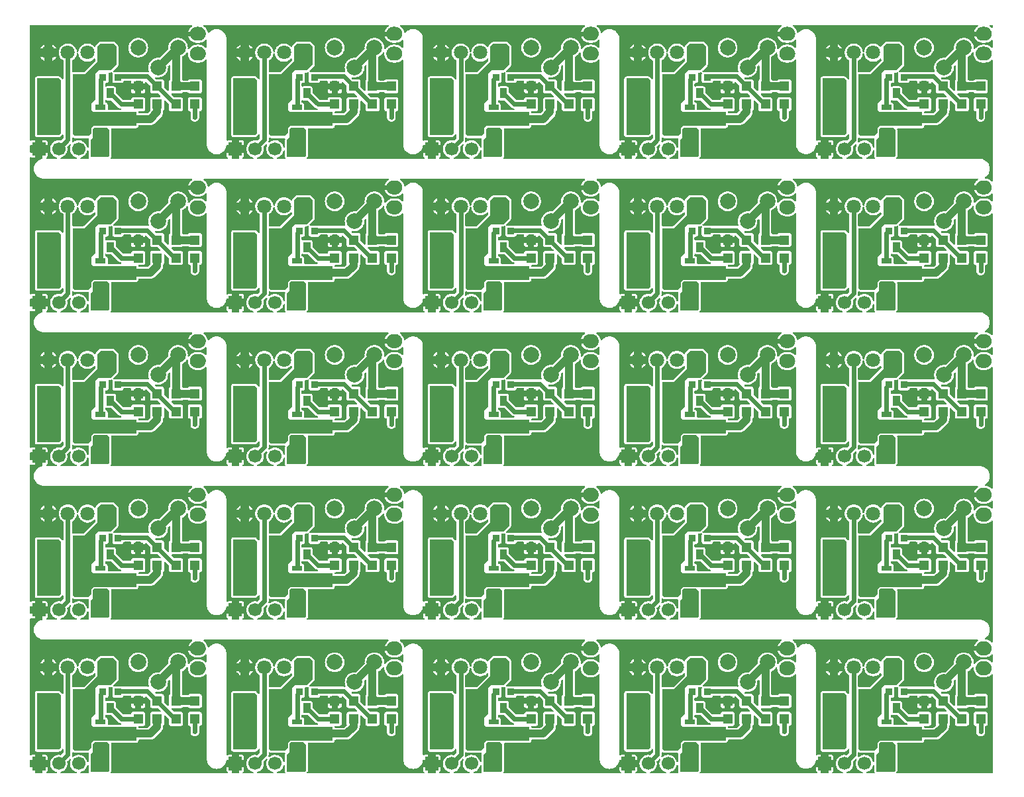
<source format=gtl>
G04 Layer: TopLayer*
G04 EasyEDA v6.4.20.5, 2021-07-08T19:51:02+08:00*
G04 9fc62b59898d4f10b595c4665fefa585,e7bc534dc2744323a0f9b62094545a88,10*
G04 Gerber Generator version 0.2*
G04 Scale: 100 percent, Rotated: No, Reflected: No *
G04 Dimensions in millimeters *
G04 leading zeros omitted , absolute positions ,4 integer and 5 decimal *
%FSLAX45Y45*%
%MOMM*%

%ADD11C,1.0000*%
%ADD12C,0.6000*%
%ADD13C,0.6096*%
%ADD16R,0.9144X0.9144*%
%ADD17R,1.2700X1.2700*%
%ADD18C,1.8000*%
%ADD20C,1.7000*%
%ADD21C,2.0000*%

%LPD*%
G36*
X12321184Y7596936D02*
G01*
X12317323Y7597648D01*
X12314021Y7599781D01*
X12304776Y7608570D01*
X12296952Y7614767D01*
X12294057Y7616799D01*
X12291161Y7619898D01*
X12289739Y7623911D01*
X12290145Y7628178D01*
X12292228Y7631887D01*
X12295682Y7634376D01*
X12299848Y7635290D01*
X12321032Y7635290D01*
X12324943Y7634528D01*
X12328194Y7632293D01*
X12330430Y7628991D01*
X12331192Y7625130D01*
X12331192Y7607096D01*
X12330430Y7603286D01*
X12328245Y7599984D01*
X12325045Y7597749D01*
G37*

%LPD*%
G36*
X2171446Y7462316D02*
G01*
X2167534Y7463078D01*
X2164283Y7465314D01*
X2162048Y7468565D01*
X2161286Y7472476D01*
X2161286Y7511084D01*
X2122678Y7511084D01*
X2118766Y7511846D01*
X2115515Y7514081D01*
X2113280Y7517333D01*
X2112518Y7521752D01*
X2113280Y7525664D01*
X2115515Y7528915D01*
X2118766Y7531150D01*
X2122678Y7531912D01*
X2161286Y7531912D01*
X2161286Y7570520D01*
X2162048Y7574432D01*
X2164283Y7577683D01*
X2167534Y7579918D01*
X2171954Y7580680D01*
X2175865Y7579918D01*
X2179116Y7577683D01*
X2181352Y7574432D01*
X2182114Y7570520D01*
X2182114Y7531912D01*
X2220722Y7531912D01*
X2224633Y7531150D01*
X2227884Y7528915D01*
X2230120Y7525664D01*
X2230882Y7521244D01*
X2230120Y7517333D01*
X2227884Y7514081D01*
X2224633Y7511846D01*
X2220722Y7511084D01*
X2182114Y7511084D01*
X2182114Y7472476D01*
X2181352Y7468565D01*
X2179116Y7465314D01*
X2175865Y7463078D01*
G37*

%LPD*%
G36*
X4682845Y7462316D02*
G01*
X4678984Y7463078D01*
X4675682Y7465314D01*
X4673447Y7468565D01*
X4672685Y7472476D01*
X4672685Y7511084D01*
X4634077Y7511084D01*
X4630216Y7511846D01*
X4626914Y7514081D01*
X4624679Y7517333D01*
X4623917Y7521752D01*
X4624679Y7525613D01*
X4626914Y7528915D01*
X4630216Y7531150D01*
X4634077Y7531912D01*
X4672685Y7531912D01*
X4672685Y7570520D01*
X4673447Y7574381D01*
X4675682Y7577683D01*
X4678984Y7579918D01*
X4683353Y7580680D01*
X4687265Y7579918D01*
X4690567Y7577683D01*
X4692751Y7574381D01*
X4693513Y7570520D01*
X4693513Y7531912D01*
X4732121Y7531912D01*
X4736033Y7531150D01*
X4739335Y7528915D01*
X4741519Y7525613D01*
X4742281Y7521244D01*
X4741519Y7517333D01*
X4739335Y7514081D01*
X4736033Y7511846D01*
X4732121Y7511084D01*
X4693513Y7511084D01*
X4693513Y7472476D01*
X4692751Y7468565D01*
X4690567Y7465314D01*
X4687265Y7463078D01*
G37*

%LPD*%
G36*
X9705644Y7462316D02*
G01*
X9701784Y7463078D01*
X9698482Y7465263D01*
X9696297Y7468565D01*
X9695484Y7472476D01*
X9695484Y7511084D01*
X9656876Y7511084D01*
X9653016Y7511846D01*
X9649714Y7514031D01*
X9647529Y7517333D01*
X9646716Y7521752D01*
X9647529Y7525613D01*
X9649714Y7528915D01*
X9653016Y7531150D01*
X9656876Y7531912D01*
X9695484Y7531912D01*
X9695484Y7570520D01*
X9696297Y7574381D01*
X9698482Y7577683D01*
X9701784Y7579918D01*
X9706152Y7580680D01*
X9710064Y7579918D01*
X9713366Y7577683D01*
X9715550Y7574381D01*
X9716312Y7570520D01*
X9716312Y7531912D01*
X9754920Y7531912D01*
X9758832Y7531150D01*
X9762134Y7528915D01*
X9764318Y7525613D01*
X9765080Y7521244D01*
X9764318Y7517333D01*
X9762134Y7514031D01*
X9758832Y7511846D01*
X9754920Y7511084D01*
X9716312Y7511084D01*
X9716312Y7472476D01*
X9715550Y7468565D01*
X9713366Y7465263D01*
X9710064Y7463078D01*
G37*

%LPD*%
G36*
X12217044Y7462316D02*
G01*
X12213183Y7463078D01*
X12209881Y7465263D01*
X12207697Y7468565D01*
X12206884Y7472476D01*
X12206884Y7511084D01*
X12168276Y7511084D01*
X12164415Y7511846D01*
X12161113Y7514031D01*
X12158929Y7517333D01*
X12158116Y7521752D01*
X12158929Y7525613D01*
X12161113Y7528915D01*
X12164415Y7531150D01*
X12168276Y7531912D01*
X12206884Y7531912D01*
X12206884Y7570520D01*
X12207697Y7574381D01*
X12209881Y7577683D01*
X12213183Y7579918D01*
X12217552Y7580680D01*
X12221464Y7579918D01*
X12224766Y7577683D01*
X12226950Y7574381D01*
X12227712Y7570520D01*
X12227712Y7531912D01*
X12266320Y7531912D01*
X12270232Y7531150D01*
X12273534Y7528915D01*
X12275718Y7525613D01*
X12276480Y7521244D01*
X12275718Y7517333D01*
X12273534Y7514031D01*
X12270232Y7511846D01*
X12266320Y7511084D01*
X12227712Y7511084D01*
X12227712Y7472476D01*
X12226950Y7468565D01*
X12224766Y7465263D01*
X12221464Y7463078D01*
G37*

%LPD*%
G36*
X7194245Y7462316D02*
G01*
X7190384Y7463078D01*
X7187082Y7465263D01*
X7184847Y7468565D01*
X7184085Y7472476D01*
X7184085Y7511084D01*
X7145477Y7511084D01*
X7141616Y7511846D01*
X7138314Y7514031D01*
X7136079Y7517333D01*
X7135317Y7521752D01*
X7136079Y7525613D01*
X7138314Y7528915D01*
X7141616Y7531150D01*
X7145477Y7531912D01*
X7184085Y7531912D01*
X7184085Y7570520D01*
X7184847Y7574381D01*
X7187082Y7577683D01*
X7190384Y7579918D01*
X7194753Y7580680D01*
X7198664Y7579918D01*
X7201966Y7577683D01*
X7204151Y7574381D01*
X7204913Y7570520D01*
X7204913Y7531912D01*
X7243521Y7531912D01*
X7247432Y7531150D01*
X7250734Y7528915D01*
X7252919Y7525613D01*
X7253681Y7521244D01*
X7252919Y7517333D01*
X7250734Y7514031D01*
X7247432Y7511846D01*
X7243521Y7511084D01*
X7204913Y7511084D01*
X7204913Y7472476D01*
X7204151Y7468565D01*
X7201966Y7465263D01*
X7198664Y7463078D01*
G37*

%LPD*%
G36*
X3087471Y7026706D02*
G01*
X3083610Y7027468D01*
X3080308Y7029703D01*
X3078073Y7032955D01*
X3077311Y7036866D01*
X3077311Y7172959D01*
X3077972Y7176465D01*
X3079800Y7179564D01*
X3095294Y7190892D01*
X3105861Y7200849D01*
X3115157Y7212075D01*
X3122930Y7224369D01*
X3129127Y7237526D01*
X3133648Y7251395D01*
X3136442Y7265924D01*
X3137916Y7269632D01*
X3140710Y7272426D01*
X3144418Y7273950D01*
X3148380Y7273950D01*
X3152089Y7272426D01*
X3154883Y7269632D01*
X3156356Y7265924D01*
X3159150Y7251395D01*
X3163671Y7237526D01*
X3169869Y7224369D01*
X3177641Y7212075D01*
X3186938Y7200849D01*
X3197555Y7190892D01*
X3209290Y7182358D01*
X3222040Y7175347D01*
X3235604Y7169962D01*
X3249676Y7166356D01*
X3264103Y7164527D01*
X3278682Y7164527D01*
X3293110Y7166356D01*
X3307232Y7169962D01*
X3320745Y7175347D01*
X3333496Y7182358D01*
X3345281Y7190892D01*
X3359708Y7204202D01*
X3363722Y7205319D01*
X3367786Y7204709D01*
X3371291Y7202576D01*
X3373678Y7199172D01*
X3374491Y7195159D01*
X3374491Y7180834D01*
X3373729Y7176973D01*
X3371545Y7173671D01*
X3227578Y7029703D01*
X3224276Y7027468D01*
X3220364Y7026706D01*
G37*

%LPD*%
G36*
X576072Y7026706D02*
G01*
X572160Y7027468D01*
X568858Y7029703D01*
X566674Y7032955D01*
X565912Y7036866D01*
X565912Y7172959D01*
X566521Y7176465D01*
X568350Y7179564D01*
X583895Y7190892D01*
X594461Y7200849D01*
X603758Y7212075D01*
X611530Y7224369D01*
X617728Y7237526D01*
X622249Y7251395D01*
X625043Y7265924D01*
X626516Y7269632D01*
X629310Y7272426D01*
X633018Y7273950D01*
X636981Y7273950D01*
X640689Y7272426D01*
X643483Y7269632D01*
X644956Y7265924D01*
X647750Y7251395D01*
X652272Y7237526D01*
X658469Y7224369D01*
X666242Y7212075D01*
X675538Y7200849D01*
X686155Y7190892D01*
X697890Y7182358D01*
X710641Y7175347D01*
X724204Y7169962D01*
X738276Y7166356D01*
X752703Y7164527D01*
X767283Y7164527D01*
X781710Y7166356D01*
X795832Y7169962D01*
X809345Y7175347D01*
X822096Y7182358D01*
X833882Y7190892D01*
X848309Y7204202D01*
X852271Y7205268D01*
X856386Y7204709D01*
X859891Y7202576D01*
X862279Y7199172D01*
X863092Y7195159D01*
X863092Y7180834D01*
X862330Y7176973D01*
X860094Y7173671D01*
X716127Y7029703D01*
X712825Y7027468D01*
X708964Y7026706D01*
G37*

%LPD*%
G36*
X5598871Y7026706D02*
G01*
X5595010Y7027468D01*
X5591708Y7029653D01*
X5589473Y7032955D01*
X5588711Y7036866D01*
X5588711Y7172959D01*
X5589371Y7176465D01*
X5591200Y7179564D01*
X5606694Y7190892D01*
X5617311Y7200849D01*
X5626557Y7212075D01*
X5634380Y7224369D01*
X5640578Y7237526D01*
X5645048Y7251395D01*
X5647842Y7265924D01*
X5649315Y7269632D01*
X5652160Y7272426D01*
X5655818Y7273950D01*
X5659780Y7273950D01*
X5663488Y7272426D01*
X5666282Y7269632D01*
X5667806Y7265924D01*
X5670550Y7251395D01*
X5675071Y7237526D01*
X5681268Y7224369D01*
X5689041Y7212075D01*
X5698337Y7200849D01*
X5708954Y7190892D01*
X5720689Y7182358D01*
X5733491Y7175347D01*
X5747004Y7169962D01*
X5761075Y7166356D01*
X5775553Y7164527D01*
X5790082Y7164527D01*
X5804509Y7166356D01*
X5818632Y7169962D01*
X5832144Y7175347D01*
X5844895Y7182358D01*
X5856681Y7190892D01*
X5871108Y7204202D01*
X5875121Y7205268D01*
X5879185Y7204709D01*
X5882690Y7202576D01*
X5885078Y7199172D01*
X5885891Y7195159D01*
X5885891Y7180834D01*
X5885129Y7176922D01*
X5882944Y7173671D01*
X5738977Y7029653D01*
X5735675Y7027468D01*
X5731764Y7026706D01*
G37*

%LPD*%
G36*
X8110270Y7026706D02*
G01*
X8106409Y7027468D01*
X8103108Y7029653D01*
X8100923Y7032955D01*
X8100110Y7036866D01*
X8100110Y7172959D01*
X8100771Y7176465D01*
X8102600Y7179564D01*
X8118094Y7190892D01*
X8128711Y7200849D01*
X8137956Y7212075D01*
X8145780Y7224369D01*
X8151977Y7237526D01*
X8156448Y7251395D01*
X8159242Y7265924D01*
X8160715Y7269581D01*
X8163559Y7272426D01*
X8167217Y7273950D01*
X8171230Y7273950D01*
X8174888Y7272426D01*
X8177682Y7269581D01*
X8179206Y7265924D01*
X8181949Y7251395D01*
X8186470Y7237526D01*
X8192668Y7224369D01*
X8200440Y7212075D01*
X8209737Y7200849D01*
X8220354Y7190892D01*
X8232140Y7182358D01*
X8244890Y7175347D01*
X8258403Y7169962D01*
X8272475Y7166356D01*
X8286953Y7164527D01*
X8301481Y7164527D01*
X8315909Y7166356D01*
X8330031Y7169962D01*
X8343544Y7175347D01*
X8356295Y7182358D01*
X8368080Y7190892D01*
X8378698Y7200849D01*
X8382558Y7204202D01*
X8386521Y7205268D01*
X8390585Y7204709D01*
X8394090Y7202576D01*
X8396478Y7199172D01*
X8397290Y7195159D01*
X8397290Y7180834D01*
X8396528Y7176922D01*
X8394344Y7173671D01*
X8250377Y7029653D01*
X8247075Y7027468D01*
X8243163Y7026706D01*
G37*

%LPD*%
G36*
X10621670Y7026706D02*
G01*
X10617809Y7027468D01*
X10614507Y7029653D01*
X10612272Y7032955D01*
X10611510Y7036866D01*
X10611510Y7172909D01*
X10612170Y7176465D01*
X10613999Y7179564D01*
X10629493Y7190892D01*
X10640110Y7200849D01*
X10649356Y7212075D01*
X10657179Y7224369D01*
X10663377Y7237526D01*
X10667847Y7251395D01*
X10670641Y7265924D01*
X10672165Y7269581D01*
X10674959Y7272426D01*
X10678617Y7273950D01*
X10682630Y7273950D01*
X10686288Y7272426D01*
X10689082Y7269581D01*
X10690606Y7265924D01*
X10693349Y7251395D01*
X10697870Y7237526D01*
X10704068Y7224369D01*
X10711840Y7212075D01*
X10721136Y7200849D01*
X10731754Y7190892D01*
X10743539Y7182358D01*
X10756290Y7175347D01*
X10769803Y7169962D01*
X10783925Y7166356D01*
X10798352Y7164527D01*
X10812881Y7164527D01*
X10827359Y7166356D01*
X10841431Y7169962D01*
X10854944Y7175347D01*
X10867694Y7182358D01*
X10879480Y7190892D01*
X10890097Y7200849D01*
X10893958Y7204202D01*
X10897920Y7205268D01*
X10901984Y7204709D01*
X10905490Y7202525D01*
X10907877Y7199172D01*
X10908690Y7195159D01*
X10908690Y7180834D01*
X10907928Y7176922D01*
X10905744Y7173671D01*
X10761776Y7029653D01*
X10758474Y7027468D01*
X10754563Y7026706D01*
G37*

%LPD*%
G36*
X4304131Y6789928D02*
G01*
X4300220Y6790740D01*
X4296968Y6792925D01*
X4254804Y6835089D01*
X4252569Y6838391D01*
X4251807Y6842252D01*
X4251807Y6911340D01*
X4251096Y6917639D01*
X4249166Y6923125D01*
X4246118Y6928002D01*
X4242003Y6932117D01*
X4237126Y6935165D01*
X4231640Y6937095D01*
X4225340Y6937806D01*
X4156252Y6937806D01*
X4152392Y6938568D01*
X4149090Y6940803D01*
X4140403Y6949490D01*
X4138066Y6953046D01*
X4137456Y6957263D01*
X4138574Y6961378D01*
X4141317Y6964680D01*
X4145127Y6966508D01*
X4149394Y6966661D01*
X4159910Y6964730D01*
X4175099Y6963816D01*
X4190288Y6964730D01*
X4205224Y6967474D01*
X4219752Y6971995D01*
X4233621Y6978243D01*
X4246626Y6986117D01*
X4258564Y6995464D01*
X4269333Y7006234D01*
X4278680Y7018172D01*
X4286554Y7031177D01*
X4292803Y7045045D01*
X4297324Y7059574D01*
X4300067Y7074509D01*
X4300982Y7089698D01*
X4300220Y7102602D01*
X4300829Y7106818D01*
X4303166Y7110425D01*
X4310481Y7117689D01*
X4313732Y7119874D01*
X4317644Y7120686D01*
X4321505Y7119874D01*
X4324807Y7117689D01*
X4327042Y7114387D01*
X4327804Y7110526D01*
X4327804Y6940042D01*
X4327042Y6936130D01*
X4324807Y6932828D01*
X4319981Y6928002D01*
X4316933Y6923125D01*
X4315002Y6917639D01*
X4314291Y6911340D01*
X4314291Y6800088D01*
X4313529Y6796227D01*
X4311294Y6792925D01*
X4308043Y6790740D01*
G37*

%LPD*%
G36*
X6815531Y6789928D02*
G01*
X6811670Y6790740D01*
X6808368Y6792925D01*
X6766204Y6835089D01*
X6763969Y6838391D01*
X6763207Y6842252D01*
X6763207Y6911340D01*
X6762496Y6917639D01*
X6760616Y6923125D01*
X6757517Y6928002D01*
X6753402Y6932117D01*
X6748525Y6935165D01*
X6743039Y6937095D01*
X6736740Y6937806D01*
X6667703Y6937806D01*
X6663791Y6938568D01*
X6660489Y6940803D01*
X6651802Y6949490D01*
X6649466Y6953046D01*
X6648856Y6957263D01*
X6649974Y6961378D01*
X6652717Y6964680D01*
X6656527Y6966508D01*
X6660794Y6966661D01*
X6671309Y6964730D01*
X6686499Y6963816D01*
X6701688Y6964730D01*
X6716623Y6967474D01*
X6731152Y6971995D01*
X6745020Y6978243D01*
X6758025Y6986117D01*
X6770014Y6995464D01*
X6780733Y7006234D01*
X6790131Y7018172D01*
X6797954Y7031177D01*
X6804202Y7045045D01*
X6808724Y7059574D01*
X6811467Y7074509D01*
X6812381Y7089698D01*
X6811619Y7102602D01*
X6812280Y7106818D01*
X6814566Y7110425D01*
X6821881Y7117689D01*
X6825132Y7119874D01*
X6829044Y7120686D01*
X6832955Y7119874D01*
X6836206Y7117689D01*
X6838442Y7114387D01*
X6839203Y7110526D01*
X6839203Y6940042D01*
X6838442Y6936130D01*
X6836206Y6932828D01*
X6831380Y6928002D01*
X6828332Y6923125D01*
X6826402Y6917639D01*
X6825691Y6911340D01*
X6825691Y6800088D01*
X6824929Y6796227D01*
X6822744Y6792925D01*
X6819442Y6790740D01*
G37*

%LPD*%
G36*
X1792732Y6789928D02*
G01*
X1788820Y6790740D01*
X1785569Y6792925D01*
X1743405Y6835089D01*
X1741170Y6838391D01*
X1740407Y6842252D01*
X1740407Y6911340D01*
X1739696Y6917639D01*
X1737766Y6923125D01*
X1734718Y6928002D01*
X1730603Y6932117D01*
X1725726Y6935165D01*
X1720240Y6937095D01*
X1713941Y6937806D01*
X1644853Y6937806D01*
X1640992Y6938568D01*
X1637690Y6940803D01*
X1629003Y6949490D01*
X1626666Y6953046D01*
X1626057Y6957263D01*
X1627174Y6961378D01*
X1629918Y6964680D01*
X1633728Y6966508D01*
X1637995Y6966661D01*
X1648510Y6964730D01*
X1663700Y6963816D01*
X1678889Y6964730D01*
X1693824Y6967474D01*
X1708353Y6971995D01*
X1722221Y6978243D01*
X1735226Y6986117D01*
X1747164Y6995464D01*
X1757934Y7006234D01*
X1767281Y7018172D01*
X1775155Y7031177D01*
X1781403Y7045045D01*
X1785924Y7059574D01*
X1788668Y7074509D01*
X1789582Y7089698D01*
X1788820Y7102602D01*
X1789430Y7106818D01*
X1791766Y7110425D01*
X1799031Y7117689D01*
X1802333Y7119874D01*
X1806244Y7120686D01*
X1810105Y7119874D01*
X1813407Y7117689D01*
X1815642Y7114387D01*
X1816404Y7110526D01*
X1816404Y6940042D01*
X1815642Y6936130D01*
X1813407Y6932828D01*
X1808581Y6928002D01*
X1805533Y6923125D01*
X1803603Y6917639D01*
X1802892Y6911340D01*
X1802892Y6800088D01*
X1802130Y6796227D01*
X1799894Y6792925D01*
X1796643Y6790740D01*
G37*

%LPD*%
G36*
X9326930Y6789928D02*
G01*
X9323070Y6790740D01*
X9319768Y6792925D01*
X9277604Y6835089D01*
X9275368Y6838391D01*
X9274606Y6842252D01*
X9274606Y6911340D01*
X9273895Y6917639D01*
X9272016Y6923125D01*
X9268917Y6928002D01*
X9264802Y6932117D01*
X9259925Y6935165D01*
X9254439Y6937095D01*
X9248140Y6937806D01*
X9179102Y6937806D01*
X9175191Y6938568D01*
X9171889Y6940753D01*
X9163202Y6949490D01*
X9160916Y6953046D01*
X9160256Y6957263D01*
X9161373Y6961378D01*
X9164116Y6964629D01*
X9167977Y6966508D01*
X9172244Y6966661D01*
X9182760Y6964730D01*
X9197898Y6963816D01*
X9213088Y6964730D01*
X9228023Y6967474D01*
X9242552Y6971995D01*
X9256420Y6978243D01*
X9269425Y6986066D01*
X9281414Y6995464D01*
X9292132Y7006234D01*
X9301530Y7018172D01*
X9309404Y7031177D01*
X9315602Y7045045D01*
X9320123Y7059574D01*
X9322866Y7074509D01*
X9323781Y7089698D01*
X9323019Y7102602D01*
X9323679Y7106818D01*
X9325965Y7110374D01*
X9333280Y7117689D01*
X9336582Y7119874D01*
X9340443Y7120686D01*
X9344355Y7119874D01*
X9347657Y7117689D01*
X9349841Y7114387D01*
X9350603Y7110526D01*
X9350603Y6940042D01*
X9349841Y6936130D01*
X9347657Y6932828D01*
X9342831Y6928002D01*
X9339732Y6923125D01*
X9337802Y6917639D01*
X9337090Y6911340D01*
X9337090Y6800088D01*
X9336328Y6796227D01*
X9334144Y6792925D01*
X9330842Y6790740D01*
G37*

%LPD*%
G36*
X11838330Y6789928D02*
G01*
X11834469Y6790690D01*
X11831167Y6792925D01*
X11789003Y6835089D01*
X11786819Y6838391D01*
X11786006Y6842252D01*
X11786006Y6911340D01*
X11785295Y6917639D01*
X11783415Y6923125D01*
X11780316Y6928002D01*
X11776252Y6932117D01*
X11771325Y6935165D01*
X11765889Y6937095D01*
X11759539Y6937806D01*
X11690502Y6937806D01*
X11686590Y6938568D01*
X11683288Y6940753D01*
X11674602Y6949490D01*
X11672316Y6953046D01*
X11671655Y6957263D01*
X11672773Y6961378D01*
X11675516Y6964629D01*
X11679377Y6966508D01*
X11683644Y6966661D01*
X11694160Y6964730D01*
X11709298Y6963816D01*
X11724487Y6964730D01*
X11739422Y6967474D01*
X11753951Y6971995D01*
X11767820Y6978243D01*
X11780824Y6986066D01*
X11792813Y6995464D01*
X11803532Y7006234D01*
X11812930Y7018172D01*
X11820804Y7031177D01*
X11827002Y7045045D01*
X11831574Y7059574D01*
X11834266Y7074509D01*
X11835231Y7089698D01*
X11834418Y7102602D01*
X11835079Y7106818D01*
X11837365Y7110425D01*
X11844680Y7117689D01*
X11847982Y7119874D01*
X11851843Y7120686D01*
X11855754Y7119874D01*
X11859056Y7117689D01*
X11861241Y7114387D01*
X11862003Y7110526D01*
X11862003Y6939991D01*
X11861241Y6936130D01*
X11859056Y6932828D01*
X11854230Y6928002D01*
X11851132Y6923125D01*
X11849201Y6917639D01*
X11848490Y6911340D01*
X11848490Y6800088D01*
X11847728Y6796227D01*
X11845544Y6792925D01*
X11842242Y6790690D01*
G37*

%LPD*%
G36*
X3540607Y6544106D02*
G01*
X3536696Y6544868D01*
X3533444Y6547104D01*
X3531209Y6550355D01*
X3530447Y6554266D01*
X3530447Y6612890D01*
X3529736Y6619189D01*
X3527806Y6624675D01*
X3524758Y6629552D01*
X3520643Y6633667D01*
X3515766Y6636715D01*
X3510279Y6638645D01*
X3505962Y6639153D01*
X3502456Y6640220D01*
X3499561Y6642455D01*
X3497630Y6645605D01*
X3496970Y6649212D01*
X3496970Y6662470D01*
X3497681Y6666230D01*
X3499764Y6669481D01*
X3502914Y6671716D01*
X3506673Y6672630D01*
X3510483Y6672072D01*
X3514039Y6670802D01*
X3520338Y6670090D01*
X3571646Y6670090D01*
X3575507Y6669328D01*
X3578809Y6667093D01*
X3665524Y6580428D01*
X3669284Y6576974D01*
X3673144Y6574028D01*
X3677259Y6571386D01*
X3681577Y6569151D01*
X3686098Y6567271D01*
X3690721Y6565798D01*
X3695496Y6564731D01*
X3698595Y6564325D01*
X3702710Y6562852D01*
X3705809Y6559854D01*
X3707333Y6555790D01*
X3707028Y6551472D01*
X3704996Y6547662D01*
X3701542Y6545021D01*
X3697274Y6544106D01*
G37*

%LPD*%
G36*
X1029208Y6544106D02*
G01*
X1025296Y6544868D01*
X1022045Y6547104D01*
X1019810Y6550355D01*
X1019048Y6554266D01*
X1019048Y6612890D01*
X1018336Y6619189D01*
X1016406Y6624675D01*
X1013358Y6629552D01*
X1009243Y6633667D01*
X1004366Y6636715D01*
X998880Y6638645D01*
X994562Y6639153D01*
X991057Y6640220D01*
X988110Y6642455D01*
X986231Y6645605D01*
X985570Y6649212D01*
X985570Y6662470D01*
X986282Y6666230D01*
X988364Y6669481D01*
X991514Y6671716D01*
X995273Y6672630D01*
X999083Y6672072D01*
X1002639Y6670802D01*
X1008938Y6670090D01*
X1060246Y6670090D01*
X1064107Y6669328D01*
X1067409Y6667093D01*
X1154125Y6580428D01*
X1157884Y6576974D01*
X1161745Y6574028D01*
X1165860Y6571386D01*
X1170178Y6569151D01*
X1174699Y6567271D01*
X1179322Y6565798D01*
X1187246Y6564325D01*
X1191361Y6562852D01*
X1194460Y6559854D01*
X1195984Y6555790D01*
X1195679Y6551472D01*
X1193647Y6547662D01*
X1190193Y6545021D01*
X1185926Y6544106D01*
G37*

%LPD*%
G36*
X6052007Y6544106D02*
G01*
X6048146Y6544868D01*
X6044844Y6547053D01*
X6042609Y6550355D01*
X6041847Y6554266D01*
X6041847Y6612890D01*
X6041136Y6619189D01*
X6039256Y6624675D01*
X6036157Y6629552D01*
X6032042Y6633667D01*
X6027166Y6636715D01*
X6021679Y6638645D01*
X6017412Y6639153D01*
X6013856Y6640220D01*
X6010960Y6642455D01*
X6009030Y6645605D01*
X6008370Y6649212D01*
X6008370Y6662470D01*
X6009081Y6666230D01*
X6011164Y6669481D01*
X6014313Y6671716D01*
X6018072Y6672580D01*
X6021882Y6672021D01*
X6025438Y6670802D01*
X6031788Y6670090D01*
X6083046Y6670090D01*
X6086957Y6669328D01*
X6090259Y6667093D01*
X6176924Y6580428D01*
X6180683Y6576974D01*
X6184544Y6574028D01*
X6188659Y6571386D01*
X6192977Y6569151D01*
X6197498Y6567271D01*
X6202121Y6565798D01*
X6206896Y6564731D01*
X6210096Y6564325D01*
X6214160Y6562852D01*
X6217259Y6559803D01*
X6218834Y6555790D01*
X6218529Y6551472D01*
X6216446Y6547612D01*
X6212992Y6545021D01*
X6208776Y6544106D01*
G37*

%LPD*%
G36*
X8563406Y6544106D02*
G01*
X8559546Y6544868D01*
X8556244Y6547053D01*
X8554008Y6550355D01*
X8553246Y6554266D01*
X8553246Y6612890D01*
X8552535Y6619189D01*
X8550656Y6624675D01*
X8547557Y6629552D01*
X8543442Y6633667D01*
X8538565Y6636715D01*
X8533079Y6638645D01*
X8528812Y6639102D01*
X8525256Y6640220D01*
X8522360Y6642455D01*
X8520430Y6645605D01*
X8519769Y6649212D01*
X8519769Y6662470D01*
X8520480Y6666230D01*
X8522563Y6669481D01*
X8525713Y6671716D01*
X8529472Y6672580D01*
X8533282Y6672021D01*
X8536838Y6670802D01*
X8543188Y6670090D01*
X8594445Y6670090D01*
X8598357Y6669328D01*
X8601659Y6667093D01*
X8688324Y6580428D01*
X8692083Y6576974D01*
X8695944Y6574028D01*
X8700058Y6571386D01*
X8704376Y6569151D01*
X8708898Y6567271D01*
X8713571Y6565798D01*
X8718296Y6564731D01*
X8721445Y6564325D01*
X8725560Y6562852D01*
X8728659Y6559803D01*
X8730183Y6555790D01*
X8729878Y6551422D01*
X8727846Y6547612D01*
X8724392Y6545021D01*
X8720124Y6544106D01*
G37*

%LPD*%
G36*
X11074806Y6544106D02*
G01*
X11070945Y6544868D01*
X11067643Y6547053D01*
X11065459Y6550355D01*
X11064646Y6554266D01*
X11064646Y6612890D01*
X11063935Y6619189D01*
X11062055Y6624675D01*
X11058956Y6629552D01*
X11054892Y6633667D01*
X11049965Y6636715D01*
X11044529Y6638645D01*
X11040211Y6639102D01*
X11036655Y6640169D01*
X11033760Y6642455D01*
X11031829Y6645605D01*
X11031169Y6649212D01*
X11031169Y6662470D01*
X11031880Y6666230D01*
X11033963Y6669481D01*
X11037112Y6671716D01*
X11040872Y6672580D01*
X11044682Y6672021D01*
X11048238Y6670802D01*
X11054588Y6670090D01*
X11105845Y6670090D01*
X11109756Y6669328D01*
X11113058Y6667093D01*
X11199723Y6580428D01*
X11203482Y6576974D01*
X11207343Y6574028D01*
X11211458Y6571386D01*
X11215776Y6569151D01*
X11220297Y6567271D01*
X11224971Y6565798D01*
X11229695Y6564731D01*
X11232845Y6564325D01*
X11236909Y6562852D01*
X11240008Y6559803D01*
X11241582Y6555790D01*
X11241278Y6551422D01*
X11239195Y6547612D01*
X11235740Y6545021D01*
X11231524Y6544106D01*
G37*

%LPD*%
G36*
X1420368Y6505194D02*
G01*
X1416608Y6505956D01*
X1413357Y6508038D01*
X1411122Y6511137D01*
X1410208Y6514896D01*
X1410004Y6519773D01*
X1410614Y6523786D01*
X1412798Y6527241D01*
X1416151Y6529578D01*
X1420114Y6530390D01*
X1472641Y6530390D01*
X1478940Y6531102D01*
X1484426Y6533032D01*
X1489303Y6536080D01*
X1493418Y6540195D01*
X1496466Y6545072D01*
X1498396Y6550558D01*
X1499108Y6556857D01*
X1499108Y6682740D01*
X1498396Y6689039D01*
X1496466Y6694525D01*
X1493418Y6699402D01*
X1489303Y6703517D01*
X1484426Y6706565D01*
X1478940Y6708495D01*
X1472641Y6709206D01*
X1346758Y6709206D01*
X1340459Y6708495D01*
X1334973Y6706565D01*
X1330096Y6703517D01*
X1325981Y6699402D01*
X1322933Y6694525D01*
X1321003Y6689039D01*
X1320495Y6684721D01*
X1319428Y6681216D01*
X1317193Y6678320D01*
X1314043Y6676390D01*
X1310436Y6675729D01*
X1221181Y6675729D01*
X1217269Y6676491D01*
X1213967Y6678675D01*
X1128725Y6763969D01*
X1126490Y6767271D01*
X1125728Y6771131D01*
X1125728Y6822440D01*
X1125016Y6828739D01*
X1123086Y6834225D01*
X1120038Y6839102D01*
X1115923Y6843217D01*
X1111046Y6846265D01*
X1105560Y6848195D01*
X1099261Y6848906D01*
X1008938Y6848906D01*
X1002639Y6848195D01*
X999083Y6846925D01*
X995273Y6846366D01*
X991514Y6847281D01*
X988364Y6849516D01*
X986282Y6852767D01*
X985570Y6856526D01*
X985570Y6880910D01*
X986332Y6884822D01*
X988517Y6888073D01*
X991819Y6890308D01*
X995730Y6891070D01*
X1002741Y6891070D01*
X1009040Y6891781D01*
X1014526Y6893712D01*
X1019403Y6896760D01*
X1023518Y6900875D01*
X1026566Y6905752D01*
X1028496Y6911238D01*
X1029208Y6917537D01*
X1029208Y7007859D01*
X1028446Y7014413D01*
X1028903Y7018629D01*
X1030986Y7022287D01*
X1034440Y7024827D01*
X1038555Y7025690D01*
X1053795Y7025690D01*
X1059840Y7026351D01*
X1062532Y7027113D01*
X1066749Y7028992D01*
X1070559Y7029907D01*
X1074420Y7029246D01*
X1077772Y7027214D01*
X1080058Y7024065D01*
X1081024Y7020255D01*
X1080465Y7016394D01*
X1079703Y7014159D01*
X1078992Y7007859D01*
X1078992Y6917537D01*
X1079703Y6911238D01*
X1081633Y6905752D01*
X1084681Y6900875D01*
X1088796Y6896760D01*
X1093673Y6893712D01*
X1099159Y6891781D01*
X1105458Y6891070D01*
X1195781Y6891070D01*
X1202080Y6891781D01*
X1207566Y6893712D01*
X1212443Y6896760D01*
X1216558Y6900875D01*
X1219606Y6905701D01*
X1221943Y6912609D01*
X1224076Y6916166D01*
X1227429Y6918604D01*
X1231544Y6919468D01*
X1310132Y6919468D01*
X1314043Y6918706D01*
X1317294Y6916521D01*
X1319530Y6913219D01*
X1320292Y6909308D01*
X1320292Y6886498D01*
X1371600Y6886498D01*
X1371600Y6909308D01*
X1372362Y6913219D01*
X1374597Y6916521D01*
X1377848Y6918706D01*
X1381760Y6919468D01*
X1437640Y6919468D01*
X1441551Y6918706D01*
X1444802Y6916521D01*
X1447038Y6913219D01*
X1447800Y6909308D01*
X1447800Y6886498D01*
X1499108Y6886498D01*
X1499108Y6896709D01*
X1499870Y6900570D01*
X1502105Y6903872D01*
X1505356Y6906107D01*
X1509268Y6906869D01*
X1513179Y6906107D01*
X1516430Y6903872D01*
X1558594Y6861708D01*
X1560830Y6858406D01*
X1561592Y6854545D01*
X1561592Y6785457D01*
X1562303Y6779158D01*
X1564233Y6773672D01*
X1567281Y6768795D01*
X1571396Y6764680D01*
X1576273Y6761632D01*
X1581759Y6759702D01*
X1588058Y6758990D01*
X1657146Y6758990D01*
X1661007Y6758228D01*
X1664309Y6755993D01*
X1693773Y6726529D01*
X1696008Y6723278D01*
X1696770Y6719366D01*
X1696008Y6715455D01*
X1693773Y6712203D01*
X1690471Y6709968D01*
X1686610Y6709206D01*
X1588058Y6709206D01*
X1581759Y6708495D01*
X1576273Y6706565D01*
X1571396Y6703517D01*
X1567281Y6699402D01*
X1564233Y6694525D01*
X1562303Y6689039D01*
X1561592Y6682740D01*
X1561592Y6556857D01*
X1562303Y6550558D01*
X1563725Y6546443D01*
X1564284Y6542684D01*
X1563471Y6539026D01*
X1561338Y6535877D01*
X1533652Y6508191D01*
X1530350Y6506006D01*
X1526438Y6505194D01*
G37*

%LPC*%
G36*
X1447800Y6758990D02*
G01*
X1472641Y6758990D01*
X1478940Y6759702D01*
X1484426Y6761632D01*
X1489303Y6764680D01*
X1493418Y6768795D01*
X1496466Y6773672D01*
X1498396Y6779158D01*
X1499108Y6785457D01*
X1499108Y6810298D01*
X1447800Y6810298D01*
G37*
G36*
X1346758Y6758990D02*
G01*
X1371600Y6758990D01*
X1371600Y6810298D01*
X1320292Y6810298D01*
X1320292Y6785457D01*
X1321003Y6779158D01*
X1322933Y6773672D01*
X1325981Y6768795D01*
X1330096Y6764680D01*
X1334973Y6761632D01*
X1340459Y6759702D01*
G37*

%LPD*%
G36*
X6443167Y6505194D02*
G01*
X6439408Y6505956D01*
X6436156Y6508038D01*
X6433921Y6511137D01*
X6433007Y6514896D01*
X6432804Y6519773D01*
X6433413Y6523786D01*
X6435598Y6527241D01*
X6438950Y6529578D01*
X6442964Y6530390D01*
X6495440Y6530390D01*
X6501739Y6531102D01*
X6507226Y6533032D01*
X6512102Y6536080D01*
X6516217Y6540195D01*
X6519316Y6545072D01*
X6521196Y6550558D01*
X6521907Y6556857D01*
X6521907Y6682740D01*
X6521196Y6689039D01*
X6519316Y6694525D01*
X6516217Y6699402D01*
X6512102Y6703517D01*
X6507226Y6706565D01*
X6501739Y6708495D01*
X6495440Y6709206D01*
X6369558Y6709206D01*
X6363258Y6708495D01*
X6357772Y6706565D01*
X6352895Y6703517D01*
X6348780Y6699402D01*
X6345732Y6694525D01*
X6343802Y6689039D01*
X6343345Y6684721D01*
X6342278Y6681216D01*
X6339992Y6678320D01*
X6336842Y6676390D01*
X6333236Y6675729D01*
X6243980Y6675729D01*
X6240068Y6676491D01*
X6236817Y6678675D01*
X6151524Y6763969D01*
X6149289Y6767271D01*
X6148527Y6771131D01*
X6148527Y6822440D01*
X6147816Y6828739D01*
X6145936Y6834225D01*
X6142837Y6839102D01*
X6138722Y6843217D01*
X6133846Y6846265D01*
X6128359Y6848195D01*
X6122060Y6848906D01*
X6031788Y6848906D01*
X6025438Y6848195D01*
X6021882Y6846925D01*
X6018072Y6846366D01*
X6014313Y6847281D01*
X6011164Y6849516D01*
X6009081Y6852767D01*
X6008370Y6856526D01*
X6008370Y6880910D01*
X6009132Y6884822D01*
X6011316Y6888073D01*
X6014618Y6890308D01*
X6018530Y6891070D01*
X6025540Y6891070D01*
X6031839Y6891781D01*
X6037326Y6893712D01*
X6042202Y6896760D01*
X6046317Y6900875D01*
X6049416Y6905752D01*
X6051296Y6911238D01*
X6052007Y6917537D01*
X6052007Y7007859D01*
X6051296Y7014413D01*
X6051702Y7018629D01*
X6053785Y7022287D01*
X6057239Y7024776D01*
X6061354Y7025690D01*
X6076645Y7025690D01*
X6082690Y7026351D01*
X6085332Y7027113D01*
X6089548Y7028992D01*
X6093358Y7029856D01*
X6097219Y7029246D01*
X6100572Y7027214D01*
X6102908Y7024065D01*
X6103823Y7020255D01*
X6103264Y7016343D01*
X6102502Y7014159D01*
X6101791Y7007859D01*
X6101791Y6917537D01*
X6102502Y6911238D01*
X6104432Y6905752D01*
X6107480Y6900875D01*
X6111595Y6896760D01*
X6116472Y6893712D01*
X6121958Y6891781D01*
X6128258Y6891070D01*
X6218580Y6891070D01*
X6224879Y6891781D01*
X6230366Y6893712D01*
X6235242Y6896760D01*
X6239357Y6900875D01*
X6242405Y6905701D01*
X6244742Y6912609D01*
X6246876Y6916166D01*
X6250279Y6918604D01*
X6254343Y6919468D01*
X6332931Y6919468D01*
X6336842Y6918706D01*
X6340144Y6916521D01*
X6342329Y6913219D01*
X6343091Y6909308D01*
X6343091Y6886498D01*
X6394399Y6886498D01*
X6394399Y6909308D01*
X6395161Y6913219D01*
X6397396Y6916521D01*
X6400698Y6918706D01*
X6404559Y6919468D01*
X6460439Y6919468D01*
X6464350Y6918706D01*
X6467652Y6916521D01*
X6469837Y6913219D01*
X6470599Y6909308D01*
X6470599Y6886498D01*
X6521907Y6886498D01*
X6521907Y6896709D01*
X6522669Y6900570D01*
X6524904Y6903872D01*
X6528206Y6906107D01*
X6532067Y6906869D01*
X6535978Y6906107D01*
X6539280Y6903872D01*
X6581444Y6861708D01*
X6583629Y6858406D01*
X6584391Y6854545D01*
X6584391Y6785457D01*
X6585102Y6779158D01*
X6587032Y6773672D01*
X6590080Y6768795D01*
X6594195Y6764680D01*
X6599072Y6761632D01*
X6604558Y6759702D01*
X6610858Y6758990D01*
X6679946Y6758990D01*
X6683857Y6758228D01*
X6687159Y6755993D01*
X6716623Y6726529D01*
X6718808Y6723278D01*
X6719570Y6719366D01*
X6718808Y6715455D01*
X6716623Y6712203D01*
X6713321Y6709968D01*
X6709409Y6709206D01*
X6610858Y6709206D01*
X6604558Y6708495D01*
X6599072Y6706565D01*
X6594195Y6703517D01*
X6590080Y6699402D01*
X6587032Y6694525D01*
X6585102Y6689039D01*
X6584391Y6682740D01*
X6584391Y6556857D01*
X6585102Y6550558D01*
X6586575Y6546443D01*
X6587134Y6542684D01*
X6586270Y6539026D01*
X6584137Y6535877D01*
X6556451Y6508191D01*
X6553149Y6506006D01*
X6549288Y6505194D01*
G37*

%LPC*%
G36*
X6369558Y6758990D02*
G01*
X6394399Y6758990D01*
X6394399Y6810298D01*
X6343091Y6810298D01*
X6343091Y6785457D01*
X6343802Y6779158D01*
X6345732Y6773672D01*
X6348780Y6768795D01*
X6352895Y6764680D01*
X6357772Y6761632D01*
X6363258Y6759702D01*
G37*
G36*
X6470599Y6758990D02*
G01*
X6495440Y6758990D01*
X6501739Y6759702D01*
X6507226Y6761632D01*
X6512102Y6764680D01*
X6516217Y6768795D01*
X6519316Y6773672D01*
X6521196Y6779158D01*
X6521907Y6785457D01*
X6521907Y6810298D01*
X6470599Y6810298D01*
G37*

%LPD*%
G36*
X3931767Y6505194D02*
G01*
X3928008Y6505956D01*
X3924757Y6508038D01*
X3922522Y6511137D01*
X3921607Y6514896D01*
X3921404Y6519773D01*
X3922014Y6523786D01*
X3924198Y6527241D01*
X3927551Y6529578D01*
X3931564Y6530390D01*
X3984040Y6530390D01*
X3990340Y6531102D01*
X3995826Y6533032D01*
X4000703Y6536080D01*
X4004818Y6540195D01*
X4007865Y6545072D01*
X4009796Y6550558D01*
X4010507Y6556857D01*
X4010507Y6682740D01*
X4009796Y6689039D01*
X4007865Y6694525D01*
X4004818Y6699402D01*
X4000703Y6703517D01*
X3995826Y6706565D01*
X3990340Y6708495D01*
X3984040Y6709206D01*
X3858158Y6709206D01*
X3851859Y6708495D01*
X3846372Y6706565D01*
X3841496Y6703517D01*
X3837381Y6699402D01*
X3834333Y6694525D01*
X3832402Y6689039D01*
X3831894Y6684721D01*
X3830828Y6681216D01*
X3828592Y6678269D01*
X3825443Y6676390D01*
X3821836Y6675729D01*
X3732580Y6675729D01*
X3728669Y6676491D01*
X3725367Y6678675D01*
X3640124Y6763969D01*
X3637889Y6767271D01*
X3637127Y6771131D01*
X3637127Y6822440D01*
X3636416Y6828739D01*
X3634536Y6834225D01*
X3631437Y6839102D01*
X3627323Y6843217D01*
X3622446Y6846265D01*
X3616960Y6848195D01*
X3610660Y6848906D01*
X3520338Y6848906D01*
X3514039Y6848195D01*
X3510483Y6846925D01*
X3506673Y6846366D01*
X3502914Y6847281D01*
X3499764Y6849516D01*
X3497681Y6852767D01*
X3496970Y6856526D01*
X3496970Y6880910D01*
X3497732Y6884822D01*
X3499916Y6888073D01*
X3503218Y6890308D01*
X3507130Y6891070D01*
X3514140Y6891070D01*
X3520440Y6891781D01*
X3525926Y6893712D01*
X3530803Y6896760D01*
X3534918Y6900875D01*
X3537965Y6905752D01*
X3539896Y6911238D01*
X3540607Y6917537D01*
X3540607Y7007859D01*
X3539845Y7014413D01*
X3540302Y7018629D01*
X3542385Y7022287D01*
X3545840Y7024827D01*
X3549954Y7025690D01*
X3565245Y7025690D01*
X3571290Y7026351D01*
X3573932Y7027113D01*
X3578148Y7028992D01*
X3581958Y7029856D01*
X3585819Y7029246D01*
X3589172Y7027214D01*
X3591458Y7024065D01*
X3592423Y7020255D01*
X3591864Y7016343D01*
X3591102Y7014159D01*
X3590391Y7007859D01*
X3590391Y6917537D01*
X3591102Y6911238D01*
X3593033Y6905752D01*
X3596081Y6900875D01*
X3600196Y6896760D01*
X3605072Y6893712D01*
X3610559Y6891781D01*
X3616858Y6891070D01*
X3707180Y6891070D01*
X3713479Y6891781D01*
X3718966Y6893712D01*
X3723843Y6896760D01*
X3727958Y6900875D01*
X3731006Y6905701D01*
X3733342Y6912609D01*
X3735476Y6916166D01*
X3738829Y6918604D01*
X3742944Y6919468D01*
X3821531Y6919468D01*
X3825443Y6918706D01*
X3828694Y6916521D01*
X3830929Y6913219D01*
X3831691Y6909308D01*
X3831691Y6886498D01*
X3882999Y6886498D01*
X3882999Y6909308D01*
X3883761Y6913219D01*
X3885996Y6916521D01*
X3889248Y6918706D01*
X3893159Y6919468D01*
X3949039Y6919468D01*
X3952951Y6918706D01*
X3956202Y6916521D01*
X3958437Y6913219D01*
X3959199Y6909308D01*
X3959199Y6886498D01*
X4010507Y6886498D01*
X4010507Y6896709D01*
X4011269Y6900570D01*
X4013504Y6903872D01*
X4016756Y6906107D01*
X4020667Y6906869D01*
X4024579Y6906107D01*
X4027830Y6903872D01*
X4069994Y6861708D01*
X4072229Y6858406D01*
X4072991Y6854545D01*
X4072991Y6785457D01*
X4073702Y6779158D01*
X4075633Y6773672D01*
X4078681Y6768795D01*
X4082796Y6764680D01*
X4087672Y6761632D01*
X4093159Y6759702D01*
X4099458Y6758990D01*
X4168546Y6758990D01*
X4172407Y6758228D01*
X4175709Y6755993D01*
X4205173Y6726529D01*
X4207408Y6723278D01*
X4208170Y6719366D01*
X4207408Y6715455D01*
X4205173Y6712203D01*
X4201871Y6709968D01*
X4198010Y6709206D01*
X4099458Y6709206D01*
X4093159Y6708495D01*
X4087672Y6706565D01*
X4082796Y6703517D01*
X4078681Y6699402D01*
X4075633Y6694525D01*
X4073702Y6689039D01*
X4072991Y6682740D01*
X4072991Y6556857D01*
X4073702Y6550558D01*
X4075125Y6546443D01*
X4075734Y6542684D01*
X4074871Y6539026D01*
X4072737Y6535877D01*
X4045051Y6508191D01*
X4041749Y6505956D01*
X4037837Y6505194D01*
G37*

%LPC*%
G36*
X3858158Y6758990D02*
G01*
X3882999Y6758990D01*
X3882999Y6810298D01*
X3831691Y6810298D01*
X3831691Y6785457D01*
X3832402Y6779158D01*
X3834333Y6773672D01*
X3837381Y6768795D01*
X3841496Y6764680D01*
X3846372Y6761632D01*
X3851859Y6759702D01*
G37*
G36*
X3959199Y6758990D02*
G01*
X3984040Y6758990D01*
X3990340Y6759702D01*
X3995826Y6761632D01*
X4000703Y6764680D01*
X4004818Y6768795D01*
X4007865Y6773672D01*
X4009796Y6779158D01*
X4010507Y6785457D01*
X4010507Y6810298D01*
X3959199Y6810298D01*
G37*

%LPD*%
G36*
X8954566Y6505194D02*
G01*
X8950807Y6505956D01*
X8947556Y6507988D01*
X8945321Y6511137D01*
X8944457Y6514896D01*
X8944203Y6519722D01*
X8944864Y6523786D01*
X8946997Y6527241D01*
X8950350Y6529578D01*
X8954363Y6530390D01*
X9006840Y6530390D01*
X9013139Y6531102D01*
X9018625Y6533032D01*
X9023502Y6536080D01*
X9027617Y6540195D01*
X9030716Y6545072D01*
X9032595Y6550558D01*
X9033306Y6556857D01*
X9033306Y6682740D01*
X9032595Y6689039D01*
X9030716Y6694525D01*
X9027617Y6699402D01*
X9023502Y6703517D01*
X9018625Y6706565D01*
X9013139Y6708495D01*
X9006840Y6709206D01*
X8880957Y6709206D01*
X8874658Y6708495D01*
X8869222Y6706565D01*
X8864295Y6703517D01*
X8860231Y6699402D01*
X8857132Y6694525D01*
X8855202Y6689039D01*
X8854744Y6684721D01*
X8853678Y6681216D01*
X8851392Y6678269D01*
X8848242Y6676390D01*
X8844635Y6675678D01*
X8755380Y6675678D01*
X8751519Y6676491D01*
X8748217Y6678675D01*
X8662924Y6763969D01*
X8660739Y6767271D01*
X8659926Y6771131D01*
X8659926Y6822440D01*
X8659215Y6828739D01*
X8657336Y6834225D01*
X8654237Y6839102D01*
X8650173Y6843217D01*
X8645245Y6846265D01*
X8639810Y6848195D01*
X8633460Y6848906D01*
X8543188Y6848906D01*
X8536838Y6848195D01*
X8533282Y6846925D01*
X8529472Y6846366D01*
X8525713Y6847281D01*
X8522563Y6849516D01*
X8520480Y6852767D01*
X8519769Y6856526D01*
X8519769Y6880910D01*
X8520531Y6884771D01*
X8522716Y6888073D01*
X8526018Y6890308D01*
X8529929Y6891070D01*
X8536940Y6891070D01*
X8543239Y6891781D01*
X8548725Y6893712D01*
X8553602Y6896760D01*
X8557717Y6900875D01*
X8560816Y6905752D01*
X8562695Y6911238D01*
X8563406Y6917537D01*
X8563406Y7007859D01*
X8562695Y7014362D01*
X8563102Y7018629D01*
X8565184Y7022287D01*
X8568639Y7024776D01*
X8572754Y7025690D01*
X8588044Y7025690D01*
X8594090Y7026351D01*
X8596731Y7027113D01*
X8600948Y7028992D01*
X8604758Y7029856D01*
X8608618Y7029246D01*
X8611971Y7027214D01*
X8614308Y7024014D01*
X8615222Y7020255D01*
X8614664Y7016343D01*
X8613902Y7014159D01*
X8613190Y7007859D01*
X8613190Y6917537D01*
X8613902Y6911238D01*
X8615832Y6905752D01*
X8618931Y6900875D01*
X8622995Y6896760D01*
X8627922Y6893712D01*
X8633358Y6891781D01*
X8639657Y6891070D01*
X8729980Y6891070D01*
X8736279Y6891781D01*
X8741765Y6893712D01*
X8746642Y6896760D01*
X8750757Y6900875D01*
X8753805Y6905701D01*
X8756142Y6912559D01*
X8758275Y6916166D01*
X8761679Y6918604D01*
X8765743Y6919468D01*
X8844330Y6919468D01*
X8848242Y6918706D01*
X8851544Y6916521D01*
X8853728Y6913219D01*
X8854490Y6909308D01*
X8854490Y6886498D01*
X8905798Y6886498D01*
X8905798Y6909308D01*
X8906560Y6913219D01*
X8908796Y6916521D01*
X8912098Y6918706D01*
X8915958Y6919468D01*
X8971838Y6919468D01*
X8975750Y6918706D01*
X8979052Y6916521D01*
X8981236Y6913219D01*
X8981998Y6909308D01*
X8981998Y6886498D01*
X9033306Y6886498D01*
X9033306Y6896709D01*
X9034068Y6900570D01*
X9036304Y6903872D01*
X9039606Y6906107D01*
X9043466Y6906869D01*
X9047378Y6906107D01*
X9050680Y6903872D01*
X9092844Y6861708D01*
X9095028Y6858406D01*
X9095790Y6854545D01*
X9095790Y6785457D01*
X9096502Y6779158D01*
X9098432Y6773672D01*
X9101531Y6768795D01*
X9105595Y6764680D01*
X9110522Y6761632D01*
X9115958Y6759702D01*
X9122257Y6758990D01*
X9191345Y6758990D01*
X9195257Y6758228D01*
X9198559Y6755993D01*
X9228023Y6726529D01*
X9230207Y6723227D01*
X9230969Y6719366D01*
X9230207Y6715455D01*
X9228023Y6712153D01*
X9224721Y6709968D01*
X9220809Y6709206D01*
X9122257Y6709206D01*
X9115958Y6708495D01*
X9110522Y6706565D01*
X9105595Y6703517D01*
X9101531Y6699402D01*
X9098432Y6694525D01*
X9096502Y6689039D01*
X9095790Y6682740D01*
X9095790Y6556857D01*
X9096502Y6550558D01*
X9097975Y6546392D01*
X9098534Y6542684D01*
X9097670Y6538976D01*
X9095536Y6535877D01*
X9067850Y6508191D01*
X9064548Y6505956D01*
X9060688Y6505194D01*
G37*

%LPC*%
G36*
X8981998Y6758990D02*
G01*
X9006840Y6758990D01*
X9013139Y6759702D01*
X9018625Y6761632D01*
X9023502Y6764680D01*
X9027617Y6768795D01*
X9030716Y6773672D01*
X9032595Y6779158D01*
X9033306Y6785457D01*
X9033306Y6810298D01*
X8981998Y6810298D01*
G37*
G36*
X8880957Y6758990D02*
G01*
X8905798Y6758990D01*
X8905798Y6810298D01*
X8854490Y6810298D01*
X8854490Y6785457D01*
X8855202Y6779158D01*
X8857132Y6773672D01*
X8860231Y6768795D01*
X8864295Y6764680D01*
X8869222Y6761632D01*
X8874658Y6759702D01*
G37*

%LPD*%
G36*
X11465966Y6505194D02*
G01*
X11462207Y6505905D01*
X11458956Y6507988D01*
X11456720Y6511137D01*
X11455857Y6514896D01*
X11455603Y6519722D01*
X11456263Y6523786D01*
X11458397Y6527241D01*
X11461750Y6529578D01*
X11465763Y6530390D01*
X11518239Y6530390D01*
X11524589Y6531102D01*
X11530025Y6532981D01*
X11534952Y6536080D01*
X11539016Y6540195D01*
X11542115Y6545072D01*
X11543995Y6550558D01*
X11544706Y6556857D01*
X11544706Y6682740D01*
X11543995Y6689039D01*
X11542115Y6694525D01*
X11539016Y6699402D01*
X11534952Y6703517D01*
X11530025Y6706565D01*
X11524589Y6708495D01*
X11518239Y6709206D01*
X11392408Y6709206D01*
X11386058Y6708495D01*
X11380622Y6706565D01*
X11375694Y6703517D01*
X11371630Y6699402D01*
X11368532Y6694525D01*
X11366601Y6689039D01*
X11366144Y6684721D01*
X11365077Y6681216D01*
X11362791Y6678269D01*
X11359642Y6676390D01*
X11356035Y6675678D01*
X11266779Y6675678D01*
X11262918Y6676491D01*
X11259616Y6678675D01*
X11174323Y6763969D01*
X11172139Y6767271D01*
X11171377Y6771131D01*
X11171377Y6822440D01*
X11170615Y6828739D01*
X11168735Y6834225D01*
X11165636Y6839102D01*
X11161572Y6843217D01*
X11156645Y6846265D01*
X11151209Y6848195D01*
X11144859Y6848906D01*
X11054588Y6848906D01*
X11048238Y6848195D01*
X11044682Y6846925D01*
X11040872Y6846366D01*
X11037112Y6847281D01*
X11033963Y6849516D01*
X11031880Y6852767D01*
X11031169Y6856526D01*
X11031169Y6880910D01*
X11031931Y6884771D01*
X11034166Y6888073D01*
X11037417Y6890308D01*
X11041329Y6891070D01*
X11048339Y6891070D01*
X11054689Y6891781D01*
X11060125Y6893661D01*
X11065052Y6896760D01*
X11069116Y6900875D01*
X11072215Y6905752D01*
X11074095Y6911238D01*
X11074806Y6917537D01*
X11074806Y7007859D01*
X11074095Y7014362D01*
X11074501Y7018629D01*
X11076584Y7022287D01*
X11080038Y7024776D01*
X11084204Y7025690D01*
X11099444Y7025690D01*
X11105489Y7026351D01*
X11108131Y7027113D01*
X11112347Y7028992D01*
X11116157Y7029856D01*
X11120069Y7029246D01*
X11123371Y7027214D01*
X11125708Y7024065D01*
X11126673Y7020255D01*
X11126114Y7016343D01*
X11125301Y7014159D01*
X11124590Y7007859D01*
X11124590Y6917537D01*
X11125301Y6911238D01*
X11127232Y6905752D01*
X11130330Y6900875D01*
X11134394Y6896760D01*
X11139322Y6893661D01*
X11144758Y6891781D01*
X11151108Y6891070D01*
X11241379Y6891070D01*
X11247729Y6891781D01*
X11253165Y6893661D01*
X11258092Y6896760D01*
X11262156Y6900875D01*
X11265204Y6905701D01*
X11267541Y6912559D01*
X11269675Y6916166D01*
X11273078Y6918604D01*
X11277142Y6919468D01*
X11355730Y6919468D01*
X11359642Y6918706D01*
X11362944Y6916521D01*
X11365128Y6913219D01*
X11365890Y6909308D01*
X11365890Y6886498D01*
X11417198Y6886498D01*
X11417198Y6909308D01*
X11418011Y6913219D01*
X11420195Y6916521D01*
X11423497Y6918706D01*
X11427358Y6919468D01*
X11483238Y6919468D01*
X11487150Y6918706D01*
X11490452Y6916521D01*
X11492636Y6913219D01*
X11493398Y6909308D01*
X11493398Y6886498D01*
X11544706Y6886498D01*
X11544706Y6896709D01*
X11545519Y6900570D01*
X11547703Y6903872D01*
X11551005Y6906056D01*
X11554866Y6906869D01*
X11558778Y6906056D01*
X11562080Y6903872D01*
X11604244Y6861708D01*
X11606428Y6858406D01*
X11607190Y6854545D01*
X11607190Y6785457D01*
X11607901Y6779158D01*
X11609832Y6773672D01*
X11612930Y6768795D01*
X11616994Y6764680D01*
X11621922Y6761581D01*
X11627358Y6759702D01*
X11633708Y6758990D01*
X11702745Y6758990D01*
X11706656Y6758228D01*
X11709958Y6755993D01*
X11739422Y6726529D01*
X11741607Y6723227D01*
X11742369Y6719366D01*
X11741607Y6715455D01*
X11739422Y6712153D01*
X11736120Y6709968D01*
X11732209Y6709206D01*
X11633708Y6709206D01*
X11627358Y6708495D01*
X11621922Y6706565D01*
X11616994Y6703517D01*
X11612930Y6699402D01*
X11609832Y6694525D01*
X11607901Y6689039D01*
X11607190Y6682740D01*
X11607190Y6556857D01*
X11607901Y6550558D01*
X11609374Y6546443D01*
X11609933Y6542684D01*
X11609070Y6539026D01*
X11606936Y6535877D01*
X11579250Y6508191D01*
X11575948Y6505956D01*
X11572087Y6505194D01*
G37*

%LPC*%
G36*
X11493398Y6758990D02*
G01*
X11518239Y6758990D01*
X11524589Y6759702D01*
X11530025Y6761581D01*
X11534952Y6764680D01*
X11539016Y6768795D01*
X11542115Y6773672D01*
X11543995Y6779158D01*
X11544706Y6785457D01*
X11544706Y6810298D01*
X11493398Y6810298D01*
G37*
G36*
X11392408Y6758990D02*
G01*
X11417198Y6758990D01*
X11417198Y6810298D01*
X11365890Y6810298D01*
X11365890Y6785457D01*
X11366601Y6779158D01*
X11368532Y6773672D01*
X11371630Y6768795D01*
X11375694Y6764680D01*
X11380622Y6761581D01*
X11386058Y6759702D01*
G37*

%LPD*%
G36*
X764184Y6066231D02*
G01*
X760171Y6067552D01*
X757021Y6070447D01*
X755345Y6074359D01*
X754938Y6076442D01*
X750468Y6089904D01*
X744321Y6102705D01*
X736549Y6114643D01*
X727354Y6125464D01*
X716838Y6135014D01*
X705205Y6143142D01*
X692607Y6149695D01*
X679246Y6154623D01*
X665378Y6157772D01*
X651256Y6159144D01*
X637032Y6158687D01*
X623011Y6156401D01*
X609396Y6152337D01*
X596392Y6146596D01*
X584250Y6139230D01*
X578612Y6134760D01*
X574802Y6132830D01*
X570534Y6132677D01*
X566572Y6134303D01*
X563626Y6137452D01*
X562203Y6141516D01*
X562610Y6145733D01*
X563981Y6150102D01*
X565048Y6154877D01*
X565658Y6159703D01*
X565912Y6164834D01*
X565912Y6184036D01*
X566775Y6188202D01*
X569315Y6191605D01*
X573024Y6193739D01*
X577291Y6194094D01*
X581304Y6192723D01*
X585825Y6189980D01*
X591159Y6188151D01*
X597204Y6187490D01*
X767130Y6187490D01*
X770788Y6186779D01*
X773988Y6184849D01*
X776224Y6181852D01*
X777240Y6178245D01*
X776884Y6174536D01*
X775665Y6169101D01*
X775512Y6165900D01*
X775512Y6076289D01*
X774598Y6072124D01*
X772109Y6068720D01*
X768400Y6066637D01*
G37*

%LPD*%
G36*
X10809782Y6066180D02*
G01*
X10805769Y6067552D01*
X10802670Y6070447D01*
X10800994Y6074359D01*
X10800588Y6076442D01*
X10796117Y6089904D01*
X10789920Y6102705D01*
X10782198Y6114592D01*
X10772952Y6125413D01*
X10762437Y6134963D01*
X10750804Y6143091D01*
X10738205Y6149695D01*
X10724845Y6154572D01*
X10711027Y6157772D01*
X10696854Y6159144D01*
X10682681Y6158687D01*
X10668660Y6156401D01*
X10655046Y6152337D01*
X10642041Y6146596D01*
X10629900Y6139230D01*
X10624261Y6134760D01*
X10620400Y6132830D01*
X10616133Y6132677D01*
X10612170Y6134303D01*
X10609224Y6137452D01*
X10607852Y6141466D01*
X10608208Y6145733D01*
X10609630Y6150102D01*
X10610646Y6154877D01*
X10611307Y6159703D01*
X10611510Y6164834D01*
X10611510Y6184036D01*
X10612424Y6188202D01*
X10614964Y6191605D01*
X10618673Y6193739D01*
X10622889Y6194094D01*
X10626902Y6192723D01*
X10631474Y6189980D01*
X10636758Y6188151D01*
X10642803Y6187490D01*
X10812729Y6187490D01*
X10816437Y6186779D01*
X10819587Y6184798D01*
X10821873Y6181852D01*
X10822889Y6178245D01*
X10822533Y6174486D01*
X10821314Y6169101D01*
X10821111Y6165900D01*
X10821111Y6076289D01*
X10820247Y6072124D01*
X10817707Y6068720D01*
X10813999Y6066586D01*
G37*

%LPD*%
G36*
X5786983Y6066180D02*
G01*
X5782970Y6067552D01*
X5779820Y6070447D01*
X5778195Y6074359D01*
X5777788Y6076442D01*
X5773267Y6089904D01*
X5767120Y6102705D01*
X5759399Y6114643D01*
X5750153Y6125464D01*
X5739638Y6135014D01*
X5728004Y6143142D01*
X5715406Y6149695D01*
X5702046Y6154623D01*
X5688228Y6157772D01*
X5674055Y6159144D01*
X5659882Y6158687D01*
X5645810Y6156401D01*
X5632196Y6152337D01*
X5619242Y6146596D01*
X5607050Y6139230D01*
X5601462Y6134760D01*
X5597601Y6132880D01*
X5593334Y6132728D01*
X5589371Y6134354D01*
X5586425Y6137452D01*
X5585053Y6141516D01*
X5585409Y6145784D01*
X5586780Y6150102D01*
X5587847Y6154877D01*
X5588508Y6159703D01*
X5588711Y6164834D01*
X5588711Y6184036D01*
X5589625Y6188202D01*
X5592114Y6191605D01*
X5595823Y6193739D01*
X5600090Y6194094D01*
X5604103Y6192723D01*
X5608675Y6189980D01*
X5613958Y6188151D01*
X5620004Y6187490D01*
X5789930Y6187490D01*
X5793638Y6186779D01*
X5796788Y6184849D01*
X5799074Y6181852D01*
X5800090Y6178245D01*
X5799683Y6174536D01*
X5798464Y6169101D01*
X5798312Y6165900D01*
X5798312Y6076289D01*
X5797397Y6072124D01*
X5794908Y6068720D01*
X5791200Y6066586D01*
G37*

%LPD*%
G36*
X3275584Y6066180D02*
G01*
X3271570Y6067552D01*
X3268421Y6070396D01*
X3266744Y6074308D01*
X3266338Y6076442D01*
X3261867Y6089904D01*
X3255721Y6102705D01*
X3247948Y6114643D01*
X3238754Y6125464D01*
X3228238Y6135014D01*
X3216605Y6143142D01*
X3204006Y6149695D01*
X3190646Y6154623D01*
X3176778Y6157772D01*
X3162655Y6159144D01*
X3148431Y6158687D01*
X3134410Y6156401D01*
X3120796Y6152337D01*
X3107791Y6146596D01*
X3095650Y6139230D01*
X3090062Y6134760D01*
X3086201Y6132880D01*
X3081934Y6132728D01*
X3077972Y6134354D01*
X3075025Y6137452D01*
X3073654Y6141516D01*
X3074009Y6145784D01*
X3075381Y6150102D01*
X3076448Y6154877D01*
X3077108Y6159703D01*
X3077311Y6164834D01*
X3077311Y6184036D01*
X3078226Y6188202D01*
X3080715Y6191605D01*
X3084423Y6193739D01*
X3088690Y6194094D01*
X3092704Y6192723D01*
X3097276Y6189980D01*
X3102559Y6188151D01*
X3108604Y6187490D01*
X3278530Y6187490D01*
X3282238Y6186779D01*
X3285388Y6184849D01*
X3287623Y6181852D01*
X3288639Y6178245D01*
X3288284Y6174536D01*
X3287064Y6169101D01*
X3286912Y6165900D01*
X3286912Y6076289D01*
X3285998Y6072124D01*
X3283508Y6068669D01*
X3279800Y6066586D01*
G37*

%LPD*%
G36*
X8298383Y6066180D02*
G01*
X8294370Y6067501D01*
X8291271Y6070396D01*
X8289594Y6074308D01*
X8289188Y6076442D01*
X8284718Y6089904D01*
X8278520Y6102705D01*
X8270798Y6114592D01*
X8261553Y6125413D01*
X8251037Y6134963D01*
X8239404Y6143142D01*
X8226806Y6149695D01*
X8213445Y6154572D01*
X8199628Y6157772D01*
X8185454Y6159144D01*
X8171281Y6158687D01*
X8157260Y6156401D01*
X8143595Y6152337D01*
X8130641Y6146596D01*
X8118449Y6139230D01*
X8112861Y6134760D01*
X8109000Y6132880D01*
X8104733Y6132728D01*
X8100771Y6134354D01*
X8097824Y6137452D01*
X8096453Y6141516D01*
X8096859Y6145784D01*
X8098231Y6150102D01*
X8099247Y6154877D01*
X8099907Y6159703D01*
X8100110Y6164834D01*
X8100110Y6184036D01*
X8101025Y6188202D01*
X8103565Y6191605D01*
X8107273Y6193739D01*
X8111490Y6194094D01*
X8115553Y6192723D01*
X8120075Y6189980D01*
X8125358Y6188151D01*
X8131403Y6187490D01*
X8301329Y6187490D01*
X8305038Y6186779D01*
X8308187Y6184798D01*
X8310473Y6181852D01*
X8311489Y6178245D01*
X8311134Y6174486D01*
X8309914Y6169101D01*
X8309711Y6165900D01*
X8309711Y6076238D01*
X8308848Y6072124D01*
X8306308Y6068669D01*
X8302599Y6066586D01*
G37*

%LPD*%
G36*
X3192373Y5921806D02*
G01*
X3188258Y5922670D01*
X3184855Y5925159D01*
X3182721Y5928766D01*
X3182264Y5932932D01*
X3183534Y5936945D01*
X3186277Y5940094D01*
X3190646Y5941974D01*
X3204006Y5946902D01*
X3216605Y5953455D01*
X3228238Y5961583D01*
X3238754Y5971133D01*
X3247948Y5981954D01*
X3255721Y5993892D01*
X3261867Y6006693D01*
X3266338Y6020155D01*
X3266744Y6022289D01*
X3268421Y6026200D01*
X3271570Y6029045D01*
X3275584Y6030417D01*
X3279800Y6030010D01*
X3283508Y6027928D01*
X3285998Y6024473D01*
X3286912Y6020308D01*
X3286912Y5946749D01*
X3287623Y5940450D01*
X3289401Y5935319D01*
X3289960Y5931509D01*
X3289046Y5927750D01*
X3286861Y5924600D01*
X3283610Y5922518D01*
X3279800Y5921806D01*
G37*

%LPD*%
G36*
X5449773Y5921806D02*
G01*
X5445658Y5922670D01*
X5442254Y5925159D01*
X5440121Y5928766D01*
X5439664Y5932932D01*
X5440934Y5936945D01*
X5443728Y5940094D01*
X5448046Y5941974D01*
X5461406Y5946902D01*
X5474004Y5953455D01*
X5485638Y5961583D01*
X5496153Y5971133D01*
X5505399Y5981954D01*
X5513120Y5993892D01*
X5519267Y6006693D01*
X5523788Y6020155D01*
X5526481Y6034125D01*
X5527395Y6048298D01*
X5526481Y6062472D01*
X5524804Y6071158D01*
X5524703Y6074460D01*
X5525668Y6077610D01*
X5527598Y6080302D01*
X5553506Y6106261D01*
X5556808Y6108446D01*
X5560669Y6109208D01*
X5564581Y6108446D01*
X5567883Y6106261D01*
X5570067Y6103010D01*
X5570880Y6099149D01*
X5570118Y6095238D01*
X5565292Y6083249D01*
X5561685Y6069482D01*
X5559856Y6055410D01*
X5559856Y6041186D01*
X5561685Y6027115D01*
X5565292Y6013348D01*
X5570626Y6000191D01*
X5577586Y5987796D01*
X5586069Y5976416D01*
X5595975Y5966206D01*
X5607050Y5957366D01*
X5619242Y5950000D01*
X5632196Y5944209D01*
X5640730Y5941720D01*
X5644337Y5939739D01*
X5646928Y5936538D01*
X5647994Y5932576D01*
X5647385Y5928512D01*
X5645251Y5925007D01*
X5641848Y5922619D01*
X5637834Y5921806D01*
G37*

%LPD*%
G36*
X7961223Y5921806D02*
G01*
X7957108Y5922670D01*
X7953705Y5925159D01*
X7951571Y5928766D01*
X7951114Y5932932D01*
X7952333Y5936945D01*
X7955127Y5940094D01*
X7959445Y5941974D01*
X7972806Y5946902D01*
X7985404Y5953455D01*
X7997037Y5961583D01*
X8007553Y5971133D01*
X8016798Y5981954D01*
X8024520Y5993892D01*
X8030718Y6006693D01*
X8035188Y6020155D01*
X8037880Y6034125D01*
X8038795Y6048298D01*
X8037880Y6062472D01*
X8036204Y6071158D01*
X8036102Y6074460D01*
X8037068Y6077610D01*
X8038998Y6080302D01*
X8064957Y6106261D01*
X8068208Y6108446D01*
X8072069Y6109208D01*
X8075980Y6108446D01*
X8079282Y6106261D01*
X8081467Y6103010D01*
X8082280Y6099149D01*
X8081518Y6095238D01*
X8076692Y6083249D01*
X8073085Y6069482D01*
X8071256Y6055410D01*
X8071256Y6041186D01*
X8073085Y6027115D01*
X8076692Y6013348D01*
X8082025Y6000191D01*
X8088985Y5987796D01*
X8097469Y5976416D01*
X8107375Y5966206D01*
X8118449Y5957366D01*
X8130641Y5950000D01*
X8143595Y5944209D01*
X8152130Y5941720D01*
X8155736Y5939739D01*
X8158276Y5936538D01*
X8159343Y5932576D01*
X8158784Y5928512D01*
X8156600Y5925007D01*
X8153247Y5922619D01*
X8149234Y5921806D01*
G37*

%LPD*%
G36*
X680974Y5921806D02*
G01*
X676859Y5922670D01*
X673455Y5925159D01*
X671322Y5928766D01*
X670864Y5932932D01*
X672134Y5936945D01*
X674878Y5940094D01*
X679246Y5941974D01*
X692607Y5946902D01*
X705205Y5953455D01*
X716838Y5961583D01*
X727354Y5971133D01*
X736549Y5981954D01*
X744321Y5993892D01*
X750468Y6006693D01*
X754938Y6020155D01*
X755345Y6022238D01*
X757021Y6026150D01*
X760171Y6029045D01*
X764184Y6030366D01*
X768400Y6029960D01*
X772109Y6027877D01*
X774598Y6024473D01*
X775512Y6020308D01*
X775512Y5946749D01*
X776224Y5940450D01*
X778002Y5935319D01*
X778560Y5931509D01*
X777646Y5927750D01*
X775411Y5924600D01*
X772210Y5922518D01*
X768400Y5921806D01*
G37*

%LPD*%
G36*
X10472623Y5921806D02*
G01*
X10468508Y5922670D01*
X10465104Y5925159D01*
X10462971Y5928766D01*
X10462514Y5932932D01*
X10463784Y5936945D01*
X10466527Y5940094D01*
X10470845Y5941974D01*
X10484205Y5946902D01*
X10496804Y5953455D01*
X10508437Y5961583D01*
X10518952Y5971133D01*
X10528198Y5981954D01*
X10535920Y5993892D01*
X10542117Y6006693D01*
X10546588Y6020155D01*
X10549280Y6034125D01*
X10550194Y6048298D01*
X10549280Y6062472D01*
X10547604Y6071158D01*
X10547502Y6074460D01*
X10548467Y6077610D01*
X10550398Y6080302D01*
X10576356Y6106261D01*
X10579608Y6108446D01*
X10583519Y6109208D01*
X10587380Y6108446D01*
X10590682Y6106261D01*
X10592917Y6103010D01*
X10593679Y6099149D01*
X10592968Y6095238D01*
X10588091Y6083249D01*
X10584484Y6069482D01*
X10582656Y6055410D01*
X10582656Y6041186D01*
X10584484Y6027115D01*
X10588091Y6013348D01*
X10593425Y6000191D01*
X10600385Y5987796D01*
X10608868Y5976416D01*
X10618774Y5966206D01*
X10629900Y5957366D01*
X10642041Y5950000D01*
X10655046Y5944209D01*
X10663529Y5941720D01*
X10667136Y5939739D01*
X10669676Y5936538D01*
X10670743Y5932576D01*
X10670184Y5928512D01*
X10668000Y5925007D01*
X10664647Y5922619D01*
X10660634Y5921806D01*
G37*

%LPD*%
G36*
X2938373Y5921806D02*
G01*
X2934258Y5922670D01*
X2930855Y5925159D01*
X2928721Y5928766D01*
X2928264Y5932932D01*
X2929534Y5936945D01*
X2932277Y5940094D01*
X2936646Y5941974D01*
X2950006Y5946902D01*
X2962605Y5953455D01*
X2974238Y5961583D01*
X2984754Y5971133D01*
X2993948Y5981954D01*
X3001721Y5993892D01*
X3007868Y6006693D01*
X3012338Y6020155D01*
X3015081Y6034125D01*
X3015996Y6048298D01*
X3015081Y6062472D01*
X3013405Y6071158D01*
X3013303Y6074460D01*
X3014268Y6077610D01*
X3016148Y6080302D01*
X3042107Y6106210D01*
X3045409Y6108446D01*
X3049270Y6109208D01*
X3053181Y6108446D01*
X3056432Y6106261D01*
X3058668Y6103010D01*
X3059480Y6099098D01*
X3058718Y6095238D01*
X3053842Y6083249D01*
X3050235Y6069482D01*
X3048457Y6055410D01*
X3048457Y6041186D01*
X3050235Y6027115D01*
X3053842Y6013348D01*
X3059176Y6000191D01*
X3066186Y5987796D01*
X3074670Y5976416D01*
X3084525Y5966206D01*
X3095650Y5957366D01*
X3107791Y5950000D01*
X3120796Y5944209D01*
X3129330Y5941720D01*
X3132937Y5939739D01*
X3135477Y5936538D01*
X3136595Y5932576D01*
X3135985Y5928512D01*
X3133801Y5925007D01*
X3130448Y5922619D01*
X3126435Y5921806D01*
G37*

%LPD*%
G36*
X8597392Y5921806D02*
G01*
X8593531Y5922568D01*
X8590280Y5924702D01*
X8588044Y5927953D01*
X8587232Y5931814D01*
X8587943Y5935675D01*
X8590026Y5938977D01*
X8595969Y5945174D01*
X8598966Y5949950D01*
X8600846Y5955436D01*
X8601506Y5961481D01*
X8601506Y6290919D01*
X8600897Y6296812D01*
X8599474Y6301232D01*
X8599017Y6304991D01*
X8599982Y6308699D01*
X8602218Y6311747D01*
X8605418Y6313779D01*
X8609177Y6314490D01*
X8917940Y6314490D01*
X8924290Y6315202D01*
X8929725Y6317081D01*
X8934653Y6320180D01*
X8938717Y6324295D01*
X8941816Y6329172D01*
X8943695Y6334658D01*
X8944406Y6340957D01*
X8944406Y6343243D01*
X8945219Y6347104D01*
X8947404Y6350406D01*
X8950706Y6352590D01*
X8954566Y6353403D01*
X9098940Y6353454D01*
X9107830Y6354267D01*
X9110218Y6354673D01*
X9118854Y6356807D01*
X9121190Y6357569D01*
X9129420Y6360972D01*
X9131604Y6362090D01*
X9141256Y6368135D01*
X9148064Y6373774D01*
X9240723Y6466433D01*
X9246412Y6473291D01*
X9247835Y6475272D01*
X9252407Y6482892D01*
X9253524Y6485077D01*
X9256928Y6493306D01*
X9257690Y6495643D01*
X9259824Y6504279D01*
X9260230Y6506667D01*
X9261094Y6515455D01*
X9261144Y6528206D01*
X9261906Y6532067D01*
X9264091Y6535369D01*
X9268917Y6540195D01*
X9272016Y6545072D01*
X9273895Y6550558D01*
X9274606Y6556857D01*
X9274606Y6655409D01*
X9275368Y6659270D01*
X9277604Y6662572D01*
X9280906Y6664807D01*
X9284766Y6665569D01*
X9288678Y6664807D01*
X9291980Y6662572D01*
X9334144Y6620408D01*
X9336328Y6617106D01*
X9337090Y6613245D01*
X9337090Y6556857D01*
X9337802Y6550558D01*
X9339732Y6545072D01*
X9342831Y6540195D01*
X9346895Y6536080D01*
X9351822Y6533032D01*
X9357258Y6531102D01*
X9363557Y6530390D01*
X9489440Y6530390D01*
X9495739Y6531102D01*
X9501225Y6533032D01*
X9506102Y6536080D01*
X9510217Y6540195D01*
X9513316Y6545072D01*
X9515195Y6550558D01*
X9515906Y6556857D01*
X9515906Y6682740D01*
X9515195Y6689039D01*
X9513316Y6694525D01*
X9510217Y6699402D01*
X9506102Y6703517D01*
X9501225Y6706565D01*
X9495739Y6708495D01*
X9489440Y6709206D01*
X9407702Y6709206D01*
X9403791Y6709968D01*
X9400489Y6712153D01*
X9371025Y6741617D01*
X9368840Y6744919D01*
X9368078Y6748830D01*
X9368840Y6752691D01*
X9371025Y6755993D01*
X9374327Y6758228D01*
X9378238Y6758990D01*
X9489440Y6758990D01*
X9495739Y6759702D01*
X9501225Y6761632D01*
X9506102Y6764680D01*
X9510928Y6769506D01*
X9514230Y6771690D01*
X9518142Y6772503D01*
X9576206Y6772503D01*
X9580067Y6771690D01*
X9583369Y6769506D01*
X9588195Y6764680D01*
X9593122Y6761632D01*
X9598558Y6759702D01*
X9604857Y6758990D01*
X9730740Y6758990D01*
X9737039Y6759702D01*
X9742525Y6761632D01*
X9747402Y6764680D01*
X9751517Y6768795D01*
X9754616Y6773672D01*
X9756495Y6779158D01*
X9757206Y6785457D01*
X9757206Y6911340D01*
X9756495Y6917639D01*
X9754616Y6923125D01*
X9751517Y6928002D01*
X9747402Y6932117D01*
X9742525Y6935165D01*
X9737039Y6937095D01*
X9730740Y6937806D01*
X9604857Y6937806D01*
X9598558Y6937095D01*
X9593122Y6935165D01*
X9588195Y6932117D01*
X9583369Y6927291D01*
X9580067Y6925056D01*
X9576206Y6924294D01*
X9518142Y6924294D01*
X9514230Y6925056D01*
X9510928Y6927291D01*
X9505391Y6932828D01*
X9503206Y6936130D01*
X9502444Y6939991D01*
X9502444Y7222083D01*
X9503156Y7225842D01*
X9505238Y7229094D01*
X9508439Y7231329D01*
X9510420Y7232243D01*
X9523425Y7240066D01*
X9535414Y7249464D01*
X9546132Y7260234D01*
X9555530Y7272172D01*
X9559696Y7279131D01*
X9562744Y7282281D01*
X9566808Y7283907D01*
X9571177Y7283653D01*
X9575038Y7281570D01*
X9577679Y7278065D01*
X9578594Y7273798D01*
X9578492Y7263790D01*
X9579203Y7253986D01*
X9580778Y7244232D01*
X9583216Y7234681D01*
X9586417Y7225436D01*
X9590430Y7216394D01*
X9595104Y7207859D01*
X9600692Y7199579D01*
X9606788Y7191959D01*
X9613595Y7184796D01*
X9620910Y7178344D01*
X9628784Y7172502D01*
X9637166Y7167321D01*
X9646005Y7162850D01*
X9655098Y7159193D01*
X9664496Y7156348D01*
X9674098Y7154316D01*
X9683902Y7153097D01*
X9693402Y7152690D01*
X9722307Y7152741D01*
X9732111Y7153503D01*
X9741966Y7155078D01*
X9751364Y7157466D01*
X9760712Y7160666D01*
X9769652Y7164679D01*
X9778238Y7169403D01*
X9786518Y7174941D01*
X9794138Y7181037D01*
X9802520Y7189114D01*
X9805822Y7191248D01*
X9809683Y7191959D01*
X9813544Y7191146D01*
X9816795Y7188911D01*
X9818928Y7185659D01*
X9819690Y7181799D01*
X9819690Y6106515D01*
X9820757Y6090869D01*
X9823602Y6076035D01*
X9828225Y6061659D01*
X9834524Y6047892D01*
X9842398Y6034989D01*
X9851796Y6023152D01*
X9862515Y6012484D01*
X9874453Y6003239D01*
X9887407Y5995466D01*
X9901224Y5989269D01*
X9915652Y5984798D01*
X9930536Y5982106D01*
X9945624Y5981192D01*
X9960711Y5982106D01*
X9975596Y5984798D01*
X9990023Y5989269D01*
X10003840Y5995466D01*
X10016794Y6003239D01*
X10028732Y6012484D01*
X10039451Y6023152D01*
X10048849Y6034989D01*
X10056723Y6047892D01*
X10063022Y6061659D01*
X10067645Y6076035D01*
X10070084Y6088888D01*
X10071303Y6092139D01*
X10073589Y6094831D01*
X10076637Y6096558D01*
X10080040Y6097117D01*
X10136479Y6097117D01*
X10136479Y6159195D01*
X10100868Y6159195D01*
X10094569Y6158484D01*
X10089083Y6156553D01*
X10087102Y6155283D01*
X10083038Y6153861D01*
X10078770Y6154166D01*
X10075011Y6156248D01*
X10072420Y6159703D01*
X10071506Y6163919D01*
X10071506Y7455865D01*
X10070439Y7471511D01*
X10067645Y7486345D01*
X10063022Y7500772D01*
X10056723Y7514488D01*
X10048849Y7527391D01*
X10039451Y7539228D01*
X10028732Y7549896D01*
X10016794Y7559141D01*
X10003840Y7566964D01*
X9990023Y7573111D01*
X9975596Y7577581D01*
X9960711Y7580325D01*
X9945624Y7581188D01*
X9930536Y7580325D01*
X9915652Y7577581D01*
X9901224Y7573111D01*
X9887407Y7566964D01*
X9874453Y7559141D01*
X9862515Y7549896D01*
X9849104Y7536383D01*
X9845497Y7533894D01*
X9841179Y7533182D01*
X9836962Y7534351D01*
X9833610Y7537145D01*
X9831730Y7541107D01*
X9829546Y7551064D01*
X9826548Y7560564D01*
X9822840Y7569555D01*
X9818319Y7578394D01*
X9811156Y7589469D01*
X9805111Y7596936D01*
X9798253Y7604201D01*
X9790938Y7610652D01*
X9782403Y7616952D01*
X9779609Y7620101D01*
X9778339Y7624114D01*
X9778796Y7628331D01*
X9780879Y7631938D01*
X9784334Y7634427D01*
X9788448Y7635290D01*
X12134799Y7635290D01*
X12138914Y7634427D01*
X12142317Y7631938D01*
X12144451Y7628331D01*
X12144908Y7624165D01*
X12143638Y7620152D01*
X12140895Y7617002D01*
X12131548Y7610043D01*
X12124283Y7603490D01*
X12117628Y7596378D01*
X12111482Y7588605D01*
X12106097Y7580375D01*
X12101372Y7571638D01*
X12097461Y7562697D01*
X12094362Y7553401D01*
X12092025Y7543800D01*
X12090501Y7534097D01*
X12089841Y7524343D01*
X12090044Y7514437D01*
X12091060Y7504734D01*
X12092889Y7495082D01*
X12095581Y7485532D01*
X12099086Y7476337D01*
X12103303Y7467498D01*
X12108281Y7459014D01*
X12114022Y7450988D01*
X12120321Y7443571D01*
X12127382Y7436561D01*
X12134900Y7430262D01*
X12142978Y7424674D01*
X12151461Y7419746D01*
X12160351Y7415580D01*
X12169597Y7412177D01*
X12179096Y7409586D01*
X12188748Y7407808D01*
X12198604Y7406843D01*
X12204750Y7406690D01*
X12233706Y7406741D01*
X12243562Y7407503D01*
X12253264Y7409078D01*
X12262815Y7411466D01*
X12272162Y7414717D01*
X12281103Y7418679D01*
X12289688Y7423403D01*
X12297867Y7428890D01*
X12305538Y7435037D01*
X12313970Y7443165D01*
X12317272Y7445298D01*
X12321133Y7446009D01*
X12324994Y7445197D01*
X12328245Y7443012D01*
X12330430Y7439710D01*
X12331192Y7435850D01*
X12331192Y7353096D01*
X12330430Y7349286D01*
X12328245Y7345984D01*
X12325045Y7343749D01*
X12321184Y7342936D01*
X12317323Y7343648D01*
X12314021Y7345781D01*
X12304776Y7354570D01*
X12297054Y7360666D01*
X12288875Y7366050D01*
X12280239Y7370724D01*
X12271197Y7374636D01*
X12261900Y7377785D01*
X12252299Y7380122D01*
X12242647Y7381595D01*
X12232741Y7382256D01*
X12200940Y7382205D01*
X12191034Y7381494D01*
X12181332Y7379919D01*
X12171832Y7377480D01*
X12162485Y7374280D01*
X12153544Y7370267D01*
X12144908Y7365542D01*
X12136780Y7360107D01*
X12129109Y7353960D01*
X12121896Y7347102D01*
X12115444Y7339787D01*
X12109551Y7331811D01*
X12107316Y7328408D01*
X12104166Y7325309D01*
X12100001Y7323836D01*
X12095632Y7324293D01*
X12091822Y7326579D01*
X12089333Y7330186D01*
X12088672Y7334554D01*
X12089231Y7343698D01*
X12088266Y7358888D01*
X12085574Y7373823D01*
X12081002Y7388352D01*
X12074804Y7402169D01*
X12066930Y7415225D01*
X12057532Y7427163D01*
X12046813Y7437932D01*
X12034824Y7447280D01*
X12021820Y7455153D01*
X12007951Y7461402D01*
X11993422Y7465923D01*
X11978487Y7468666D01*
X11963298Y7469581D01*
X11948160Y7468666D01*
X11933174Y7465923D01*
X11918696Y7461402D01*
X11904827Y7455153D01*
X11891822Y7447280D01*
X11879834Y7437932D01*
X11869064Y7427163D01*
X11859717Y7415225D01*
X11851843Y7402169D01*
X11845594Y7388352D01*
X11841073Y7373823D01*
X11838330Y7358888D01*
X11837416Y7343698D01*
X11838228Y7330795D01*
X11837568Y7326579D01*
X11835231Y7322972D01*
X11730024Y7217765D01*
X11726468Y7215428D01*
X11722252Y7214819D01*
X11709298Y7215581D01*
X11694160Y7214666D01*
X11679174Y7211923D01*
X11664696Y7207402D01*
X11650827Y7201153D01*
X11637822Y7193280D01*
X11625834Y7183932D01*
X11615064Y7173163D01*
X11605717Y7161225D01*
X11597843Y7148169D01*
X11591594Y7134352D01*
X11587073Y7119823D01*
X11584330Y7104888D01*
X11583416Y7089698D01*
X11584330Y7074509D01*
X11587073Y7059574D01*
X11591594Y7045045D01*
X11592864Y7040016D01*
X11591899Y7035800D01*
X11589308Y7032396D01*
X11585498Y7030313D01*
X11581180Y7030059D01*
X11574373Y7031075D01*
X11569395Y7031278D01*
X11256010Y7031278D01*
X11252657Y7031888D01*
X11247729Y7033615D01*
X11241379Y7034326D01*
X11151108Y7034326D01*
X11143894Y7033514D01*
X11139728Y7033869D01*
X11136122Y7035901D01*
X11133582Y7039203D01*
X11132566Y7043216D01*
X11133277Y7047331D01*
X11135563Y7050786D01*
X11194034Y7109256D01*
X11197844Y7114031D01*
X11200333Y7119264D01*
X11201654Y7124903D01*
X11201806Y7128052D01*
X11201806Y7356094D01*
X11201146Y7362139D01*
X11199266Y7367625D01*
X11196167Y7372553D01*
X11194034Y7374890D01*
X11156340Y7412634D01*
X11151616Y7416393D01*
X11146383Y7418933D01*
X11140694Y7420203D01*
X11137544Y7420406D01*
X10973003Y7420406D01*
X10966958Y7419746D01*
X10961471Y7417816D01*
X10956594Y7414717D01*
X10954207Y7412634D01*
X10916513Y7374890D01*
X10912703Y7370165D01*
X10910214Y7364984D01*
X10909198Y7361428D01*
X10907115Y7357567D01*
X10903610Y7354925D01*
X10899343Y7354011D01*
X10895025Y7355027D01*
X10891570Y7357719D01*
X10890097Y7359497D01*
X10879480Y7369505D01*
X10867694Y7378039D01*
X10854944Y7385050D01*
X10841431Y7390384D01*
X10827359Y7394041D01*
X10812881Y7395870D01*
X10798352Y7395870D01*
X10783925Y7394041D01*
X10769803Y7390384D01*
X10756290Y7385050D01*
X10743539Y7378039D01*
X10731754Y7369505D01*
X10721136Y7359497D01*
X10711840Y7348321D01*
X10704068Y7336028D01*
X10697870Y7322870D01*
X10693349Y7309002D01*
X10690606Y7294473D01*
X10689082Y7290765D01*
X10686288Y7287971D01*
X10682630Y7286396D01*
X10678617Y7286396D01*
X10674959Y7287971D01*
X10672165Y7290765D01*
X10670641Y7294473D01*
X10667847Y7309002D01*
X10663377Y7322870D01*
X10657179Y7336028D01*
X10649356Y7348321D01*
X10640110Y7359497D01*
X10629493Y7369505D01*
X10617708Y7378039D01*
X10604957Y7385050D01*
X10591444Y7390384D01*
X10577322Y7394041D01*
X10562894Y7395870D01*
X10548366Y7395870D01*
X10533888Y7394041D01*
X10519816Y7390384D01*
X10506252Y7385050D01*
X10493502Y7378039D01*
X10481767Y7369505D01*
X10471150Y7359497D01*
X10461853Y7348321D01*
X10454081Y7336028D01*
X10447883Y7322870D01*
X10443362Y7309002D01*
X10440670Y7294727D01*
X10439755Y7280198D01*
X10440720Y7265314D01*
X10443362Y7251395D01*
X10447883Y7237526D01*
X10454081Y7224369D01*
X10461853Y7212075D01*
X10471150Y7200849D01*
X10481767Y7190892D01*
X10497261Y7179564D01*
X10499090Y7176465D01*
X10499699Y7172959D01*
X10499699Y6950760D01*
X10498937Y6946900D01*
X10496753Y6943598D01*
X10493451Y6941362D01*
X10489539Y6940600D01*
X10485678Y6941362D01*
X10482376Y6943598D01*
X10457840Y6968134D01*
X10453116Y6971893D01*
X10447883Y6974433D01*
X10442194Y6975703D01*
X10439044Y6975906D01*
X10160508Y6975906D01*
X10154158Y6975195D01*
X10148722Y6973265D01*
X10143794Y6970217D01*
X10139730Y6966102D01*
X10136632Y6961225D01*
X10134701Y6955739D01*
X10133990Y6949440D01*
X10133990Y6226657D01*
X10134701Y6220358D01*
X10136632Y6214872D01*
X10139730Y6209995D01*
X10143794Y6205880D01*
X10148722Y6202781D01*
X10154158Y6200902D01*
X10160508Y6200190D01*
X10439044Y6200190D01*
X10445089Y6200851D01*
X10450576Y6202781D01*
X10455452Y6205829D01*
X10457840Y6207963D01*
X10482376Y6232499D01*
X10485678Y6234684D01*
X10489539Y6235496D01*
X10493451Y6234684D01*
X10496753Y6232499D01*
X10498937Y6229197D01*
X10499699Y6225336D01*
X10499699Y6191961D01*
X10498937Y6188049D01*
X10496753Y6184747D01*
X10471353Y6159347D01*
X10468559Y6157417D01*
X10465257Y6156452D01*
X10461904Y6156655D01*
X10457027Y6157772D01*
X10442854Y6159144D01*
X10428681Y6158687D01*
X10414660Y6156401D01*
X10401046Y6152337D01*
X10388041Y6146596D01*
X10375900Y6139230D01*
X10364774Y6130391D01*
X10354868Y6120180D01*
X10346385Y6108801D01*
X10339425Y6096406D01*
X10334091Y6083249D01*
X10330484Y6069482D01*
X10328656Y6055410D01*
X10328656Y6041186D01*
X10330484Y6027115D01*
X10334091Y6013348D01*
X10339425Y6000191D01*
X10346385Y5987796D01*
X10354868Y5976416D01*
X10364774Y5966206D01*
X10375900Y5957366D01*
X10388041Y5950000D01*
X10401046Y5944209D01*
X10409529Y5941720D01*
X10413136Y5939739D01*
X10415676Y5936538D01*
X10416743Y5932576D01*
X10416184Y5928512D01*
X10414000Y5925007D01*
X10410647Y5922619D01*
X10406634Y5921806D01*
X10287812Y5921806D01*
X10283596Y5922721D01*
X10280142Y5925362D01*
X10278059Y5929172D01*
X10277805Y5933490D01*
X10279329Y5937554D01*
X10282428Y5940552D01*
X10286441Y5943092D01*
X10290505Y5947156D01*
X10293604Y5952083D01*
X10295534Y5957519D01*
X10296245Y5963869D01*
X10296245Y5999429D01*
X10234168Y5999429D01*
X10234168Y5931966D01*
X10233406Y5928055D01*
X10231170Y5924804D01*
X10227919Y5922568D01*
X10224008Y5921806D01*
X10146639Y5921806D01*
X10142728Y5922568D01*
X10139426Y5924804D01*
X10137241Y5928055D01*
X10136479Y5931966D01*
X10136479Y5999429D01*
X10074402Y5999429D01*
X10074402Y5963869D01*
X10075113Y5957519D01*
X10077043Y5952083D01*
X10080091Y5947156D01*
X10084206Y5943092D01*
X10088219Y5940552D01*
X10091318Y5937554D01*
X10092842Y5933490D01*
X10092588Y5929172D01*
X10090505Y5925362D01*
X10087051Y5922721D01*
X10082784Y5921806D01*
G37*

%LPC*%
G36*
X10201960Y7331557D02*
G01*
X10254284Y7331557D01*
X10254284Y7383932D01*
X10243515Y7378039D01*
X10231729Y7369505D01*
X10221163Y7359497D01*
X10211866Y7348321D01*
X10204043Y7336028D01*
G37*
G36*
X10356951Y7331557D02*
G01*
X10409275Y7331557D01*
X10407192Y7336028D01*
X10399369Y7348321D01*
X10390124Y7359497D01*
X10379506Y7369505D01*
X10367721Y7378039D01*
X10356951Y7383932D01*
G37*
G36*
X9667798Y6398361D02*
G01*
X9677603Y6399225D01*
X9687102Y6401765D01*
X9695992Y6405880D01*
X9704019Y6411518D01*
X9710978Y6418478D01*
X9716617Y6426504D01*
X9720783Y6435445D01*
X9723323Y6444894D01*
X9724136Y6454698D01*
X9723729Y6460083D01*
X9723729Y6520535D01*
X9724390Y6524142D01*
X9726320Y6527292D01*
X9729216Y6529527D01*
X9732772Y6530594D01*
X9737039Y6531102D01*
X9742525Y6533032D01*
X9747402Y6536080D01*
X9751517Y6540195D01*
X9754616Y6545072D01*
X9756495Y6550558D01*
X9757206Y6556857D01*
X9757206Y6682740D01*
X9756495Y6689039D01*
X9754616Y6694525D01*
X9751517Y6699402D01*
X9747402Y6703517D01*
X9742525Y6706565D01*
X9737039Y6708495D01*
X9730740Y6709206D01*
X9604857Y6709206D01*
X9598558Y6708495D01*
X9593122Y6706565D01*
X9588195Y6703517D01*
X9584131Y6699402D01*
X9581032Y6694525D01*
X9579102Y6689039D01*
X9578390Y6682740D01*
X9578390Y6556857D01*
X9579102Y6550558D01*
X9581032Y6545072D01*
X9584131Y6540195D01*
X9588195Y6536080D01*
X9593122Y6533032D01*
X9598558Y6531102D01*
X9602876Y6530594D01*
X9606432Y6529527D01*
X9609328Y6527292D01*
X9611258Y6524142D01*
X9611918Y6520535D01*
X9611918Y6460286D01*
X9611461Y6454698D01*
X9612325Y6444894D01*
X9614865Y6435445D01*
X9619030Y6426504D01*
X9624669Y6418478D01*
X9631578Y6411518D01*
X9639655Y6405880D01*
X9648545Y6401765D01*
X9658045Y6399225D01*
G37*
G36*
X11455298Y7217816D02*
G01*
X11470487Y7218730D01*
X11485422Y7221474D01*
X11499951Y7225995D01*
X11513820Y7232243D01*
X11526824Y7240066D01*
X11538813Y7249464D01*
X11549532Y7260234D01*
X11558930Y7272172D01*
X11566804Y7285177D01*
X11573002Y7299045D01*
X11577574Y7313574D01*
X11580266Y7328509D01*
X11581231Y7343698D01*
X11580266Y7358888D01*
X11577574Y7373823D01*
X11573002Y7388352D01*
X11566804Y7402169D01*
X11558930Y7415225D01*
X11549532Y7427163D01*
X11538813Y7437932D01*
X11526824Y7447280D01*
X11513820Y7455153D01*
X11499951Y7461402D01*
X11485422Y7465923D01*
X11470487Y7468666D01*
X11455298Y7469581D01*
X11440160Y7468666D01*
X11425174Y7465923D01*
X11410696Y7461402D01*
X11396827Y7455153D01*
X11383822Y7447280D01*
X11371834Y7437932D01*
X11361064Y7427163D01*
X11351717Y7415225D01*
X11343843Y7402169D01*
X11337594Y7388352D01*
X11333073Y7373823D01*
X11330330Y7358888D01*
X11329416Y7343698D01*
X11330330Y7328509D01*
X11333073Y7313574D01*
X11337594Y7299045D01*
X11343843Y7285177D01*
X11351717Y7272172D01*
X11361064Y7260234D01*
X11371834Y7249464D01*
X11383822Y7240066D01*
X11396827Y7232243D01*
X11410696Y7225995D01*
X11425174Y7221474D01*
X11440160Y7218730D01*
G37*
G36*
X10356951Y7176414D02*
G01*
X10367721Y7182358D01*
X10379506Y7190892D01*
X10390124Y7200849D01*
X10399369Y7212075D01*
X10407192Y7224369D01*
X10409275Y7228840D01*
X10356951Y7228840D01*
G37*
G36*
X10254284Y7176414D02*
G01*
X10254284Y7228840D01*
X10201960Y7228840D01*
X10204043Y7224369D01*
X10211866Y7212075D01*
X10221163Y7200849D01*
X10231729Y7190892D01*
X10243515Y7182358D01*
G37*
G36*
X10234168Y6097117D02*
G01*
X10296245Y6097117D01*
X10296245Y6132728D01*
X10295534Y6139027D01*
X10293604Y6144514D01*
X10290505Y6149390D01*
X10286441Y6153505D01*
X10281513Y6156553D01*
X10276078Y6158484D01*
X10269728Y6159195D01*
X10234168Y6159195D01*
G37*

%LPD*%
G36*
X426974Y5921806D02*
G01*
X422859Y5922670D01*
X419455Y5925159D01*
X417322Y5928766D01*
X416864Y5932932D01*
X418134Y5936945D01*
X420878Y5940094D01*
X425246Y5941974D01*
X438607Y5946902D01*
X451205Y5953455D01*
X462838Y5961583D01*
X473354Y5971133D01*
X482549Y5981954D01*
X490321Y5993892D01*
X496468Y6006693D01*
X500938Y6020155D01*
X503682Y6034125D01*
X504596Y6048298D01*
X503682Y6062472D01*
X502005Y6071158D01*
X501904Y6074460D01*
X502869Y6077610D01*
X504748Y6080302D01*
X530707Y6106261D01*
X534009Y6108446D01*
X537870Y6109258D01*
X541782Y6108496D01*
X545084Y6106312D01*
X547268Y6103010D01*
X548081Y6099149D01*
X547319Y6095288D01*
X542442Y6083249D01*
X538835Y6069482D01*
X537057Y6055410D01*
X537057Y6041186D01*
X538835Y6027115D01*
X542442Y6013348D01*
X547776Y6000191D01*
X554786Y5987796D01*
X563270Y5976416D01*
X573125Y5966206D01*
X584250Y5957366D01*
X596392Y5950000D01*
X609396Y5944209D01*
X617931Y5941720D01*
X621538Y5939739D01*
X624078Y5936538D01*
X625195Y5932576D01*
X624586Y5928512D01*
X622401Y5925007D01*
X619048Y5922619D01*
X615035Y5921806D01*
G37*

%LPD*%
G36*
X5703773Y5921806D02*
G01*
X5699658Y5922670D01*
X5696254Y5925159D01*
X5694121Y5928766D01*
X5693664Y5932932D01*
X5694934Y5936945D01*
X5697728Y5940094D01*
X5702046Y5941974D01*
X5715406Y5946902D01*
X5728004Y5953455D01*
X5739638Y5961583D01*
X5750153Y5971133D01*
X5759399Y5981954D01*
X5767120Y5993892D01*
X5773267Y6006693D01*
X5777788Y6020155D01*
X5778195Y6022238D01*
X5779820Y6026150D01*
X5782970Y6029045D01*
X5786983Y6030417D01*
X5791200Y6030010D01*
X5794908Y6027877D01*
X5797397Y6024473D01*
X5798312Y6020308D01*
X5798312Y5946749D01*
X5799023Y5940450D01*
X5800801Y5935319D01*
X5801360Y5931509D01*
X5800496Y5927750D01*
X5798261Y5924600D01*
X5795010Y5922518D01*
X5791200Y5921806D01*
G37*

%LPD*%
G36*
X6085992Y5921806D02*
G01*
X6082131Y5922568D01*
X6078880Y5924702D01*
X6076645Y5927953D01*
X6075832Y5931814D01*
X6076543Y5935675D01*
X6078626Y5938977D01*
X6084570Y5945174D01*
X6087567Y5949950D01*
X6089446Y5955436D01*
X6090107Y5961481D01*
X6090107Y6290919D01*
X6089497Y6296812D01*
X6088075Y6301232D01*
X6087618Y6304991D01*
X6088583Y6308699D01*
X6090818Y6311747D01*
X6094018Y6313779D01*
X6097778Y6314490D01*
X6406540Y6314490D01*
X6412839Y6315202D01*
X6418326Y6317132D01*
X6423202Y6320180D01*
X6427317Y6324295D01*
X6430416Y6329172D01*
X6432296Y6334658D01*
X6433007Y6340957D01*
X6433007Y6343243D01*
X6433769Y6347104D01*
X6436004Y6350406D01*
X6439306Y6352641D01*
X6443167Y6353403D01*
X6587540Y6353454D01*
X6596430Y6354267D01*
X6598818Y6354673D01*
X6607454Y6356807D01*
X6618020Y6361023D01*
X6620205Y6362090D01*
X6627825Y6366713D01*
X6636664Y6373774D01*
X6729323Y6466433D01*
X6735013Y6473291D01*
X6736435Y6475272D01*
X6741007Y6482892D01*
X6742125Y6485077D01*
X6745528Y6493306D01*
X6746290Y6495643D01*
X6748424Y6504279D01*
X6748830Y6506718D01*
X6749643Y6515455D01*
X6749745Y6528206D01*
X6750507Y6532067D01*
X6752691Y6535369D01*
X6757517Y6540195D01*
X6760616Y6545072D01*
X6762496Y6550558D01*
X6763207Y6556857D01*
X6763207Y6655409D01*
X6763969Y6659270D01*
X6766204Y6662572D01*
X6769506Y6664807D01*
X6773367Y6665569D01*
X6777278Y6664807D01*
X6780580Y6662572D01*
X6822744Y6620408D01*
X6824929Y6617106D01*
X6825691Y6613245D01*
X6825691Y6556857D01*
X6826402Y6550558D01*
X6828332Y6545072D01*
X6831380Y6540195D01*
X6835495Y6536080D01*
X6840372Y6533032D01*
X6845858Y6531102D01*
X6852158Y6530390D01*
X6978040Y6530390D01*
X6984339Y6531102D01*
X6989825Y6533032D01*
X6994702Y6536080D01*
X6998817Y6540195D01*
X7001916Y6545072D01*
X7003796Y6550558D01*
X7004507Y6556857D01*
X7004507Y6682740D01*
X7003796Y6689039D01*
X7001916Y6694525D01*
X6998817Y6699402D01*
X6994702Y6703517D01*
X6989825Y6706565D01*
X6984339Y6708495D01*
X6978040Y6709206D01*
X6896303Y6709206D01*
X6892391Y6709968D01*
X6889089Y6712203D01*
X6859625Y6741668D01*
X6857441Y6744919D01*
X6856679Y6748830D01*
X6857441Y6752742D01*
X6859625Y6755993D01*
X6862927Y6758228D01*
X6866839Y6758990D01*
X6978040Y6758990D01*
X6984339Y6759702D01*
X6989825Y6761632D01*
X6994702Y6764680D01*
X6999528Y6769506D01*
X7002830Y6771741D01*
X7006742Y6772503D01*
X7064806Y6772503D01*
X7068667Y6771741D01*
X7071969Y6769506D01*
X7076795Y6764680D01*
X7081672Y6761632D01*
X7087158Y6759702D01*
X7093458Y6758990D01*
X7219340Y6758990D01*
X7225639Y6759702D01*
X7231125Y6761632D01*
X7236002Y6764680D01*
X7240117Y6768795D01*
X7243216Y6773672D01*
X7245096Y6779158D01*
X7245807Y6785457D01*
X7245807Y6911340D01*
X7245096Y6917639D01*
X7243216Y6923125D01*
X7240117Y6928002D01*
X7236002Y6932117D01*
X7231125Y6935165D01*
X7225639Y6937095D01*
X7219340Y6937806D01*
X7093458Y6937806D01*
X7087158Y6937095D01*
X7081672Y6935165D01*
X7076795Y6932117D01*
X7071969Y6927291D01*
X7068667Y6925106D01*
X7064806Y6924294D01*
X7006742Y6924294D01*
X7002830Y6925106D01*
X6999528Y6927291D01*
X6993991Y6932828D01*
X6991807Y6936130D01*
X6991045Y6939991D01*
X6991045Y7222083D01*
X6991756Y7225842D01*
X6993839Y7229094D01*
X6996988Y7231329D01*
X6999020Y7232243D01*
X7012025Y7240117D01*
X7024014Y7249464D01*
X7034733Y7260234D01*
X7044131Y7272172D01*
X7048296Y7279131D01*
X7051344Y7282332D01*
X7055408Y7283907D01*
X7059777Y7283653D01*
X7063638Y7281570D01*
X7066280Y7278065D01*
X7067194Y7273798D01*
X7067092Y7263688D01*
X7067803Y7253986D01*
X7069378Y7244232D01*
X7071817Y7234732D01*
X7075017Y7225436D01*
X7079030Y7216343D01*
X7083755Y7207808D01*
X7089241Y7199630D01*
X7095337Y7191959D01*
X7102195Y7184796D01*
X7109459Y7178395D01*
X7117435Y7172452D01*
X7125817Y7167270D01*
X7134555Y7162901D01*
X7143750Y7159193D01*
X7153148Y7156348D01*
X7162698Y7154316D01*
X7172452Y7153097D01*
X7182002Y7152690D01*
X7210907Y7152741D01*
X7220813Y7153503D01*
X7230516Y7155078D01*
X7240066Y7157516D01*
X7249261Y7160666D01*
X7258303Y7164679D01*
X7266990Y7169454D01*
X7275017Y7174890D01*
X7282738Y7181037D01*
X7291070Y7189114D01*
X7294422Y7191248D01*
X7298283Y7191959D01*
X7302093Y7191146D01*
X7305395Y7188911D01*
X7307529Y7185659D01*
X7308291Y7181799D01*
X7308291Y6106515D01*
X7309256Y6091021D01*
X7311999Y6076086D01*
X7316520Y6061557D01*
X7322718Y6047689D01*
X7330592Y6034684D01*
X7339990Y6022695D01*
X7350709Y6011976D01*
X7362698Y6002578D01*
X7375702Y5994704D01*
X7389571Y5988507D01*
X7404100Y5983986D01*
X7419035Y5981242D01*
X7434224Y5980328D01*
X7449362Y5981242D01*
X7464348Y5983986D01*
X7478877Y5988507D01*
X7492695Y5994704D01*
X7505750Y6002578D01*
X7517688Y6011976D01*
X7528458Y6022695D01*
X7537805Y6034684D01*
X7545679Y6047689D01*
X7551928Y6061557D01*
X7556449Y6076086D01*
X7558786Y6088837D01*
X7560005Y6092088D01*
X7562291Y6094780D01*
X7565339Y6096558D01*
X7568793Y6097168D01*
X7625080Y6097168D01*
X7625080Y6159195D01*
X7589469Y6159195D01*
X7583170Y6158484D01*
X7577683Y6156553D01*
X7575702Y6155334D01*
X7571638Y6153861D01*
X7567371Y6154166D01*
X7563612Y6156248D01*
X7561021Y6159703D01*
X7560106Y6163919D01*
X7560106Y7455865D01*
X7559192Y7471359D01*
X7556449Y7486345D01*
X7551928Y7500823D01*
X7545679Y7514691D01*
X7537805Y7527696D01*
X7528458Y7539685D01*
X7517688Y7550403D01*
X7505750Y7559802D01*
X7492695Y7567675D01*
X7478877Y7573924D01*
X7464348Y7578445D01*
X7449362Y7581188D01*
X7434224Y7582103D01*
X7419035Y7581188D01*
X7404100Y7578445D01*
X7389571Y7573924D01*
X7375702Y7567675D01*
X7362698Y7559802D01*
X7350709Y7550403D01*
X7339990Y7539685D01*
X7338212Y7537399D01*
X7335316Y7534909D01*
X7331760Y7533589D01*
X7327950Y7533741D01*
X7324445Y7535265D01*
X7321803Y7537958D01*
X7320280Y7541463D01*
X7318146Y7551115D01*
X7315200Y7560462D01*
X7311440Y7569657D01*
X7306970Y7578293D01*
X7301687Y7586675D01*
X7295845Y7594447D01*
X7289190Y7601864D01*
X7282078Y7608519D01*
X7274153Y7614767D01*
X7271207Y7616799D01*
X7268311Y7619898D01*
X7266940Y7623911D01*
X7267346Y7628178D01*
X7269429Y7631887D01*
X7272883Y7634376D01*
X7277049Y7635290D01*
X9623399Y7635290D01*
X9627514Y7634427D01*
X9630918Y7631938D01*
X9633051Y7628331D01*
X9633508Y7624165D01*
X9632238Y7620152D01*
X9629495Y7617002D01*
X9620148Y7610043D01*
X9612934Y7603540D01*
X9606127Y7596276D01*
X9600031Y7588554D01*
X9594697Y7580375D01*
X9590024Y7571740D01*
X9584893Y7559497D01*
X9582048Y7550150D01*
X9580016Y7540650D01*
X9578797Y7530846D01*
X9578441Y7521041D01*
X9578898Y7511084D01*
X9580168Y7501483D01*
X9582353Y7491780D01*
X9585299Y7482281D01*
X9588957Y7473442D01*
X9593478Y7464602D01*
X9598710Y7456322D01*
X9604603Y7448499D01*
X9611309Y7441082D01*
X9618370Y7434427D01*
X9626193Y7428280D01*
X9634321Y7422946D01*
X9643008Y7418273D01*
X9651949Y7414361D01*
X9661347Y7411212D01*
X9670897Y7408875D01*
X9680549Y7407402D01*
X9690506Y7406741D01*
X9722307Y7406741D01*
X9732111Y7407503D01*
X9741966Y7409078D01*
X9751364Y7411466D01*
X9760712Y7414666D01*
X9769652Y7418679D01*
X9778238Y7423403D01*
X9786518Y7428941D01*
X9794138Y7435037D01*
X9802520Y7443114D01*
X9805822Y7445248D01*
X9809683Y7445959D01*
X9813544Y7445146D01*
X9816795Y7442911D01*
X9818928Y7439659D01*
X9819690Y7435799D01*
X9819690Y7353198D01*
X9818928Y7349337D01*
X9816795Y7346086D01*
X9813544Y7343851D01*
X9809683Y7343038D01*
X9805822Y7343749D01*
X9802520Y7345883D01*
X9793427Y7354570D01*
X9785705Y7360666D01*
X9777526Y7366000D01*
X9768789Y7370724D01*
X9759899Y7374636D01*
X9750552Y7377734D01*
X9740950Y7380071D01*
X9731197Y7381595D01*
X9721291Y7382256D01*
X9689490Y7382256D01*
X9679635Y7381494D01*
X9669932Y7379919D01*
X9660483Y7377531D01*
X9651136Y7374280D01*
X9642144Y7370318D01*
X9633559Y7365593D01*
X9625380Y7360107D01*
X9617608Y7353858D01*
X9610496Y7347102D01*
X9604095Y7339838D01*
X9598152Y7331811D01*
X9595916Y7328408D01*
X9592767Y7325309D01*
X9588601Y7323836D01*
X9584182Y7324293D01*
X9580422Y7326528D01*
X9577933Y7330186D01*
X9577273Y7334554D01*
X9577781Y7343698D01*
X9576866Y7358888D01*
X9574123Y7373823D01*
X9569602Y7388352D01*
X9563404Y7402220D01*
X9555530Y7415225D01*
X9546132Y7427163D01*
X9535414Y7437932D01*
X9523425Y7447280D01*
X9510420Y7455153D01*
X9496552Y7461402D01*
X9482023Y7465923D01*
X9467088Y7468666D01*
X9451898Y7469581D01*
X9436760Y7468666D01*
X9421774Y7465923D01*
X9407245Y7461402D01*
X9393428Y7455153D01*
X9380423Y7447280D01*
X9368434Y7437932D01*
X9357664Y7427163D01*
X9348317Y7415225D01*
X9340443Y7402220D01*
X9334195Y7388352D01*
X9329674Y7373823D01*
X9326930Y7358888D01*
X9326016Y7343698D01*
X9326829Y7330744D01*
X9326168Y7326528D01*
X9323832Y7322972D01*
X9218625Y7217765D01*
X9215069Y7215428D01*
X9210852Y7214819D01*
X9197898Y7215581D01*
X9182760Y7214666D01*
X9167774Y7211923D01*
X9153245Y7207402D01*
X9139428Y7201153D01*
X9126423Y7193280D01*
X9114434Y7183932D01*
X9103664Y7173163D01*
X9094317Y7161225D01*
X9086443Y7148220D01*
X9080195Y7134352D01*
X9075674Y7119823D01*
X9072930Y7104888D01*
X9072016Y7089698D01*
X9072930Y7074509D01*
X9075674Y7059574D01*
X9080195Y7045045D01*
X9081465Y7040016D01*
X9080500Y7035800D01*
X9077909Y7032396D01*
X9074099Y7030313D01*
X9069781Y7030059D01*
X9062974Y7031075D01*
X9057995Y7031278D01*
X8744610Y7031278D01*
X8741257Y7031888D01*
X8736279Y7033615D01*
X8729980Y7034326D01*
X8639657Y7034326D01*
X8632494Y7033514D01*
X8628329Y7033920D01*
X8624722Y7035901D01*
X8622182Y7039203D01*
X8621166Y7043216D01*
X8621877Y7047331D01*
X8624163Y7050786D01*
X8682634Y7109256D01*
X8686444Y7114031D01*
X8688933Y7119264D01*
X8690254Y7124903D01*
X8690406Y7128052D01*
X8690406Y7356094D01*
X8689746Y7362139D01*
X8687866Y7367625D01*
X8684768Y7372553D01*
X8682634Y7374890D01*
X8644940Y7412634D01*
X8640216Y7416393D01*
X8634984Y7418933D01*
X8629294Y7420203D01*
X8626144Y7420406D01*
X8461603Y7420406D01*
X8455558Y7419746D01*
X8450072Y7417816D01*
X8445195Y7414717D01*
X8442807Y7412634D01*
X8405114Y7374890D01*
X8401304Y7370165D01*
X8398814Y7364984D01*
X8397798Y7361428D01*
X8395716Y7357567D01*
X8392210Y7354925D01*
X8387943Y7354011D01*
X8383625Y7355027D01*
X8380171Y7357719D01*
X8378698Y7359548D01*
X8368080Y7369505D01*
X8356295Y7378039D01*
X8343544Y7385050D01*
X8330031Y7390384D01*
X8315909Y7394041D01*
X8301481Y7395870D01*
X8286953Y7395870D01*
X8272475Y7394041D01*
X8258403Y7390384D01*
X8244890Y7385050D01*
X8232140Y7378039D01*
X8220354Y7369505D01*
X8209737Y7359548D01*
X8200440Y7348321D01*
X8192668Y7336028D01*
X8186470Y7322870D01*
X8181949Y7309002D01*
X8179206Y7294473D01*
X8177682Y7290765D01*
X8174888Y7287971D01*
X8171230Y7286396D01*
X8167217Y7286396D01*
X8163559Y7287971D01*
X8160715Y7290765D01*
X8159242Y7294473D01*
X8156448Y7309002D01*
X8151977Y7322870D01*
X8145780Y7336028D01*
X8137956Y7348321D01*
X8128711Y7359548D01*
X8118094Y7369505D01*
X8106308Y7378039D01*
X8093557Y7385050D01*
X8080044Y7390384D01*
X8065922Y7394041D01*
X8051495Y7395870D01*
X8036915Y7395870D01*
X8022488Y7394041D01*
X8008416Y7390384D01*
X7994853Y7385050D01*
X7982102Y7378039D01*
X7970367Y7369505D01*
X7959750Y7359548D01*
X7950453Y7348321D01*
X7942681Y7336028D01*
X7936484Y7322870D01*
X7931962Y7309002D01*
X7929219Y7294727D01*
X7928305Y7280198D01*
X7929321Y7265314D01*
X7931962Y7251395D01*
X7936484Y7237526D01*
X7942681Y7224369D01*
X7950453Y7212075D01*
X7959750Y7200849D01*
X7970367Y7190892D01*
X7985861Y7179564D01*
X7987690Y7176465D01*
X7988300Y7172909D01*
X7988300Y6950760D01*
X7987538Y6946900D01*
X7985353Y6943598D01*
X7982051Y6941362D01*
X7978140Y6940600D01*
X7974279Y6941362D01*
X7970977Y6943598D01*
X7946440Y6968134D01*
X7941716Y6971893D01*
X7936484Y6974433D01*
X7930794Y6975703D01*
X7927644Y6975906D01*
X7649108Y6975906D01*
X7642758Y6975195D01*
X7637322Y6973265D01*
X7632395Y6970217D01*
X7628331Y6966102D01*
X7625232Y6961225D01*
X7623302Y6955739D01*
X7622590Y6949440D01*
X7622590Y6226657D01*
X7623302Y6220358D01*
X7625232Y6214872D01*
X7628331Y6209995D01*
X7632395Y6205880D01*
X7637322Y6202781D01*
X7642758Y6200902D01*
X7649108Y6200190D01*
X7927644Y6200190D01*
X7933690Y6200851D01*
X7939176Y6202781D01*
X7944053Y6205829D01*
X7946440Y6207963D01*
X7970977Y6232499D01*
X7974279Y6234684D01*
X7978140Y6235496D01*
X7982051Y6234684D01*
X7985353Y6232499D01*
X7987538Y6229197D01*
X7988300Y6225336D01*
X7988300Y6191961D01*
X7987538Y6188049D01*
X7985353Y6184747D01*
X7959953Y6159347D01*
X7957159Y6157417D01*
X7953908Y6156452D01*
X7950504Y6156655D01*
X7945628Y6157772D01*
X7931454Y6159144D01*
X7917281Y6158687D01*
X7903260Y6156401D01*
X7889595Y6152337D01*
X7876641Y6146596D01*
X7864449Y6139230D01*
X7853375Y6130391D01*
X7843469Y6120180D01*
X7834985Y6108801D01*
X7828025Y6096406D01*
X7822692Y6083249D01*
X7819085Y6069482D01*
X7817256Y6055410D01*
X7817256Y6041186D01*
X7819085Y6027115D01*
X7822692Y6013348D01*
X7828025Y6000191D01*
X7834985Y5987796D01*
X7843469Y5976416D01*
X7853375Y5966206D01*
X7864449Y5957366D01*
X7876641Y5950000D01*
X7889595Y5944209D01*
X7898130Y5941720D01*
X7901736Y5939739D01*
X7904276Y5936538D01*
X7905343Y5932576D01*
X7904784Y5928512D01*
X7902600Y5925007D01*
X7899247Y5922619D01*
X7895234Y5921806D01*
X7776413Y5921806D01*
X7772196Y5922721D01*
X7768742Y5925362D01*
X7766659Y5929172D01*
X7766354Y5933490D01*
X7767929Y5937554D01*
X7771028Y5940552D01*
X7775041Y5943092D01*
X7779105Y5947156D01*
X7782204Y5952083D01*
X7784084Y5957519D01*
X7784795Y5963869D01*
X7784795Y5999429D01*
X7722768Y5999429D01*
X7722768Y5931966D01*
X7722006Y5928055D01*
X7719771Y5924804D01*
X7716469Y5922568D01*
X7712608Y5921806D01*
X7635240Y5921806D01*
X7631328Y5922568D01*
X7628026Y5924804D01*
X7625842Y5928055D01*
X7625080Y5931966D01*
X7625080Y5999429D01*
X7563002Y5999429D01*
X7563002Y5963869D01*
X7563713Y5957519D01*
X7565644Y5952083D01*
X7568692Y5947156D01*
X7572806Y5943092D01*
X7576820Y5940552D01*
X7579918Y5937554D01*
X7581442Y5933490D01*
X7581188Y5929172D01*
X7579106Y5925362D01*
X7575651Y5922721D01*
X7571384Y5921806D01*
G37*

%LPC*%
G36*
X7845552Y7331557D02*
G01*
X7897875Y7331557D01*
X7895742Y7336028D01*
X7887970Y7348321D01*
X7878673Y7359548D01*
X7868107Y7369505D01*
X7856321Y7378039D01*
X7845552Y7383932D01*
G37*
G36*
X7722768Y6097168D02*
G01*
X7784795Y6097168D01*
X7784795Y6132728D01*
X7784084Y6139027D01*
X7782204Y6144514D01*
X7779105Y6149390D01*
X7775041Y6153505D01*
X7770114Y6156553D01*
X7764678Y6158484D01*
X7758328Y6159195D01*
X7722768Y6159195D01*
G37*
G36*
X8943898Y7217816D02*
G01*
X8959088Y7218730D01*
X8974023Y7221474D01*
X8988552Y7225995D01*
X9002420Y7232243D01*
X9015425Y7240066D01*
X9027414Y7249464D01*
X9038132Y7260234D01*
X9047530Y7272172D01*
X9055404Y7285177D01*
X9061602Y7299045D01*
X9066123Y7313574D01*
X9068866Y7328509D01*
X9069781Y7343698D01*
X9068866Y7358888D01*
X9066123Y7373823D01*
X9061602Y7388352D01*
X9055404Y7402220D01*
X9047530Y7415225D01*
X9038132Y7427163D01*
X9027414Y7437932D01*
X9015425Y7447280D01*
X9002420Y7455153D01*
X8988552Y7461402D01*
X8974023Y7465923D01*
X8959088Y7468666D01*
X8943898Y7469581D01*
X8928760Y7468666D01*
X8913774Y7465923D01*
X8899245Y7461402D01*
X8885428Y7455153D01*
X8872423Y7447280D01*
X8860434Y7437932D01*
X8849664Y7427163D01*
X8840317Y7415225D01*
X8832443Y7402220D01*
X8826195Y7388352D01*
X8821674Y7373823D01*
X8818930Y7358888D01*
X8818016Y7343698D01*
X8818930Y7328509D01*
X8821674Y7313574D01*
X8826195Y7299045D01*
X8832443Y7285177D01*
X8840317Y7272172D01*
X8849664Y7260234D01*
X8860434Y7249464D01*
X8872423Y7240066D01*
X8885428Y7232243D01*
X8899245Y7225995D01*
X8913774Y7221474D01*
X8928760Y7218730D01*
G37*
G36*
X7690561Y7331557D02*
G01*
X7742885Y7331557D01*
X7742885Y7383932D01*
X7732115Y7378039D01*
X7720330Y7369505D01*
X7709712Y7359548D01*
X7700467Y7348321D01*
X7692644Y7336028D01*
G37*
G36*
X7156399Y6398361D02*
G01*
X7166203Y6399225D01*
X7175703Y6401765D01*
X7184593Y6405880D01*
X7192619Y6411518D01*
X7199579Y6418478D01*
X7205218Y6426504D01*
X7209383Y6435445D01*
X7211923Y6444894D01*
X7212736Y6454698D01*
X7212330Y6460134D01*
X7212330Y6520535D01*
X7212990Y6524142D01*
X7214920Y6527292D01*
X7217816Y6529527D01*
X7221321Y6530594D01*
X7225639Y6531102D01*
X7231125Y6533032D01*
X7236002Y6536080D01*
X7240117Y6540195D01*
X7243216Y6545072D01*
X7245096Y6550558D01*
X7245807Y6556857D01*
X7245807Y6682740D01*
X7245096Y6689039D01*
X7243216Y6694525D01*
X7240117Y6699402D01*
X7236002Y6703517D01*
X7231125Y6706565D01*
X7225639Y6708495D01*
X7219340Y6709206D01*
X7093458Y6709206D01*
X7087158Y6708495D01*
X7081672Y6706565D01*
X7076795Y6703517D01*
X7072680Y6699402D01*
X7069632Y6694525D01*
X7067702Y6689039D01*
X7066991Y6682740D01*
X7066991Y6556857D01*
X7067702Y6550558D01*
X7069632Y6545072D01*
X7072680Y6540195D01*
X7076795Y6536080D01*
X7081672Y6533032D01*
X7087158Y6531102D01*
X7091476Y6530594D01*
X7094981Y6529527D01*
X7097928Y6527292D01*
X7099858Y6524142D01*
X7100519Y6520535D01*
X7100519Y6460236D01*
X7100062Y6454698D01*
X7100925Y6444894D01*
X7103465Y6435445D01*
X7107631Y6426504D01*
X7113219Y6418478D01*
X7120178Y6411518D01*
X7128256Y6405880D01*
X7137146Y6401765D01*
X7146645Y6399225D01*
G37*
G36*
X7845552Y7176414D02*
G01*
X7856321Y7182358D01*
X7868107Y7190892D01*
X7878673Y7200849D01*
X7887970Y7212075D01*
X7895742Y7224369D01*
X7897875Y7228840D01*
X7845552Y7228840D01*
G37*
G36*
X7742885Y7176414D02*
G01*
X7742885Y7228840D01*
X7690561Y7228840D01*
X7692644Y7224369D01*
X7700467Y7212075D01*
X7709712Y7200849D01*
X7720330Y7190892D01*
X7732115Y7182358D01*
G37*

%LPD*%
G36*
X8215223Y5921806D02*
G01*
X8211108Y5922670D01*
X8207705Y5925159D01*
X8205571Y5928766D01*
X8205114Y5932932D01*
X8206333Y5936945D01*
X8209127Y5940094D01*
X8213445Y5941974D01*
X8226806Y5946902D01*
X8239404Y5953455D01*
X8251037Y5961583D01*
X8261553Y5971133D01*
X8270798Y5981954D01*
X8278520Y5993892D01*
X8284718Y6006693D01*
X8289188Y6020155D01*
X8289594Y6022289D01*
X8291271Y6026200D01*
X8294370Y6029045D01*
X8298383Y6030417D01*
X8302599Y6030010D01*
X8306308Y6027928D01*
X8308848Y6024473D01*
X8309711Y6020308D01*
X8309711Y5946749D01*
X8310422Y5940450D01*
X8312200Y5935319D01*
X8312759Y5931509D01*
X8311896Y5927750D01*
X8309660Y5924600D01*
X8306409Y5922518D01*
X8302650Y5921806D01*
G37*

%LPD*%
G36*
X3574592Y5921806D02*
G01*
X3570732Y5922568D01*
X3567480Y5924702D01*
X3565245Y5927953D01*
X3564432Y5931814D01*
X3565144Y5935675D01*
X3567226Y5938977D01*
X3573170Y5945174D01*
X3576116Y5949950D01*
X3578047Y5955436D01*
X3578707Y5961481D01*
X3578707Y6290919D01*
X3578098Y6296812D01*
X3576675Y6301232D01*
X3576218Y6305042D01*
X3577183Y6308699D01*
X3579418Y6311747D01*
X3582619Y6313779D01*
X3586327Y6314490D01*
X3895140Y6314490D01*
X3901440Y6315202D01*
X3906926Y6317132D01*
X3911803Y6320180D01*
X3915918Y6324295D01*
X3919016Y6329172D01*
X3920896Y6334658D01*
X3921607Y6340957D01*
X3921607Y6343243D01*
X3922369Y6347104D01*
X3924604Y6350406D01*
X3927906Y6352641D01*
X3931767Y6353403D01*
X4076141Y6353454D01*
X4085031Y6354267D01*
X4087418Y6354673D01*
X4096054Y6356807D01*
X4098391Y6357569D01*
X4106621Y6360972D01*
X4108805Y6362090D01*
X4116425Y6366713D01*
X4125264Y6373774D01*
X4217924Y6466433D01*
X4223613Y6473291D01*
X4225036Y6475272D01*
X4229608Y6482892D01*
X4230725Y6485077D01*
X4234129Y6493306D01*
X4234891Y6495643D01*
X4237024Y6504279D01*
X4237431Y6506718D01*
X4238244Y6515455D01*
X4238294Y6528257D01*
X4239107Y6532118D01*
X4241292Y6535369D01*
X4246118Y6540195D01*
X4249166Y6545072D01*
X4251096Y6550558D01*
X4251807Y6556857D01*
X4251807Y6655409D01*
X4252569Y6659270D01*
X4254804Y6662572D01*
X4258056Y6664807D01*
X4261967Y6665569D01*
X4265879Y6664807D01*
X4269130Y6662572D01*
X4311294Y6620408D01*
X4313529Y6617106D01*
X4314291Y6613245D01*
X4314291Y6556857D01*
X4315002Y6550558D01*
X4316933Y6545072D01*
X4319981Y6540195D01*
X4324096Y6536080D01*
X4328972Y6533032D01*
X4334459Y6531102D01*
X4340758Y6530390D01*
X4466640Y6530390D01*
X4472940Y6531102D01*
X4478426Y6533032D01*
X4483303Y6536080D01*
X4487418Y6540195D01*
X4490466Y6545072D01*
X4492396Y6550558D01*
X4493107Y6556857D01*
X4493107Y6682740D01*
X4492396Y6689039D01*
X4490466Y6694525D01*
X4487418Y6699402D01*
X4483303Y6703517D01*
X4478426Y6706565D01*
X4472940Y6708495D01*
X4466640Y6709206D01*
X4384852Y6709206D01*
X4380992Y6709968D01*
X4377690Y6712203D01*
X4348226Y6741668D01*
X4346041Y6744919D01*
X4345228Y6748830D01*
X4346041Y6752742D01*
X4348226Y6755993D01*
X4351528Y6758228D01*
X4355388Y6758990D01*
X4466640Y6758990D01*
X4472940Y6759702D01*
X4478426Y6761632D01*
X4483303Y6764680D01*
X4488129Y6769506D01*
X4491431Y6771741D01*
X4495342Y6772503D01*
X4553356Y6772503D01*
X4557268Y6771741D01*
X4560570Y6769506D01*
X4565396Y6764680D01*
X4570272Y6761632D01*
X4575759Y6759702D01*
X4582058Y6758990D01*
X4707940Y6758990D01*
X4714240Y6759702D01*
X4719726Y6761632D01*
X4724603Y6764680D01*
X4728718Y6768795D01*
X4731766Y6773672D01*
X4733696Y6779158D01*
X4734407Y6785457D01*
X4734407Y6911340D01*
X4733696Y6917639D01*
X4731766Y6923125D01*
X4728718Y6928002D01*
X4724603Y6932117D01*
X4719726Y6935165D01*
X4714240Y6937095D01*
X4707940Y6937806D01*
X4582058Y6937806D01*
X4575759Y6937095D01*
X4570272Y6935165D01*
X4565396Y6932117D01*
X4560570Y6927291D01*
X4557268Y6925056D01*
X4553356Y6924294D01*
X4495342Y6924294D01*
X4491431Y6925056D01*
X4488129Y6927291D01*
X4482592Y6932828D01*
X4480407Y6936130D01*
X4479594Y6939991D01*
X4479594Y7222083D01*
X4480356Y7225842D01*
X4482439Y7229094D01*
X4485589Y7231329D01*
X4487621Y7232243D01*
X4500626Y7240117D01*
X4512564Y7249464D01*
X4523333Y7260234D01*
X4532680Y7272172D01*
X4536897Y7279131D01*
X4539945Y7282332D01*
X4544009Y7283907D01*
X4548378Y7283653D01*
X4552238Y7281621D01*
X4554880Y7278065D01*
X4555794Y7273798D01*
X4555693Y7263688D01*
X4556404Y7254036D01*
X4557979Y7244283D01*
X4560417Y7234631D01*
X4563618Y7225334D01*
X4567631Y7216343D01*
X4572406Y7207758D01*
X4577791Y7199680D01*
X4583938Y7192009D01*
X4590745Y7184847D01*
X4598111Y7178344D01*
X4606036Y7172452D01*
X4614418Y7167270D01*
X4623257Y7162850D01*
X4632299Y7159193D01*
X4641646Y7156348D01*
X4651248Y7154316D01*
X4661103Y7153097D01*
X4670602Y7152690D01*
X4699457Y7152741D01*
X4709363Y7153503D01*
X4719015Y7155078D01*
X4728514Y7157466D01*
X4737963Y7160717D01*
X4746853Y7164679D01*
X4755540Y7169454D01*
X4763617Y7174890D01*
X4771288Y7180986D01*
X4779670Y7189114D01*
X4783023Y7191248D01*
X4786884Y7191959D01*
X4790694Y7191146D01*
X4793996Y7188911D01*
X4796129Y7185659D01*
X4796891Y7181799D01*
X4796891Y6106515D01*
X4797856Y6091021D01*
X4800600Y6076086D01*
X4805121Y6061557D01*
X4811318Y6047689D01*
X4819192Y6034684D01*
X4828590Y6022695D01*
X4839309Y6011976D01*
X4851298Y6002578D01*
X4864303Y5994704D01*
X4878171Y5988507D01*
X4892700Y5983986D01*
X4907635Y5981242D01*
X4922824Y5980328D01*
X4937963Y5981242D01*
X4952949Y5983986D01*
X4967427Y5988507D01*
X4981295Y5994704D01*
X4994300Y6002578D01*
X5006289Y6011976D01*
X5017058Y6022695D01*
X5026406Y6034684D01*
X5034280Y6047689D01*
X5040528Y6061557D01*
X5045049Y6076086D01*
X5047386Y6088837D01*
X5048605Y6092088D01*
X5050891Y6094780D01*
X5053939Y6096558D01*
X5057394Y6097168D01*
X5113680Y6097168D01*
X5113680Y6159195D01*
X5078069Y6159195D01*
X5071770Y6158484D01*
X5066284Y6156604D01*
X5064302Y6155334D01*
X5060238Y6153861D01*
X5055971Y6154166D01*
X5052212Y6156248D01*
X5049621Y6159703D01*
X5048707Y6163919D01*
X5048707Y7455865D01*
X5047792Y7471359D01*
X5045049Y7486345D01*
X5040528Y7500823D01*
X5034280Y7514691D01*
X5026406Y7527696D01*
X5017058Y7539685D01*
X5006289Y7550403D01*
X4994300Y7559802D01*
X4981295Y7567675D01*
X4967427Y7573924D01*
X4952949Y7578445D01*
X4937963Y7581188D01*
X4922824Y7582103D01*
X4907635Y7581188D01*
X4892700Y7578445D01*
X4878171Y7573924D01*
X4864303Y7567675D01*
X4851298Y7559802D01*
X4839309Y7550403D01*
X4828590Y7539685D01*
X4826812Y7537399D01*
X4823917Y7534909D01*
X4820361Y7533589D01*
X4816551Y7533741D01*
X4813046Y7535265D01*
X4810404Y7537958D01*
X4808880Y7541463D01*
X4806746Y7551064D01*
X4803800Y7560411D01*
X4800041Y7569657D01*
X4795520Y7578344D01*
X4790338Y7586624D01*
X4784394Y7594549D01*
X4777790Y7601864D01*
X4770628Y7608519D01*
X4762855Y7614716D01*
X4759807Y7616799D01*
X4756912Y7619898D01*
X4755540Y7623962D01*
X4755946Y7628178D01*
X4758029Y7631887D01*
X4761484Y7634376D01*
X4765649Y7635290D01*
X7112000Y7635290D01*
X7116114Y7634427D01*
X7119518Y7631938D01*
X7121652Y7628331D01*
X7122109Y7624165D01*
X7120839Y7620152D01*
X7118045Y7617002D01*
X7108698Y7609992D01*
X7101484Y7603490D01*
X7094728Y7596276D01*
X7088682Y7588605D01*
X7083247Y7580325D01*
X7078573Y7571740D01*
X7074662Y7562646D01*
X7071512Y7553350D01*
X7069226Y7543800D01*
X7067702Y7534148D01*
X7067042Y7524292D01*
X7067245Y7514488D01*
X7068261Y7504684D01*
X7070090Y7495031D01*
X7072782Y7485532D01*
X7076236Y7476388D01*
X7080453Y7467600D01*
X7085482Y7459065D01*
X7091172Y7451039D01*
X7097572Y7443520D01*
X7104532Y7436612D01*
X7112101Y7430262D01*
X7120077Y7424724D01*
X7128611Y7419746D01*
X7137603Y7415580D01*
X7146747Y7412177D01*
X7156246Y7409586D01*
X7165898Y7407808D01*
X7175804Y7406843D01*
X7181951Y7406690D01*
X7210907Y7406741D01*
X7220813Y7407503D01*
X7230516Y7409078D01*
X7240066Y7411516D01*
X7249261Y7414666D01*
X7258303Y7418679D01*
X7266990Y7423454D01*
X7275017Y7428890D01*
X7282738Y7435037D01*
X7291070Y7443114D01*
X7294422Y7445248D01*
X7298283Y7445959D01*
X7302093Y7445146D01*
X7305395Y7442911D01*
X7307529Y7439659D01*
X7308291Y7435799D01*
X7308291Y7353198D01*
X7307529Y7349337D01*
X7305395Y7346086D01*
X7302144Y7343851D01*
X7298283Y7343038D01*
X7294422Y7343749D01*
X7291120Y7345883D01*
X7282027Y7354519D01*
X7274255Y7360666D01*
X7266076Y7366050D01*
X7257440Y7370724D01*
X7248499Y7374636D01*
X7239050Y7377785D01*
X7229602Y7380071D01*
X7219848Y7381595D01*
X7209942Y7382256D01*
X7178090Y7382256D01*
X7168286Y7381494D01*
X7158583Y7379919D01*
X7148982Y7377480D01*
X7139736Y7374331D01*
X7130694Y7370267D01*
X7122109Y7365542D01*
X7113930Y7360107D01*
X7106310Y7353960D01*
X7099147Y7347153D01*
X7092645Y7339787D01*
X7086701Y7331760D01*
X7084517Y7328408D01*
X7081367Y7325309D01*
X7077202Y7323836D01*
X7072782Y7324293D01*
X7069023Y7326528D01*
X7066534Y7330186D01*
X7065822Y7334554D01*
X7066381Y7343698D01*
X7065467Y7358888D01*
X7062724Y7373823D01*
X7058202Y7388352D01*
X7051954Y7402220D01*
X7044131Y7415225D01*
X7034733Y7427163D01*
X7024014Y7437932D01*
X7012025Y7447280D01*
X6999020Y7455153D01*
X6985152Y7461402D01*
X6970623Y7465923D01*
X6955688Y7468666D01*
X6940499Y7469581D01*
X6925309Y7468666D01*
X6910374Y7465923D01*
X6895846Y7461402D01*
X6882028Y7455153D01*
X6868972Y7447280D01*
X6857034Y7437932D01*
X6846265Y7427163D01*
X6836918Y7415225D01*
X6829044Y7402220D01*
X6822795Y7388352D01*
X6818274Y7373823D01*
X6815531Y7358888D01*
X6814616Y7343698D01*
X6815378Y7330795D01*
X6814769Y7326579D01*
X6812432Y7322972D01*
X6707225Y7217765D01*
X6703669Y7215428D01*
X6699453Y7214819D01*
X6686499Y7215581D01*
X6671309Y7214666D01*
X6656374Y7211923D01*
X6641846Y7207402D01*
X6628028Y7201153D01*
X6614972Y7193280D01*
X6603034Y7183932D01*
X6592265Y7173163D01*
X6582918Y7161225D01*
X6575044Y7148220D01*
X6568795Y7134352D01*
X6564274Y7119823D01*
X6561531Y7104888D01*
X6560616Y7089698D01*
X6561531Y7074509D01*
X6564274Y7059574D01*
X6568795Y7045045D01*
X6570065Y7040067D01*
X6569100Y7035800D01*
X6566509Y7032396D01*
X6562699Y7030313D01*
X6558381Y7030059D01*
X6551574Y7031075D01*
X6546596Y7031278D01*
X6233261Y7031278D01*
X6229858Y7031888D01*
X6224879Y7033615D01*
X6218580Y7034326D01*
X6128258Y7034326D01*
X6121095Y7033514D01*
X6116929Y7033920D01*
X6113322Y7035901D01*
X6110782Y7039203D01*
X6109766Y7043216D01*
X6110478Y7047331D01*
X6112764Y7050786D01*
X6171234Y7109256D01*
X6175044Y7114031D01*
X6177534Y7119264D01*
X6178854Y7124903D01*
X6179007Y7128103D01*
X6179007Y7356094D01*
X6178346Y7362139D01*
X6176416Y7367625D01*
X6173368Y7372553D01*
X6171234Y7374890D01*
X6133541Y7412634D01*
X6128766Y7416393D01*
X6123584Y7418933D01*
X6117894Y7420203D01*
X6114745Y7420406D01*
X5950204Y7420406D01*
X5944158Y7419746D01*
X5938672Y7417816D01*
X5933744Y7414717D01*
X5931408Y7412634D01*
X5893714Y7374890D01*
X5889904Y7370165D01*
X5887364Y7364984D01*
X5886399Y7361428D01*
X5884316Y7357567D01*
X5880811Y7354925D01*
X5876493Y7354062D01*
X5872226Y7355027D01*
X5868771Y7357719D01*
X5867298Y7359548D01*
X5856681Y7369505D01*
X5844895Y7378039D01*
X5832144Y7385050D01*
X5818632Y7390434D01*
X5804509Y7394041D01*
X5790082Y7395870D01*
X5775553Y7395870D01*
X5761075Y7394041D01*
X5747004Y7390434D01*
X5733491Y7385050D01*
X5720689Y7378039D01*
X5708954Y7369505D01*
X5698337Y7359548D01*
X5689041Y7348321D01*
X5681268Y7336028D01*
X5675071Y7322870D01*
X5670550Y7309002D01*
X5667806Y7294473D01*
X5666282Y7290765D01*
X5663488Y7287971D01*
X5659780Y7286447D01*
X5655818Y7286447D01*
X5652160Y7287971D01*
X5649315Y7290765D01*
X5647842Y7294473D01*
X5645048Y7309002D01*
X5640578Y7322870D01*
X5634380Y7336028D01*
X5626557Y7348321D01*
X5617311Y7359548D01*
X5606694Y7369505D01*
X5594908Y7378039D01*
X5582158Y7385050D01*
X5568645Y7390434D01*
X5554522Y7394041D01*
X5540095Y7395870D01*
X5525516Y7395870D01*
X5511088Y7394041D01*
X5497017Y7390434D01*
X5483453Y7385050D01*
X5470702Y7378039D01*
X5458917Y7369505D01*
X5448350Y7359548D01*
X5439054Y7348321D01*
X5431282Y7336028D01*
X5425084Y7322870D01*
X5420563Y7309002D01*
X5417820Y7294727D01*
X5416905Y7280198D01*
X5417921Y7265314D01*
X5420563Y7251395D01*
X5425084Y7237526D01*
X5431282Y7224369D01*
X5439054Y7212075D01*
X5448350Y7200849D01*
X5458917Y7190892D01*
X5474411Y7179564D01*
X5476290Y7176465D01*
X5476900Y7172959D01*
X5476900Y6950760D01*
X5476138Y6946900D01*
X5473903Y6943598D01*
X5470652Y6941362D01*
X5466740Y6940600D01*
X5462879Y6941362D01*
X5459577Y6943598D01*
X5435041Y6968134D01*
X5430266Y6971893D01*
X5425084Y6974433D01*
X5419394Y6975703D01*
X5416245Y6975906D01*
X5137658Y6975906D01*
X5131358Y6975195D01*
X5125923Y6973265D01*
X5120995Y6970217D01*
X5116931Y6966102D01*
X5113832Y6961225D01*
X5111902Y6955739D01*
X5111191Y6949440D01*
X5111191Y6226657D01*
X5111902Y6220358D01*
X5113832Y6214872D01*
X5116931Y6209995D01*
X5120995Y6205880D01*
X5125923Y6202832D01*
X5131358Y6200902D01*
X5137658Y6200190D01*
X5416245Y6200190D01*
X5422290Y6200851D01*
X5427726Y6202781D01*
X5432653Y6205829D01*
X5435041Y6207963D01*
X5459577Y6232499D01*
X5462879Y6234684D01*
X5466740Y6235496D01*
X5470652Y6234684D01*
X5473903Y6232499D01*
X5476138Y6229197D01*
X5476900Y6225336D01*
X5476900Y6191961D01*
X5476138Y6188049D01*
X5473903Y6184747D01*
X5448503Y6159347D01*
X5445760Y6157417D01*
X5442458Y6156452D01*
X5439105Y6156655D01*
X5434228Y6157772D01*
X5420055Y6159144D01*
X5405882Y6158687D01*
X5391810Y6156401D01*
X5378196Y6152337D01*
X5365242Y6146596D01*
X5353050Y6139230D01*
X5341975Y6130391D01*
X5332069Y6120180D01*
X5323586Y6108801D01*
X5316626Y6096406D01*
X5311292Y6083249D01*
X5307685Y6069482D01*
X5305856Y6055410D01*
X5305856Y6041186D01*
X5307685Y6027115D01*
X5311292Y6013348D01*
X5316626Y6000191D01*
X5323586Y5987796D01*
X5332069Y5976416D01*
X5341975Y5966206D01*
X5353050Y5957366D01*
X5365242Y5950000D01*
X5378196Y5944209D01*
X5386730Y5941720D01*
X5390337Y5939739D01*
X5392928Y5936538D01*
X5393994Y5932576D01*
X5393385Y5928512D01*
X5391251Y5925007D01*
X5387848Y5922619D01*
X5383834Y5921806D01*
X5265013Y5921806D01*
X5260797Y5922721D01*
X5257292Y5925362D01*
X5255260Y5929172D01*
X5254955Y5933490D01*
X5256530Y5937554D01*
X5259628Y5940552D01*
X5263642Y5943092D01*
X5267706Y5947206D01*
X5270804Y5952083D01*
X5272684Y5957570D01*
X5273395Y5963869D01*
X5273395Y5999429D01*
X5211368Y5999429D01*
X5211368Y5931966D01*
X5210606Y5928055D01*
X5208371Y5924804D01*
X5205069Y5922568D01*
X5201208Y5921806D01*
X5123840Y5921806D01*
X5119928Y5922568D01*
X5116626Y5924804D01*
X5114442Y5928055D01*
X5113680Y5931966D01*
X5113680Y5999429D01*
X5051602Y5999429D01*
X5051602Y5963869D01*
X5052314Y5957570D01*
X5054244Y5952083D01*
X5057292Y5947206D01*
X5061407Y5943092D01*
X5065420Y5940552D01*
X5068519Y5937554D01*
X5070043Y5933490D01*
X5069789Y5929172D01*
X5067706Y5925362D01*
X5064252Y5922721D01*
X5059984Y5921806D01*
G37*

%LPC*%
G36*
X5334152Y7176465D02*
G01*
X5344922Y7182358D01*
X5356656Y7190892D01*
X5367274Y7200849D01*
X5376570Y7212075D01*
X5384342Y7224369D01*
X5386476Y7228840D01*
X5334152Y7228840D01*
G37*
G36*
X5231485Y7176465D02*
G01*
X5231485Y7228840D01*
X5179161Y7228840D01*
X5181244Y7224369D01*
X5189067Y7212075D01*
X5198313Y7200849D01*
X5208930Y7190892D01*
X5220716Y7182358D01*
G37*
G36*
X4644999Y6398361D02*
G01*
X4654804Y6399225D01*
X4664252Y6401765D01*
X4673193Y6405880D01*
X4681220Y6411518D01*
X4688179Y6418478D01*
X4693818Y6426504D01*
X4697933Y6435445D01*
X4700473Y6444894D01*
X4701336Y6454698D01*
X4700930Y6460083D01*
X4700930Y6520535D01*
X4701590Y6524142D01*
X4703521Y6527292D01*
X4706416Y6529527D01*
X4709922Y6530594D01*
X4714240Y6531102D01*
X4719726Y6533032D01*
X4724603Y6536080D01*
X4728718Y6540195D01*
X4731766Y6545072D01*
X4733696Y6550558D01*
X4734407Y6556857D01*
X4734407Y6682740D01*
X4733696Y6689039D01*
X4731766Y6694525D01*
X4728718Y6699402D01*
X4724603Y6703517D01*
X4719726Y6706565D01*
X4714240Y6708495D01*
X4707940Y6709206D01*
X4582058Y6709206D01*
X4575759Y6708495D01*
X4570272Y6706565D01*
X4565396Y6703517D01*
X4561281Y6699402D01*
X4558233Y6694525D01*
X4556302Y6689039D01*
X4555591Y6682740D01*
X4555591Y6556857D01*
X4556302Y6550558D01*
X4558233Y6545072D01*
X4561281Y6540195D01*
X4565396Y6536080D01*
X4570272Y6533032D01*
X4575759Y6531102D01*
X4580077Y6530594D01*
X4583582Y6529527D01*
X4586528Y6527292D01*
X4588459Y6524142D01*
X4589119Y6520535D01*
X4589119Y6460286D01*
X4588662Y6454698D01*
X4589526Y6444894D01*
X4592066Y6435445D01*
X4596180Y6426504D01*
X4601819Y6418478D01*
X4608779Y6411518D01*
X4616805Y6405880D01*
X4625746Y6401765D01*
X4635195Y6399225D01*
G37*
G36*
X6432499Y7217816D02*
G01*
X6447688Y7218730D01*
X6462623Y7221474D01*
X6477152Y7225995D01*
X6491020Y7232243D01*
X6504025Y7240117D01*
X6516014Y7249464D01*
X6526733Y7260234D01*
X6536131Y7272172D01*
X6543954Y7285177D01*
X6550202Y7299045D01*
X6554724Y7313574D01*
X6557467Y7328509D01*
X6558381Y7343698D01*
X6557467Y7358888D01*
X6554724Y7373823D01*
X6550202Y7388352D01*
X6543954Y7402220D01*
X6536131Y7415225D01*
X6526733Y7427163D01*
X6516014Y7437932D01*
X6504025Y7447280D01*
X6491020Y7455153D01*
X6477152Y7461402D01*
X6462623Y7465923D01*
X6447688Y7468666D01*
X6432499Y7469581D01*
X6417310Y7468666D01*
X6402374Y7465923D01*
X6387846Y7461402D01*
X6374028Y7455153D01*
X6360972Y7447280D01*
X6349034Y7437932D01*
X6338265Y7427163D01*
X6328918Y7415225D01*
X6321044Y7402220D01*
X6314795Y7388352D01*
X6310274Y7373823D01*
X6307531Y7358888D01*
X6306616Y7343698D01*
X6307531Y7328509D01*
X6310274Y7313574D01*
X6314795Y7299045D01*
X6321044Y7285177D01*
X6328918Y7272172D01*
X6338265Y7260234D01*
X6349034Y7249464D01*
X6360972Y7240117D01*
X6374028Y7232243D01*
X6387846Y7225995D01*
X6402374Y7221474D01*
X6417310Y7218730D01*
G37*
G36*
X5334152Y7331557D02*
G01*
X5386476Y7331557D01*
X5384342Y7336028D01*
X5376570Y7348321D01*
X5367274Y7359548D01*
X5356656Y7369505D01*
X5344922Y7378039D01*
X5334152Y7383932D01*
G37*
G36*
X5179161Y7331557D02*
G01*
X5231485Y7331557D01*
X5231485Y7383932D01*
X5220716Y7378039D01*
X5208930Y7369505D01*
X5198313Y7359548D01*
X5189067Y7348321D01*
X5181244Y7336028D01*
G37*
G36*
X5211368Y6097168D02*
G01*
X5273395Y6097168D01*
X5273395Y6132728D01*
X5272684Y6139027D01*
X5270804Y6144514D01*
X5267706Y6149390D01*
X5263642Y6153505D01*
X5258714Y6156604D01*
X5253278Y6158484D01*
X5246928Y6159195D01*
X5211368Y6159195D01*
G37*

%LPD*%
G36*
X10726623Y5921806D02*
G01*
X10722508Y5922670D01*
X10719104Y5925159D01*
X10716971Y5928766D01*
X10716514Y5932932D01*
X10717784Y5936945D01*
X10720527Y5940094D01*
X10724845Y5941974D01*
X10738205Y5946902D01*
X10750804Y5953455D01*
X10762437Y5961583D01*
X10772952Y5971133D01*
X10782198Y5981954D01*
X10789920Y5993892D01*
X10796117Y6006693D01*
X10800588Y6020155D01*
X10800994Y6022238D01*
X10802670Y6026150D01*
X10805769Y6029045D01*
X10809782Y6030366D01*
X10813999Y6029960D01*
X10817707Y6027877D01*
X10820247Y6024422D01*
X10821111Y6020308D01*
X10821111Y5946749D01*
X10821822Y5940450D01*
X10823600Y5935319D01*
X10824159Y5931509D01*
X10823295Y5927750D01*
X10821060Y5924600D01*
X10817809Y5922518D01*
X10814050Y5921806D01*
G37*

%LPD*%
G36*
X1063193Y5921806D02*
G01*
X1059332Y5922568D01*
X1056030Y5924702D01*
X1053846Y5927953D01*
X1053033Y5931814D01*
X1053693Y5935675D01*
X1055827Y5938977D01*
X1061720Y5945174D01*
X1064717Y5949950D01*
X1066647Y5955436D01*
X1067308Y5961481D01*
X1067308Y6290919D01*
X1066647Y6296812D01*
X1065276Y6301232D01*
X1064818Y6305042D01*
X1065784Y6308699D01*
X1068019Y6311747D01*
X1071219Y6313779D01*
X1074928Y6314490D01*
X1383741Y6314490D01*
X1390040Y6315202D01*
X1395526Y6317132D01*
X1400403Y6320180D01*
X1404518Y6324295D01*
X1407566Y6329172D01*
X1409496Y6334658D01*
X1410208Y6340957D01*
X1410208Y6343243D01*
X1410970Y6347104D01*
X1413205Y6350406D01*
X1416456Y6352641D01*
X1420368Y6353403D01*
X1564741Y6353454D01*
X1573580Y6354267D01*
X1576019Y6354673D01*
X1584655Y6356807D01*
X1595221Y6361023D01*
X1597406Y6362090D01*
X1605026Y6366713D01*
X1613865Y6373774D01*
X1706524Y6466433D01*
X1713585Y6475272D01*
X1718208Y6482892D01*
X1719325Y6485077D01*
X1722729Y6493306D01*
X1723491Y6495643D01*
X1725625Y6504279D01*
X1726031Y6506718D01*
X1726844Y6515455D01*
X1726895Y6528206D01*
X1727707Y6532067D01*
X1729892Y6535369D01*
X1734718Y6540195D01*
X1737766Y6545072D01*
X1739696Y6550558D01*
X1740407Y6556857D01*
X1740407Y6655409D01*
X1741170Y6659270D01*
X1743405Y6662572D01*
X1746656Y6664807D01*
X1750568Y6665569D01*
X1754479Y6664807D01*
X1757730Y6662572D01*
X1799894Y6620408D01*
X1802130Y6617106D01*
X1802892Y6613245D01*
X1802892Y6556857D01*
X1803603Y6550558D01*
X1805533Y6545072D01*
X1808581Y6540195D01*
X1812696Y6536080D01*
X1817573Y6533032D01*
X1823059Y6531102D01*
X1829358Y6530390D01*
X1955241Y6530390D01*
X1961540Y6531102D01*
X1967026Y6533032D01*
X1971903Y6536080D01*
X1976018Y6540195D01*
X1979066Y6545072D01*
X1980996Y6550558D01*
X1981707Y6556857D01*
X1981707Y6682740D01*
X1980996Y6689039D01*
X1979066Y6694525D01*
X1976018Y6699402D01*
X1971903Y6703517D01*
X1967026Y6706565D01*
X1961540Y6708495D01*
X1955241Y6709206D01*
X1873453Y6709206D01*
X1869592Y6709968D01*
X1866290Y6712203D01*
X1836826Y6741668D01*
X1834642Y6744919D01*
X1833829Y6748830D01*
X1834642Y6752742D01*
X1836826Y6755993D01*
X1840128Y6758228D01*
X1843989Y6758990D01*
X1955241Y6758990D01*
X1961540Y6759702D01*
X1967026Y6761632D01*
X1971903Y6764680D01*
X1976729Y6769506D01*
X1980031Y6771741D01*
X1983943Y6772503D01*
X2041956Y6772503D01*
X2045868Y6771741D01*
X2049170Y6769506D01*
X2053996Y6764680D01*
X2058873Y6761632D01*
X2064359Y6759702D01*
X2070658Y6758990D01*
X2196541Y6758990D01*
X2202840Y6759702D01*
X2208326Y6761632D01*
X2213203Y6764680D01*
X2217318Y6768795D01*
X2220366Y6773672D01*
X2222296Y6779158D01*
X2223008Y6785457D01*
X2223008Y6911340D01*
X2222296Y6917639D01*
X2220366Y6923125D01*
X2217318Y6928002D01*
X2213203Y6932117D01*
X2208326Y6935165D01*
X2202840Y6937095D01*
X2196541Y6937806D01*
X2070658Y6937806D01*
X2064359Y6937095D01*
X2058873Y6935165D01*
X2053996Y6932117D01*
X2049170Y6927291D01*
X2045868Y6925106D01*
X2042007Y6924294D01*
X1983892Y6924294D01*
X1980031Y6925106D01*
X1976729Y6927291D01*
X1971192Y6932828D01*
X1968957Y6936130D01*
X1968195Y6940042D01*
X1968195Y7222083D01*
X1968957Y7225842D01*
X1971039Y7229094D01*
X1974189Y7231329D01*
X1976221Y7232243D01*
X1989226Y7240117D01*
X2001164Y7249464D01*
X2011934Y7260234D01*
X2021281Y7272172D01*
X2025497Y7279131D01*
X2028545Y7282281D01*
X2032609Y7283907D01*
X2036978Y7283653D01*
X2040839Y7281570D01*
X2043430Y7278065D01*
X2044344Y7273798D01*
X2044242Y7263739D01*
X2045004Y7253935D01*
X2046579Y7244232D01*
X2048967Y7234732D01*
X2052218Y7225436D01*
X2056180Y7216394D01*
X2060956Y7207808D01*
X2066391Y7199630D01*
X2072538Y7191959D01*
X2079345Y7184847D01*
X2086660Y7178344D01*
X2094585Y7172452D01*
X2102967Y7167321D01*
X2111756Y7162901D01*
X2120900Y7159193D01*
X2130298Y7156348D01*
X2139848Y7154316D01*
X2149652Y7153097D01*
X2159203Y7152690D01*
X2188108Y7152741D01*
X2197963Y7153503D01*
X2207666Y7155078D01*
X2217166Y7157466D01*
X2226513Y7160717D01*
X2235504Y7164679D01*
X2244090Y7169454D01*
X2252218Y7174890D01*
X2259888Y7181037D01*
X2268270Y7189114D01*
X2271572Y7191248D01*
X2275433Y7191959D01*
X2279294Y7191146D01*
X2282545Y7188911D01*
X2284730Y7185659D01*
X2285492Y7181799D01*
X2285492Y6106515D01*
X2286406Y6091021D01*
X2289149Y6076086D01*
X2293670Y6061557D01*
X2299919Y6047689D01*
X2307793Y6034684D01*
X2317191Y6022695D01*
X2327910Y6011976D01*
X2339898Y6002578D01*
X2352903Y5994755D01*
X2366772Y5988507D01*
X2381250Y5983986D01*
X2396236Y5981242D01*
X2411425Y5980328D01*
X2426563Y5981242D01*
X2441549Y5983986D01*
X2456027Y5988507D01*
X2469896Y5994755D01*
X2482900Y6002578D01*
X2494889Y6011976D01*
X2505608Y6022695D01*
X2515006Y6034684D01*
X2522880Y6047689D01*
X2529128Y6061557D01*
X2533650Y6076086D01*
X2535986Y6088837D01*
X2537206Y6092088D01*
X2539441Y6094780D01*
X2542489Y6096558D01*
X2545943Y6097168D01*
X2602230Y6097168D01*
X2602230Y6159195D01*
X2566670Y6159195D01*
X2560370Y6158484D01*
X2554884Y6156604D01*
X2552852Y6155334D01*
X2548839Y6153861D01*
X2544521Y6154166D01*
X2540762Y6156248D01*
X2538222Y6159703D01*
X2537307Y6163919D01*
X2537307Y7455916D01*
X2536393Y7471359D01*
X2533650Y7486345D01*
X2529128Y7500823D01*
X2522880Y7514691D01*
X2515006Y7527696D01*
X2505608Y7539685D01*
X2494889Y7550403D01*
X2482900Y7559802D01*
X2469896Y7567675D01*
X2456027Y7573924D01*
X2441549Y7578445D01*
X2426563Y7581188D01*
X2411425Y7582103D01*
X2396236Y7581188D01*
X2381250Y7578445D01*
X2366772Y7573924D01*
X2352903Y7567675D01*
X2339898Y7559802D01*
X2327910Y7550403D01*
X2317191Y7539685D01*
X2315362Y7537399D01*
X2312517Y7534909D01*
X2308961Y7533640D01*
X2305151Y7533741D01*
X2301646Y7535265D01*
X2298954Y7537958D01*
X2297480Y7541463D01*
X2295296Y7551115D01*
X2292350Y7560564D01*
X2288641Y7569606D01*
X2284120Y7578344D01*
X2278888Y7586675D01*
X2272944Y7594549D01*
X2266391Y7601864D01*
X2259228Y7608570D01*
X2251354Y7614767D01*
X2248408Y7616799D01*
X2245512Y7619898D01*
X2244140Y7623911D01*
X2244547Y7628178D01*
X2246630Y7631887D01*
X2250084Y7634376D01*
X2254250Y7635290D01*
X4600600Y7635290D01*
X4604715Y7634427D01*
X4608118Y7631938D01*
X4610201Y7628331D01*
X4610709Y7624165D01*
X4609439Y7620152D01*
X4606645Y7617002D01*
X4597349Y7610043D01*
X4590084Y7603490D01*
X4583379Y7596327D01*
X4577334Y7588707D01*
X4571847Y7580375D01*
X4567174Y7571638D01*
X4563211Y7562596D01*
X4560112Y7553299D01*
X4557826Y7543850D01*
X4556302Y7534097D01*
X4555642Y7524242D01*
X4555845Y7514437D01*
X4556861Y7504684D01*
X4558741Y7494981D01*
X4561382Y7485532D01*
X4564888Y7476337D01*
X4569053Y7467600D01*
X4574032Y7459116D01*
X4579772Y7451039D01*
X4586173Y7443520D01*
X4593183Y7436561D01*
X4600702Y7430262D01*
X4608677Y7424724D01*
X4617262Y7419746D01*
X4626102Y7415580D01*
X4635398Y7412177D01*
X4644898Y7409586D01*
X4654550Y7407808D01*
X4664456Y7406843D01*
X4670552Y7406690D01*
X4699457Y7406741D01*
X4709363Y7407503D01*
X4719015Y7409078D01*
X4728514Y7411466D01*
X4737963Y7414717D01*
X4746853Y7418679D01*
X4755540Y7423454D01*
X4763617Y7428890D01*
X4771288Y7434986D01*
X4779670Y7443114D01*
X4783023Y7445248D01*
X4786884Y7445959D01*
X4790694Y7445146D01*
X4793996Y7442911D01*
X4796129Y7439659D01*
X4796891Y7435799D01*
X4796891Y7353198D01*
X4796129Y7349337D01*
X4793996Y7346086D01*
X4790744Y7343851D01*
X4786884Y7343038D01*
X4783023Y7343749D01*
X4779721Y7345883D01*
X4770577Y7354570D01*
X4762957Y7360615D01*
X4754676Y7366050D01*
X4746040Y7370724D01*
X4736998Y7374636D01*
X4727702Y7377785D01*
X4718100Y7380122D01*
X4708499Y7381595D01*
X4698593Y7382256D01*
X4666691Y7382256D01*
X4656886Y7381494D01*
X4647133Y7379919D01*
X4637582Y7377531D01*
X4628286Y7374280D01*
X4619294Y7370267D01*
X4610658Y7365542D01*
X4602581Y7360107D01*
X4594910Y7353960D01*
X4587748Y7347153D01*
X4581194Y7339736D01*
X4575251Y7331709D01*
X4573117Y7328408D01*
X4569968Y7325309D01*
X4565802Y7323836D01*
X4561382Y7324293D01*
X4557623Y7326528D01*
X4555134Y7330186D01*
X4554423Y7334554D01*
X4554982Y7343698D01*
X4554067Y7358888D01*
X4551324Y7373823D01*
X4546803Y7388352D01*
X4540554Y7402220D01*
X4532680Y7415225D01*
X4523333Y7427163D01*
X4512564Y7437932D01*
X4500626Y7447280D01*
X4487621Y7455153D01*
X4473752Y7461402D01*
X4459224Y7465923D01*
X4444288Y7468666D01*
X4429099Y7469581D01*
X4413910Y7468666D01*
X4398975Y7465923D01*
X4384446Y7461402D01*
X4370578Y7455153D01*
X4357573Y7447280D01*
X4345635Y7437932D01*
X4334865Y7427163D01*
X4325518Y7415225D01*
X4317644Y7402220D01*
X4311396Y7388352D01*
X4306874Y7373823D01*
X4304131Y7358888D01*
X4303217Y7343698D01*
X4303979Y7330795D01*
X4303369Y7326579D01*
X4301032Y7322972D01*
X4195826Y7217765D01*
X4192219Y7215428D01*
X4188002Y7214819D01*
X4175099Y7215581D01*
X4159910Y7214666D01*
X4144975Y7211923D01*
X4130446Y7207402D01*
X4116578Y7201153D01*
X4103573Y7193280D01*
X4091635Y7183932D01*
X4080865Y7173163D01*
X4071518Y7161225D01*
X4063644Y7148220D01*
X4057396Y7134352D01*
X4052874Y7119823D01*
X4050131Y7104888D01*
X4049217Y7089698D01*
X4050131Y7074509D01*
X4052874Y7059574D01*
X4057396Y7045045D01*
X4058615Y7040067D01*
X4057700Y7035850D01*
X4055059Y7032396D01*
X4051249Y7030364D01*
X4046982Y7030059D01*
X4040174Y7031075D01*
X4035196Y7031329D01*
X3721811Y7031329D01*
X3718458Y7031888D01*
X3713479Y7033615D01*
X3707180Y7034326D01*
X3616858Y7034326D01*
X3609644Y7033514D01*
X3605529Y7033920D01*
X3601923Y7035901D01*
X3599383Y7039203D01*
X3598367Y7043216D01*
X3599078Y7047331D01*
X3601364Y7050786D01*
X3659835Y7109256D01*
X3663645Y7114031D01*
X3666134Y7119264D01*
X3667455Y7124903D01*
X3667607Y7128103D01*
X3667607Y7356094D01*
X3666947Y7362139D01*
X3665016Y7367625D01*
X3661968Y7372553D01*
X3659835Y7374940D01*
X3622141Y7412634D01*
X3617366Y7416444D01*
X3612184Y7418933D01*
X3606495Y7420203D01*
X3603345Y7420406D01*
X3438804Y7420406D01*
X3432759Y7419746D01*
X3427272Y7417816D01*
X3422345Y7414717D01*
X3420008Y7412634D01*
X3382314Y7374940D01*
X3378504Y7370165D01*
X3375964Y7364984D01*
X3374999Y7361428D01*
X3372916Y7357567D01*
X3369411Y7354925D01*
X3365093Y7354011D01*
X3360826Y7355027D01*
X3357372Y7357719D01*
X3355898Y7359548D01*
X3345281Y7369505D01*
X3333496Y7378039D01*
X3320745Y7385050D01*
X3307232Y7390434D01*
X3293110Y7394041D01*
X3278682Y7395870D01*
X3264103Y7395870D01*
X3249676Y7394041D01*
X3235604Y7390434D01*
X3222040Y7385050D01*
X3209290Y7378039D01*
X3197555Y7369505D01*
X3186938Y7359548D01*
X3177641Y7348321D01*
X3169869Y7336028D01*
X3163671Y7322870D01*
X3159150Y7309002D01*
X3156356Y7294473D01*
X3154883Y7290765D01*
X3152089Y7287971D01*
X3148380Y7286447D01*
X3144418Y7286447D01*
X3140710Y7287971D01*
X3137916Y7290765D01*
X3136442Y7294473D01*
X3133648Y7309002D01*
X3129127Y7322870D01*
X3122930Y7336028D01*
X3115157Y7348321D01*
X3105861Y7359548D01*
X3095294Y7369505D01*
X3083509Y7378039D01*
X3070758Y7385050D01*
X3057194Y7390434D01*
X3043123Y7394041D01*
X3028696Y7395870D01*
X3014116Y7395870D01*
X2999689Y7394041D01*
X2985566Y7390434D01*
X2972054Y7385050D01*
X2959303Y7378039D01*
X2947517Y7369505D01*
X2936900Y7359548D01*
X2927654Y7348321D01*
X2919831Y7336028D01*
X2913634Y7322870D01*
X2909163Y7309002D01*
X2906420Y7294727D01*
X2905506Y7280198D01*
X2906522Y7265314D01*
X2909163Y7251395D01*
X2913634Y7237526D01*
X2919831Y7224369D01*
X2927654Y7212075D01*
X2936900Y7200849D01*
X2947517Y7190892D01*
X2963011Y7179564D01*
X2964840Y7176465D01*
X2965500Y7172959D01*
X2965500Y6950760D01*
X2964738Y6946900D01*
X2962503Y6943598D01*
X2959252Y6941413D01*
X2955340Y6940600D01*
X2951429Y6941413D01*
X2948178Y6943598D01*
X2923641Y6968134D01*
X2918866Y6971944D01*
X2913684Y6974433D01*
X2907995Y6975703D01*
X2904845Y6975906D01*
X2626258Y6975906D01*
X2619959Y6975195D01*
X2614472Y6973265D01*
X2609596Y6970217D01*
X2605481Y6966102D01*
X2602433Y6961225D01*
X2600502Y6955739D01*
X2599791Y6949440D01*
X2599791Y6226657D01*
X2600502Y6220358D01*
X2602433Y6214872D01*
X2605481Y6209995D01*
X2609596Y6205880D01*
X2614472Y6202832D01*
X2619959Y6200902D01*
X2626258Y6200190D01*
X2904845Y6200190D01*
X2910890Y6200851D01*
X2916326Y6202781D01*
X2921254Y6205880D01*
X2923641Y6207963D01*
X2948178Y6232499D01*
X2951429Y6234684D01*
X2955340Y6235496D01*
X2959252Y6234684D01*
X2962503Y6232499D01*
X2964738Y6229197D01*
X2965500Y6225336D01*
X2965500Y6191961D01*
X2964738Y6188049D01*
X2962503Y6184798D01*
X2937103Y6159347D01*
X2934360Y6157417D01*
X2931058Y6156452D01*
X2927654Y6156655D01*
X2922778Y6157772D01*
X2908655Y6159144D01*
X2894431Y6158687D01*
X2880410Y6156401D01*
X2866796Y6152337D01*
X2853791Y6146596D01*
X2841650Y6139230D01*
X2830525Y6130391D01*
X2820670Y6120180D01*
X2812186Y6108801D01*
X2805176Y6096406D01*
X2799842Y6083249D01*
X2796235Y6069482D01*
X2794457Y6055410D01*
X2794457Y6041186D01*
X2796235Y6027115D01*
X2799842Y6013348D01*
X2805176Y6000191D01*
X2812186Y5987796D01*
X2820670Y5976416D01*
X2830525Y5966206D01*
X2841650Y5957366D01*
X2853791Y5950000D01*
X2866796Y5944209D01*
X2875330Y5941720D01*
X2878937Y5939739D01*
X2881477Y5936538D01*
X2882595Y5932576D01*
X2881985Y5928512D01*
X2879801Y5925007D01*
X2876448Y5922619D01*
X2872435Y5921806D01*
X2753614Y5921806D01*
X2749346Y5922721D01*
X2745892Y5925362D01*
X2743860Y5929172D01*
X2743555Y5933490D01*
X2745079Y5937554D01*
X2748178Y5940552D01*
X2752191Y5943092D01*
X2756306Y5947206D01*
X2759405Y5952083D01*
X2761284Y5957570D01*
X2761996Y5963869D01*
X2761996Y5999429D01*
X2699969Y5999429D01*
X2699969Y5931966D01*
X2699156Y5928055D01*
X2696972Y5924804D01*
X2693670Y5922568D01*
X2689809Y5921806D01*
X2612390Y5921806D01*
X2608529Y5922568D01*
X2605227Y5924804D01*
X2603042Y5928055D01*
X2602230Y5931966D01*
X2602230Y5999429D01*
X2540203Y5999429D01*
X2540203Y5963869D01*
X2540914Y5957570D01*
X2542794Y5952083D01*
X2545892Y5947206D01*
X2550007Y5943092D01*
X2554020Y5940552D01*
X2557119Y5937554D01*
X2558643Y5933490D01*
X2558338Y5929172D01*
X2556306Y5925362D01*
X2552852Y5922721D01*
X2548585Y5921806D01*
G37*

%LPC*%
G36*
X3921099Y7217816D02*
G01*
X3936288Y7218730D01*
X3951224Y7221474D01*
X3965752Y7225995D01*
X3979621Y7232243D01*
X3992626Y7240117D01*
X4004564Y7249464D01*
X4015333Y7260234D01*
X4024680Y7272172D01*
X4032554Y7285177D01*
X4038803Y7299045D01*
X4043324Y7313574D01*
X4046067Y7328509D01*
X4046982Y7343698D01*
X4046067Y7358888D01*
X4043324Y7373823D01*
X4038803Y7388352D01*
X4032554Y7402220D01*
X4024680Y7415225D01*
X4015333Y7427163D01*
X4004564Y7437932D01*
X3992626Y7447280D01*
X3979621Y7455153D01*
X3965752Y7461402D01*
X3951224Y7465923D01*
X3936288Y7468666D01*
X3921099Y7469581D01*
X3905910Y7468666D01*
X3890975Y7465923D01*
X3876446Y7461402D01*
X3862578Y7455153D01*
X3849573Y7447280D01*
X3837635Y7437932D01*
X3826865Y7427163D01*
X3817518Y7415225D01*
X3809644Y7402220D01*
X3803396Y7388352D01*
X3798874Y7373823D01*
X3796131Y7358888D01*
X3795217Y7343698D01*
X3796131Y7328509D01*
X3798874Y7313574D01*
X3803396Y7299045D01*
X3809644Y7285177D01*
X3817518Y7272172D01*
X3826865Y7260234D01*
X3837635Y7249464D01*
X3849573Y7240117D01*
X3862578Y7232243D01*
X3876446Y7225995D01*
X3890975Y7221474D01*
X3905910Y7218730D01*
G37*
G36*
X2720035Y7176465D02*
G01*
X2720035Y7228840D01*
X2667762Y7228840D01*
X2669844Y7224369D01*
X2677668Y7212075D01*
X2686913Y7200849D01*
X2697530Y7190892D01*
X2709316Y7182358D01*
G37*
G36*
X2822752Y7176465D02*
G01*
X2833522Y7182358D01*
X2845257Y7190892D01*
X2855874Y7200849D01*
X2865170Y7212075D01*
X2872943Y7224369D01*
X2875076Y7228840D01*
X2822752Y7228840D01*
G37*
G36*
X2667762Y7331557D02*
G01*
X2720035Y7331557D01*
X2720035Y7383932D01*
X2709316Y7378039D01*
X2697530Y7369505D01*
X2686913Y7359548D01*
X2677668Y7348321D01*
X2669844Y7336028D01*
G37*
G36*
X2699969Y6097168D02*
G01*
X2761996Y6097168D01*
X2761996Y6132728D01*
X2761284Y6139027D01*
X2759405Y6144514D01*
X2756306Y6149390D01*
X2752191Y6153505D01*
X2747314Y6156604D01*
X2741828Y6158484D01*
X2735529Y6159195D01*
X2699969Y6159195D01*
G37*
G36*
X2822752Y7331557D02*
G01*
X2875076Y7331557D01*
X2872943Y7336028D01*
X2865170Y7348321D01*
X2855874Y7359548D01*
X2845257Y7369505D01*
X2833522Y7378039D01*
X2822752Y7383932D01*
G37*
G36*
X2133600Y6398361D02*
G01*
X2143404Y6399225D01*
X2152853Y6401765D01*
X2161794Y6405880D01*
X2169820Y6411518D01*
X2176780Y6418478D01*
X2182418Y6426504D01*
X2186533Y6435445D01*
X2189073Y6444894D01*
X2189937Y6454698D01*
X2189530Y6460185D01*
X2189530Y6520535D01*
X2190191Y6524142D01*
X2192070Y6527292D01*
X2195017Y6529527D01*
X2198522Y6530594D01*
X2202840Y6531102D01*
X2208326Y6533032D01*
X2213203Y6536080D01*
X2217318Y6540195D01*
X2220366Y6545072D01*
X2222296Y6550558D01*
X2223008Y6556857D01*
X2223008Y6682740D01*
X2222296Y6689039D01*
X2220366Y6694525D01*
X2217318Y6699402D01*
X2213203Y6703517D01*
X2208326Y6706565D01*
X2202840Y6708495D01*
X2196541Y6709206D01*
X2070658Y6709206D01*
X2064359Y6708495D01*
X2058873Y6706565D01*
X2053996Y6703517D01*
X2049881Y6699402D01*
X2046833Y6694525D01*
X2044903Y6689039D01*
X2044192Y6682740D01*
X2044192Y6556857D01*
X2044903Y6550558D01*
X2046833Y6545072D01*
X2049881Y6540195D01*
X2053996Y6536080D01*
X2058873Y6533032D01*
X2064359Y6531102D01*
X2068677Y6530594D01*
X2072182Y6529527D01*
X2075129Y6527292D01*
X2077008Y6524142D01*
X2077669Y6520535D01*
X2077669Y6460185D01*
X2077262Y6454698D01*
X2078126Y6444894D01*
X2080666Y6435445D01*
X2084781Y6426504D01*
X2090420Y6418478D01*
X2097379Y6411518D01*
X2105406Y6405880D01*
X2114346Y6401765D01*
X2123795Y6399225D01*
G37*

%LPD*%
G36*
X12321184Y5631637D02*
G01*
X12317323Y5632348D01*
X12314021Y5634482D01*
X12304776Y5643270D01*
X12297105Y5649366D01*
X12288875Y5654751D01*
X12280239Y5659424D01*
X12271197Y5663336D01*
X12261951Y5666486D01*
X12252350Y5668772D01*
X12240310Y5670550D01*
X12236450Y5671972D01*
X12233452Y5674766D01*
X12231827Y5678576D01*
X12231827Y5682691D01*
X12233503Y5686501D01*
X12236500Y5689295D01*
X12241479Y5692292D01*
X12253468Y5701690D01*
X12264186Y5712409D01*
X12273584Y5724398D01*
X12281458Y5737402D01*
X12287707Y5751271D01*
X12292228Y5765749D01*
X12294971Y5780735D01*
X12295886Y5795873D01*
X12294971Y5811062D01*
X12292228Y5826048D01*
X12287707Y5840526D01*
X12281458Y5854395D01*
X12273584Y5867400D01*
X12264186Y5879388D01*
X12253468Y5890107D01*
X12241479Y5899505D01*
X12228474Y5907379D01*
X12214606Y5913628D01*
X12200128Y5918149D01*
X12185142Y5920892D01*
X12169648Y5921806D01*
X11108791Y5921806D01*
X11104981Y5922568D01*
X11101679Y5924702D01*
X11099444Y5927953D01*
X11098631Y5931814D01*
X11099342Y5935675D01*
X11101476Y5938977D01*
X11107369Y5945174D01*
X11110366Y5949950D01*
X11112246Y5955436D01*
X11112957Y5961481D01*
X11112957Y6290919D01*
X11112296Y6296812D01*
X11110874Y6301232D01*
X11110417Y6304991D01*
X11111382Y6308699D01*
X11113617Y6311747D01*
X11116818Y6313779D01*
X11120577Y6314490D01*
X11429339Y6314490D01*
X11435689Y6315202D01*
X11441125Y6317081D01*
X11446052Y6320180D01*
X11450116Y6324295D01*
X11453215Y6329172D01*
X11455095Y6334658D01*
X11455806Y6340957D01*
X11455806Y6343243D01*
X11456619Y6347104D01*
X11458803Y6350406D01*
X11462105Y6352590D01*
X11465966Y6353403D01*
X11610390Y6353454D01*
X11619230Y6354267D01*
X11621617Y6354673D01*
X11630253Y6356807D01*
X11632590Y6357569D01*
X11640820Y6360972D01*
X11643004Y6362090D01*
X11650624Y6366662D01*
X11652656Y6368084D01*
X11659463Y6373774D01*
X11752122Y6466433D01*
X11757812Y6473291D01*
X11759234Y6475272D01*
X11763806Y6482892D01*
X11764924Y6485077D01*
X11768328Y6493306D01*
X11769090Y6495643D01*
X11771223Y6504279D01*
X11771630Y6506667D01*
X11772493Y6515455D01*
X11772544Y6528206D01*
X11773306Y6532067D01*
X11775490Y6535369D01*
X11780316Y6540195D01*
X11783415Y6545072D01*
X11785295Y6550558D01*
X11786006Y6556857D01*
X11786006Y6655409D01*
X11786819Y6659270D01*
X11789003Y6662572D01*
X11792305Y6664756D01*
X11796166Y6665569D01*
X11800078Y6664756D01*
X11803380Y6662572D01*
X11845544Y6620408D01*
X11847728Y6617106D01*
X11848490Y6613245D01*
X11848490Y6556857D01*
X11849201Y6550558D01*
X11851132Y6545072D01*
X11854230Y6540195D01*
X11858294Y6536080D01*
X11863222Y6532981D01*
X11868658Y6531102D01*
X11875008Y6530390D01*
X12000839Y6530390D01*
X12007189Y6531102D01*
X12012625Y6532981D01*
X12017552Y6536080D01*
X12021616Y6540195D01*
X12024715Y6545072D01*
X12026595Y6550558D01*
X12027306Y6556857D01*
X12027306Y6682740D01*
X12026595Y6689039D01*
X12024715Y6694525D01*
X12021616Y6699402D01*
X12017552Y6703517D01*
X12012625Y6706565D01*
X12007189Y6708495D01*
X12000839Y6709206D01*
X11919102Y6709206D01*
X11915190Y6709968D01*
X11911888Y6712153D01*
X11882424Y6741617D01*
X11880240Y6744919D01*
X11879478Y6748830D01*
X11880240Y6752691D01*
X11882424Y6755993D01*
X11885726Y6758228D01*
X11889638Y6758990D01*
X12000839Y6758990D01*
X12007189Y6759702D01*
X12012625Y6761581D01*
X12017552Y6764680D01*
X12022378Y6769506D01*
X12025630Y6771690D01*
X12029541Y6772503D01*
X12087606Y6772503D01*
X12091466Y6771690D01*
X12094768Y6769506D01*
X12099594Y6764680D01*
X12104522Y6761581D01*
X12109958Y6759702D01*
X12116308Y6758990D01*
X12242139Y6758990D01*
X12248489Y6759702D01*
X12253925Y6761581D01*
X12258852Y6764680D01*
X12262916Y6768795D01*
X12266015Y6773672D01*
X12267895Y6779158D01*
X12268606Y6785457D01*
X12268606Y6911340D01*
X12267895Y6917639D01*
X12266015Y6923125D01*
X12262916Y6928002D01*
X12258852Y6932117D01*
X12253925Y6935165D01*
X12248489Y6937095D01*
X12242139Y6937806D01*
X12116308Y6937806D01*
X12109958Y6937095D01*
X12104522Y6935165D01*
X12099594Y6932117D01*
X12094768Y6927291D01*
X12091466Y6925056D01*
X12087606Y6924294D01*
X12029541Y6924294D01*
X12025630Y6925056D01*
X12022328Y6927291D01*
X12016790Y6932828D01*
X12014606Y6936130D01*
X12013844Y6939991D01*
X12013844Y7222032D01*
X12014555Y7225842D01*
X12016638Y7229094D01*
X12019838Y7231329D01*
X12021820Y7232243D01*
X12034824Y7240066D01*
X12046813Y7249464D01*
X12057532Y7260234D01*
X12066930Y7272172D01*
X12071146Y7279131D01*
X12074144Y7282281D01*
X12078208Y7283907D01*
X12082576Y7283653D01*
X12086437Y7281570D01*
X12089079Y7278065D01*
X12089993Y7273798D01*
X12089892Y7263790D01*
X12090654Y7253884D01*
X12092228Y7244181D01*
X12094616Y7234732D01*
X12097816Y7225436D01*
X12101830Y7216343D01*
X12106554Y7207859D01*
X12111990Y7199630D01*
X12118187Y7191959D01*
X12124944Y7184847D01*
X12132310Y7178344D01*
X12140184Y7172502D01*
X12148566Y7167321D01*
X12157405Y7162850D01*
X12166447Y7159244D01*
X12175896Y7156348D01*
X12185497Y7154316D01*
X12195302Y7153046D01*
X12204801Y7152690D01*
X12233706Y7152741D01*
X12243562Y7153503D01*
X12253264Y7155078D01*
X12262815Y7157466D01*
X12272162Y7160717D01*
X12281103Y7164679D01*
X12289688Y7169403D01*
X12297867Y7174890D01*
X12305538Y7181037D01*
X12313970Y7189165D01*
X12317272Y7191298D01*
X12321133Y7192009D01*
X12324994Y7191197D01*
X12328245Y7189012D01*
X12330430Y7185710D01*
X12331192Y7181850D01*
X12331192Y5641797D01*
X12330430Y5637987D01*
X12328245Y5634685D01*
X12325045Y5632500D01*
G37*

%LPC*%
G36*
X12179198Y6398361D02*
G01*
X12189002Y6399174D01*
X12198502Y6401765D01*
X12207392Y6405880D01*
X12215418Y6411518D01*
X12222378Y6418478D01*
X12228017Y6426504D01*
X12232182Y6435394D01*
X12234722Y6444894D01*
X12235586Y6454698D01*
X12235129Y6460185D01*
X12235129Y6520535D01*
X12235789Y6524142D01*
X12237720Y6527292D01*
X12240615Y6529527D01*
X12244171Y6530594D01*
X12248489Y6531102D01*
X12253925Y6532981D01*
X12258852Y6536080D01*
X12262916Y6540195D01*
X12266015Y6545072D01*
X12267895Y6550558D01*
X12268606Y6556857D01*
X12268606Y6682740D01*
X12267895Y6689039D01*
X12266015Y6694525D01*
X12262916Y6699402D01*
X12258852Y6703517D01*
X12253925Y6706565D01*
X12248489Y6708495D01*
X12242139Y6709206D01*
X12116308Y6709206D01*
X12109958Y6708495D01*
X12104522Y6706565D01*
X12099594Y6703517D01*
X12095530Y6699402D01*
X12092432Y6694525D01*
X12090501Y6689039D01*
X12089790Y6682740D01*
X12089790Y6556857D01*
X12090501Y6550558D01*
X12092432Y6545072D01*
X12095530Y6540195D01*
X12099594Y6536080D01*
X12104522Y6532981D01*
X12109958Y6531102D01*
X12114276Y6530594D01*
X12117832Y6529527D01*
X12120727Y6527292D01*
X12122658Y6524142D01*
X12123318Y6520535D01*
X12123318Y6460185D01*
X12122861Y6454698D01*
X12123724Y6444894D01*
X12126264Y6435394D01*
X12130430Y6426504D01*
X12136069Y6418478D01*
X12142978Y6411518D01*
X12151055Y6405880D01*
X12159945Y6401765D01*
X12169444Y6399174D01*
G37*

%LPD*%
G36*
X2171446Y5497017D02*
G01*
X2167585Y5497779D01*
X2164283Y5500014D01*
X2162048Y5503265D01*
X2161286Y5507177D01*
X2161286Y5545785D01*
X2122678Y5545785D01*
X2118817Y5546547D01*
X2115515Y5548782D01*
X2113280Y5552033D01*
X2112518Y5556453D01*
X2113280Y5560364D01*
X2115515Y5563616D01*
X2118817Y5565851D01*
X2122678Y5566613D01*
X2161286Y5566613D01*
X2161286Y5605221D01*
X2162048Y5609132D01*
X2164283Y5612384D01*
X2167585Y5614619D01*
X2171954Y5615381D01*
X2175865Y5614619D01*
X2179167Y5612384D01*
X2181352Y5609132D01*
X2182114Y5605221D01*
X2182114Y5566613D01*
X2220722Y5566613D01*
X2224633Y5565851D01*
X2227935Y5563616D01*
X2230120Y5560364D01*
X2230882Y5555945D01*
X2230120Y5552033D01*
X2227935Y5548782D01*
X2224633Y5546547D01*
X2220722Y5545785D01*
X2182114Y5545785D01*
X2182114Y5507177D01*
X2181352Y5503265D01*
X2179167Y5500014D01*
X2175865Y5497779D01*
G37*

%LPD*%
G36*
X4682845Y5497017D02*
G01*
X4678984Y5497779D01*
X4675682Y5500014D01*
X4673447Y5503265D01*
X4672685Y5507177D01*
X4672685Y5545785D01*
X4634077Y5545785D01*
X4630216Y5546547D01*
X4626914Y5548782D01*
X4624679Y5552033D01*
X4623917Y5556453D01*
X4624679Y5560314D01*
X4626914Y5563616D01*
X4630216Y5565851D01*
X4634077Y5566613D01*
X4672685Y5566613D01*
X4672685Y5605221D01*
X4673447Y5609082D01*
X4675682Y5612384D01*
X4678984Y5614619D01*
X4683353Y5615381D01*
X4687265Y5614619D01*
X4690567Y5612384D01*
X4692751Y5609082D01*
X4693513Y5605221D01*
X4693513Y5566613D01*
X4732121Y5566613D01*
X4736033Y5565851D01*
X4739335Y5563616D01*
X4741519Y5560314D01*
X4742281Y5555945D01*
X4741519Y5552033D01*
X4739335Y5548782D01*
X4736033Y5546547D01*
X4732121Y5545785D01*
X4693513Y5545785D01*
X4693513Y5507177D01*
X4692751Y5503265D01*
X4690567Y5500014D01*
X4687265Y5497779D01*
G37*

%LPD*%
G36*
X9705695Y5497017D02*
G01*
X9701784Y5497779D01*
X9698482Y5499963D01*
X9696297Y5503265D01*
X9695535Y5507177D01*
X9695535Y5545785D01*
X9656927Y5545785D01*
X9653016Y5546547D01*
X9649714Y5548731D01*
X9647529Y5552033D01*
X9646767Y5556453D01*
X9647529Y5560314D01*
X9649714Y5563616D01*
X9653016Y5565851D01*
X9656927Y5566613D01*
X9695535Y5566613D01*
X9695535Y5605221D01*
X9696297Y5609082D01*
X9698482Y5612384D01*
X9701784Y5614619D01*
X9706203Y5615381D01*
X9710064Y5614619D01*
X9713366Y5612384D01*
X9715550Y5609082D01*
X9716363Y5605221D01*
X9716363Y5566613D01*
X9754971Y5566613D01*
X9758832Y5565851D01*
X9762134Y5563616D01*
X9764318Y5560314D01*
X9765131Y5555945D01*
X9764318Y5552033D01*
X9762134Y5548731D01*
X9758832Y5546547D01*
X9754971Y5545785D01*
X9716363Y5545785D01*
X9716363Y5507177D01*
X9715550Y5503265D01*
X9713366Y5499963D01*
X9710064Y5497779D01*
G37*

%LPD*%
G36*
X12217095Y5497017D02*
G01*
X12213183Y5497779D01*
X12209881Y5499963D01*
X12207697Y5503265D01*
X12206935Y5507177D01*
X12206935Y5545785D01*
X12168327Y5545785D01*
X12164415Y5546547D01*
X12161113Y5548731D01*
X12158929Y5552033D01*
X12158167Y5556453D01*
X12158929Y5560314D01*
X12161113Y5563616D01*
X12164415Y5565851D01*
X12168327Y5566613D01*
X12206935Y5566613D01*
X12206935Y5605221D01*
X12207697Y5609082D01*
X12209881Y5612384D01*
X12213183Y5614619D01*
X12217603Y5615381D01*
X12221464Y5614619D01*
X12224766Y5612384D01*
X12226950Y5609082D01*
X12227763Y5605221D01*
X12227763Y5566613D01*
X12266371Y5566613D01*
X12270232Y5565851D01*
X12273534Y5563616D01*
X12275718Y5560314D01*
X12276531Y5555945D01*
X12275718Y5552033D01*
X12273534Y5548731D01*
X12270232Y5546547D01*
X12266371Y5545785D01*
X12227763Y5545785D01*
X12227763Y5507177D01*
X12226950Y5503265D01*
X12224766Y5499963D01*
X12221464Y5497779D01*
G37*

%LPD*%
G36*
X7194245Y5497017D02*
G01*
X7190384Y5497779D01*
X7187082Y5499963D01*
X7184898Y5503265D01*
X7184085Y5507177D01*
X7184085Y5545785D01*
X7145477Y5545785D01*
X7141616Y5546547D01*
X7138314Y5548731D01*
X7136130Y5552033D01*
X7135317Y5556453D01*
X7136130Y5560314D01*
X7138314Y5563616D01*
X7141616Y5565851D01*
X7145477Y5566613D01*
X7184085Y5566613D01*
X7184085Y5605221D01*
X7184898Y5609082D01*
X7187082Y5612384D01*
X7190384Y5614619D01*
X7194753Y5615381D01*
X7198664Y5614619D01*
X7201966Y5612384D01*
X7204151Y5609082D01*
X7204913Y5605221D01*
X7204913Y5566613D01*
X7243521Y5566613D01*
X7247432Y5565851D01*
X7250734Y5563616D01*
X7252919Y5560314D01*
X7253681Y5555945D01*
X7252919Y5552033D01*
X7250734Y5548731D01*
X7247432Y5546547D01*
X7243521Y5545785D01*
X7204913Y5545785D01*
X7204913Y5507177D01*
X7204151Y5503265D01*
X7201966Y5499963D01*
X7198664Y5497779D01*
G37*

%LPD*%
G36*
X3087471Y5061407D02*
G01*
X3083610Y5062169D01*
X3080308Y5064404D01*
X3078073Y5067655D01*
X3077311Y5071567D01*
X3077311Y5207660D01*
X3077972Y5211165D01*
X3079800Y5214264D01*
X3095294Y5225592D01*
X3105861Y5235549D01*
X3115157Y5246776D01*
X3122930Y5259070D01*
X3129127Y5272227D01*
X3133648Y5286095D01*
X3136442Y5300624D01*
X3137916Y5304332D01*
X3140710Y5307126D01*
X3144418Y5308650D01*
X3148380Y5308650D01*
X3152089Y5307126D01*
X3154883Y5304332D01*
X3156356Y5300624D01*
X3159150Y5286095D01*
X3163671Y5272227D01*
X3169869Y5259070D01*
X3177641Y5246776D01*
X3186938Y5235549D01*
X3197555Y5225592D01*
X3209290Y5217058D01*
X3222040Y5210048D01*
X3235604Y5204663D01*
X3249676Y5201056D01*
X3264103Y5199227D01*
X3278682Y5199227D01*
X3293110Y5201056D01*
X3307232Y5204663D01*
X3320745Y5210048D01*
X3333496Y5217058D01*
X3345281Y5225592D01*
X3359708Y5238902D01*
X3363722Y5240020D01*
X3367786Y5239410D01*
X3371291Y5237276D01*
X3373678Y5233873D01*
X3374491Y5229860D01*
X3374491Y5215534D01*
X3373729Y5211673D01*
X3371545Y5208371D01*
X3227578Y5064404D01*
X3224276Y5062169D01*
X3220364Y5061407D01*
G37*

%LPD*%
G36*
X576072Y5061407D02*
G01*
X572211Y5062169D01*
X568909Y5064404D01*
X566674Y5067655D01*
X565912Y5071567D01*
X565912Y5207660D01*
X566572Y5211165D01*
X568401Y5214264D01*
X583895Y5225592D01*
X594461Y5235549D01*
X603758Y5246776D01*
X611530Y5259070D01*
X617728Y5272227D01*
X622249Y5286095D01*
X625043Y5300624D01*
X626516Y5304332D01*
X629310Y5307126D01*
X633018Y5308650D01*
X636981Y5308650D01*
X640689Y5307126D01*
X643483Y5304332D01*
X644956Y5300624D01*
X647750Y5286095D01*
X652272Y5272227D01*
X658469Y5259070D01*
X666242Y5246776D01*
X675538Y5235549D01*
X686155Y5225592D01*
X697890Y5217058D01*
X710641Y5210048D01*
X724204Y5204663D01*
X738276Y5201056D01*
X752703Y5199227D01*
X767283Y5199227D01*
X781710Y5201056D01*
X795832Y5204663D01*
X809345Y5210048D01*
X822096Y5217058D01*
X833882Y5225592D01*
X848309Y5238902D01*
X852322Y5240020D01*
X856386Y5239410D01*
X859891Y5237276D01*
X862279Y5233873D01*
X863092Y5229860D01*
X863092Y5215534D01*
X862330Y5211673D01*
X860145Y5208371D01*
X716127Y5064404D01*
X712876Y5062169D01*
X708964Y5061407D01*
G37*

%LPD*%
G36*
X5598871Y5061407D02*
G01*
X5595010Y5062169D01*
X5591708Y5064353D01*
X5589473Y5067655D01*
X5588711Y5071567D01*
X5588711Y5207660D01*
X5589371Y5211165D01*
X5591200Y5214264D01*
X5606694Y5225592D01*
X5617311Y5235549D01*
X5626557Y5246776D01*
X5634380Y5259070D01*
X5640578Y5272227D01*
X5645048Y5286095D01*
X5647842Y5300624D01*
X5649315Y5304332D01*
X5652160Y5307126D01*
X5655818Y5308650D01*
X5659780Y5308650D01*
X5663488Y5307126D01*
X5666282Y5304332D01*
X5667806Y5300624D01*
X5670550Y5286095D01*
X5675071Y5272227D01*
X5681268Y5259070D01*
X5689041Y5246776D01*
X5698337Y5235549D01*
X5708954Y5225592D01*
X5720689Y5217058D01*
X5733491Y5210048D01*
X5747004Y5204663D01*
X5761075Y5201056D01*
X5775553Y5199227D01*
X5790082Y5199227D01*
X5804509Y5201056D01*
X5818632Y5204663D01*
X5832144Y5210048D01*
X5844895Y5217058D01*
X5856681Y5225592D01*
X5867298Y5235549D01*
X5871159Y5238902D01*
X5875121Y5239969D01*
X5879185Y5239410D01*
X5882690Y5237276D01*
X5885078Y5233873D01*
X5885891Y5229860D01*
X5885891Y5215534D01*
X5885129Y5211622D01*
X5882944Y5208371D01*
X5738977Y5064353D01*
X5735675Y5062169D01*
X5731764Y5061407D01*
G37*

%LPD*%
G36*
X8110270Y5061407D02*
G01*
X8106409Y5062169D01*
X8103108Y5064353D01*
X8100923Y5067655D01*
X8100110Y5071567D01*
X8100110Y5207660D01*
X8100771Y5211165D01*
X8102600Y5214264D01*
X8118094Y5225592D01*
X8128711Y5235549D01*
X8137956Y5246776D01*
X8145780Y5259070D01*
X8151977Y5272227D01*
X8156448Y5286095D01*
X8159242Y5300624D01*
X8160715Y5304282D01*
X8163559Y5307126D01*
X8167217Y5308650D01*
X8171230Y5308650D01*
X8174888Y5307126D01*
X8177682Y5304282D01*
X8179206Y5300624D01*
X8181949Y5286095D01*
X8186470Y5272227D01*
X8192668Y5259070D01*
X8200440Y5246776D01*
X8209737Y5235549D01*
X8220354Y5225592D01*
X8232140Y5217058D01*
X8244890Y5210048D01*
X8258403Y5204663D01*
X8272475Y5201056D01*
X8286953Y5199227D01*
X8301481Y5199227D01*
X8315909Y5201056D01*
X8330031Y5204663D01*
X8343544Y5210048D01*
X8356295Y5217058D01*
X8368080Y5225592D01*
X8378698Y5235549D01*
X8382558Y5238902D01*
X8386521Y5240020D01*
X8390585Y5239410D01*
X8394090Y5237276D01*
X8396478Y5233873D01*
X8397341Y5229860D01*
X8397341Y5215534D01*
X8396528Y5211622D01*
X8394344Y5208371D01*
X8250377Y5064353D01*
X8247075Y5062169D01*
X8243163Y5061407D01*
G37*

%LPD*%
G36*
X10621670Y5061407D02*
G01*
X10617809Y5062169D01*
X10614507Y5064353D01*
X10612272Y5067655D01*
X10611510Y5071567D01*
X10611510Y5207609D01*
X10612170Y5211165D01*
X10613999Y5214264D01*
X10629493Y5225592D01*
X10640110Y5235549D01*
X10649356Y5246776D01*
X10657179Y5259070D01*
X10663377Y5272227D01*
X10667847Y5286095D01*
X10670641Y5300624D01*
X10672165Y5304282D01*
X10674959Y5307126D01*
X10678617Y5308650D01*
X10682630Y5308650D01*
X10686288Y5307126D01*
X10689082Y5304282D01*
X10690606Y5300624D01*
X10693349Y5286095D01*
X10697870Y5272227D01*
X10704068Y5259070D01*
X10711840Y5246776D01*
X10721136Y5235549D01*
X10731754Y5225592D01*
X10743539Y5217058D01*
X10756290Y5210048D01*
X10769803Y5204663D01*
X10783925Y5201056D01*
X10798352Y5199227D01*
X10812881Y5199227D01*
X10827359Y5201056D01*
X10841431Y5204663D01*
X10854944Y5210048D01*
X10867694Y5217058D01*
X10879480Y5225592D01*
X10890097Y5235549D01*
X10893958Y5238902D01*
X10897920Y5239969D01*
X10901984Y5239410D01*
X10905490Y5237276D01*
X10907877Y5233873D01*
X10908741Y5229860D01*
X10908741Y5215534D01*
X10907928Y5211622D01*
X10905744Y5208371D01*
X10761776Y5064353D01*
X10758474Y5062169D01*
X10754563Y5061407D01*
G37*

%LPD*%
G36*
X4304131Y4824679D02*
G01*
X4300220Y4825441D01*
X4296968Y4827625D01*
X4254804Y4869789D01*
X4252569Y4873091D01*
X4251807Y4877003D01*
X4251807Y4946040D01*
X4251096Y4952339D01*
X4249166Y4957826D01*
X4246118Y4962702D01*
X4242003Y4966817D01*
X4237126Y4969865D01*
X4231640Y4971796D01*
X4225340Y4972507D01*
X4156303Y4972507D01*
X4152392Y4973269D01*
X4149090Y4975504D01*
X4140403Y4984191D01*
X4138117Y4987747D01*
X4137456Y4991963D01*
X4138574Y4996078D01*
X4141317Y4999380D01*
X4145178Y5001209D01*
X4149445Y5001361D01*
X4159910Y4999431D01*
X4175099Y4998516D01*
X4190288Y4999431D01*
X4205224Y5002174D01*
X4219752Y5006695D01*
X4233621Y5012944D01*
X4246626Y5020818D01*
X4258564Y5030165D01*
X4269333Y5040934D01*
X4278680Y5052872D01*
X4286554Y5065877D01*
X4292803Y5079746D01*
X4297324Y5094274D01*
X4300067Y5109210D01*
X4300982Y5124399D01*
X4300220Y5137302D01*
X4300829Y5141518D01*
X4303166Y5145074D01*
X4310481Y5152390D01*
X4313783Y5154574D01*
X4317644Y5155387D01*
X4321556Y5154574D01*
X4324858Y5152390D01*
X4327042Y5149088D01*
X4327804Y5145227D01*
X4327804Y4974742D01*
X4327042Y4970830D01*
X4324858Y4967579D01*
X4319981Y4962702D01*
X4316933Y4957826D01*
X4315002Y4952339D01*
X4314291Y4946040D01*
X4314291Y4834839D01*
X4313529Y4830927D01*
X4311294Y4827625D01*
X4308043Y4825441D01*
G37*

%LPD*%
G36*
X1792732Y4824679D02*
G01*
X1788820Y4825441D01*
X1785569Y4827625D01*
X1743405Y4869789D01*
X1741170Y4873091D01*
X1740407Y4877003D01*
X1740407Y4946040D01*
X1739696Y4952339D01*
X1737766Y4957826D01*
X1734718Y4962702D01*
X1730603Y4966817D01*
X1725726Y4969865D01*
X1720240Y4971796D01*
X1713941Y4972507D01*
X1644853Y4972507D01*
X1640992Y4973269D01*
X1637690Y4975504D01*
X1629003Y4984191D01*
X1626666Y4987747D01*
X1626057Y4991963D01*
X1627174Y4996078D01*
X1629918Y4999380D01*
X1633728Y5001209D01*
X1637995Y5001361D01*
X1648510Y4999431D01*
X1663700Y4998516D01*
X1678889Y4999431D01*
X1693824Y5002174D01*
X1708353Y5006695D01*
X1722221Y5012944D01*
X1735226Y5020818D01*
X1747164Y5030165D01*
X1757934Y5040934D01*
X1767281Y5052872D01*
X1775155Y5065877D01*
X1781403Y5079746D01*
X1785924Y5094274D01*
X1788668Y5109210D01*
X1789582Y5124399D01*
X1788820Y5137302D01*
X1789430Y5141518D01*
X1791766Y5145125D01*
X1799031Y5152390D01*
X1802333Y5154574D01*
X1806244Y5155387D01*
X1810105Y5154574D01*
X1813407Y5152390D01*
X1815642Y5149088D01*
X1816404Y5145227D01*
X1816404Y4974742D01*
X1815642Y4970830D01*
X1813407Y4967528D01*
X1808581Y4962702D01*
X1805533Y4957826D01*
X1803603Y4952339D01*
X1802892Y4946040D01*
X1802892Y4834839D01*
X1802130Y4830927D01*
X1799894Y4827625D01*
X1796643Y4825441D01*
G37*

%LPD*%
G36*
X6815531Y4824628D02*
G01*
X6811670Y4825441D01*
X6808368Y4827625D01*
X6766204Y4869789D01*
X6763969Y4873091D01*
X6763207Y4876952D01*
X6763207Y4946040D01*
X6762496Y4952339D01*
X6760616Y4957826D01*
X6757517Y4962702D01*
X6753402Y4966817D01*
X6748525Y4969865D01*
X6743039Y4971796D01*
X6736740Y4972507D01*
X6667703Y4972507D01*
X6663791Y4973269D01*
X6660489Y4975504D01*
X6651802Y4984191D01*
X6649466Y4987747D01*
X6648856Y4991963D01*
X6649974Y4996078D01*
X6652717Y4999380D01*
X6656578Y5001209D01*
X6660794Y5001361D01*
X6671309Y4999431D01*
X6686499Y4998516D01*
X6701688Y4999431D01*
X6716623Y5002174D01*
X6731152Y5006695D01*
X6745020Y5012944D01*
X6758025Y5020818D01*
X6770014Y5030165D01*
X6780733Y5040934D01*
X6790131Y5052872D01*
X6797954Y5065877D01*
X6804202Y5079746D01*
X6808724Y5094274D01*
X6811467Y5109210D01*
X6812381Y5124399D01*
X6811619Y5137302D01*
X6812280Y5141518D01*
X6814566Y5145125D01*
X6821881Y5152390D01*
X6825183Y5154574D01*
X6829044Y5155387D01*
X6832955Y5154574D01*
X6836206Y5152390D01*
X6838442Y5149088D01*
X6839203Y5145227D01*
X6839203Y4974742D01*
X6838442Y4970830D01*
X6836206Y4967528D01*
X6831380Y4962702D01*
X6828332Y4957826D01*
X6826402Y4952339D01*
X6825691Y4946040D01*
X6825691Y4834788D01*
X6824929Y4830927D01*
X6822744Y4827625D01*
X6819442Y4825441D01*
G37*

%LPD*%
G36*
X9326930Y4824628D02*
G01*
X9323070Y4825441D01*
X9319768Y4827625D01*
X9277604Y4869789D01*
X9275368Y4873091D01*
X9274606Y4876952D01*
X9274606Y4946040D01*
X9273895Y4952339D01*
X9272016Y4957826D01*
X9268917Y4962702D01*
X9264802Y4966817D01*
X9259925Y4969865D01*
X9254439Y4971796D01*
X9248140Y4972507D01*
X9179102Y4972507D01*
X9175191Y4973269D01*
X9171889Y4975453D01*
X9163202Y4984191D01*
X9160916Y4987747D01*
X9160256Y4991963D01*
X9161373Y4996078D01*
X9164116Y4999329D01*
X9167977Y5001209D01*
X9172244Y5001361D01*
X9182760Y4999431D01*
X9197898Y4998516D01*
X9213088Y4999431D01*
X9228023Y5002174D01*
X9242552Y5006695D01*
X9256420Y5012944D01*
X9269425Y5020767D01*
X9281414Y5030165D01*
X9292132Y5040934D01*
X9301530Y5052872D01*
X9309404Y5065877D01*
X9315602Y5079746D01*
X9320123Y5094274D01*
X9322866Y5109210D01*
X9323781Y5124399D01*
X9323019Y5137302D01*
X9323679Y5141518D01*
X9325965Y5145125D01*
X9333280Y5152390D01*
X9336582Y5154574D01*
X9340443Y5155387D01*
X9344355Y5154574D01*
X9347657Y5152390D01*
X9349841Y5149088D01*
X9350603Y5145227D01*
X9350603Y4974742D01*
X9349841Y4970830D01*
X9347657Y4967528D01*
X9342831Y4962702D01*
X9339732Y4957826D01*
X9337802Y4952339D01*
X9337090Y4946040D01*
X9337090Y4834788D01*
X9336328Y4830927D01*
X9334144Y4827625D01*
X9330842Y4825441D01*
G37*

%LPD*%
G36*
X11838330Y4824628D02*
G01*
X11834469Y4825390D01*
X11831167Y4827625D01*
X11789003Y4869789D01*
X11786819Y4873091D01*
X11786006Y4876952D01*
X11786006Y4946040D01*
X11785295Y4952339D01*
X11783415Y4957826D01*
X11780316Y4962702D01*
X11776252Y4966817D01*
X11771325Y4969865D01*
X11765889Y4971796D01*
X11759539Y4972507D01*
X11690502Y4972507D01*
X11686590Y4973269D01*
X11683288Y4975453D01*
X11674602Y4984191D01*
X11672265Y4987747D01*
X11671655Y4991963D01*
X11672773Y4996078D01*
X11675516Y4999329D01*
X11679377Y5001209D01*
X11683644Y5001361D01*
X11694160Y4999431D01*
X11709298Y4998516D01*
X11724487Y4999431D01*
X11739422Y5002174D01*
X11753951Y5006695D01*
X11767820Y5012944D01*
X11780824Y5020767D01*
X11792813Y5030165D01*
X11803532Y5040934D01*
X11812930Y5052872D01*
X11820804Y5065877D01*
X11827002Y5079746D01*
X11831574Y5094274D01*
X11834266Y5109210D01*
X11835231Y5124399D01*
X11834418Y5137302D01*
X11835079Y5141518D01*
X11837365Y5145125D01*
X11844680Y5152390D01*
X11847982Y5154574D01*
X11851843Y5155387D01*
X11855754Y5154574D01*
X11859056Y5152390D01*
X11861241Y5149088D01*
X11862003Y5145227D01*
X11862003Y4974691D01*
X11861241Y4970830D01*
X11859056Y4967528D01*
X11854230Y4962702D01*
X11851132Y4957826D01*
X11849201Y4952339D01*
X11848490Y4946040D01*
X11848490Y4834788D01*
X11847728Y4830927D01*
X11845544Y4827625D01*
X11842242Y4825390D01*
G37*

%LPD*%
G36*
X3540607Y4578807D02*
G01*
X3536696Y4579569D01*
X3533444Y4581804D01*
X3531209Y4585055D01*
X3530447Y4588967D01*
X3530447Y4647590D01*
X3529736Y4653889D01*
X3527806Y4659376D01*
X3524758Y4664252D01*
X3520643Y4668367D01*
X3515766Y4671415D01*
X3510279Y4673346D01*
X3506012Y4673854D01*
X3502456Y4674920D01*
X3499561Y4677156D01*
X3497630Y4680305D01*
X3496970Y4683912D01*
X3496970Y4697171D01*
X3497681Y4700930D01*
X3499764Y4704181D01*
X3502914Y4706416D01*
X3506673Y4707331D01*
X3510483Y4706772D01*
X3514039Y4705502D01*
X3520389Y4704791D01*
X3571646Y4704791D01*
X3575558Y4704029D01*
X3578860Y4701794D01*
X3665524Y4615129D01*
X3669284Y4611674D01*
X3673144Y4608728D01*
X3677259Y4606086D01*
X3681577Y4603851D01*
X3686098Y4601972D01*
X3690772Y4600498D01*
X3695496Y4599432D01*
X3698646Y4599025D01*
X3702710Y4597552D01*
X3705809Y4594555D01*
X3707333Y4590491D01*
X3707079Y4586173D01*
X3704996Y4582363D01*
X3701542Y4579721D01*
X3697325Y4578807D01*
G37*

%LPD*%
G36*
X1029208Y4578807D02*
G01*
X1025296Y4579569D01*
X1022045Y4581804D01*
X1019810Y4585055D01*
X1019048Y4588967D01*
X1019048Y4647590D01*
X1018336Y4653889D01*
X1016406Y4659376D01*
X1013358Y4664252D01*
X1009243Y4668367D01*
X1004366Y4671415D01*
X998880Y4673346D01*
X994562Y4673854D01*
X991057Y4674920D01*
X988161Y4677156D01*
X986231Y4680305D01*
X985570Y4683912D01*
X985570Y4697171D01*
X986282Y4700930D01*
X988364Y4704181D01*
X991514Y4706416D01*
X995273Y4707331D01*
X999083Y4706772D01*
X1002639Y4705502D01*
X1008938Y4704791D01*
X1060246Y4704791D01*
X1064158Y4704029D01*
X1067409Y4701794D01*
X1154125Y4615129D01*
X1157884Y4611674D01*
X1161745Y4608728D01*
X1165860Y4606086D01*
X1170178Y4603851D01*
X1174699Y4601972D01*
X1179322Y4600498D01*
X1184097Y4599432D01*
X1187246Y4599025D01*
X1191310Y4597552D01*
X1194409Y4594555D01*
X1195984Y4590491D01*
X1195679Y4586173D01*
X1193647Y4582363D01*
X1190142Y4579721D01*
X1185926Y4578807D01*
G37*

%LPD*%
G36*
X6052007Y4578807D02*
G01*
X6048146Y4579569D01*
X6044844Y4581753D01*
X6042609Y4585055D01*
X6041847Y4588967D01*
X6041847Y4647590D01*
X6041136Y4653889D01*
X6039256Y4659376D01*
X6036157Y4664252D01*
X6032042Y4668367D01*
X6027166Y4671415D01*
X6021679Y4673346D01*
X6017412Y4673854D01*
X6013856Y4674920D01*
X6010960Y4677156D01*
X6009030Y4680305D01*
X6008370Y4683912D01*
X6008370Y4697171D01*
X6009081Y4700930D01*
X6011164Y4704181D01*
X6014313Y4706416D01*
X6018072Y4707331D01*
X6021882Y4706721D01*
X6025438Y4705502D01*
X6031788Y4704791D01*
X6083046Y4704791D01*
X6086957Y4704029D01*
X6090259Y4701794D01*
X6176924Y4615129D01*
X6180683Y4611674D01*
X6184544Y4608728D01*
X6188659Y4606086D01*
X6192977Y4603851D01*
X6197498Y4601972D01*
X6202172Y4600498D01*
X6206896Y4599432D01*
X6210096Y4599025D01*
X6214160Y4597552D01*
X6217259Y4594504D01*
X6218834Y4590491D01*
X6218529Y4586173D01*
X6216497Y4582312D01*
X6212992Y4579721D01*
X6208776Y4578807D01*
G37*

%LPD*%
G36*
X8563406Y4578807D02*
G01*
X8559546Y4579569D01*
X8556244Y4581753D01*
X8554008Y4585055D01*
X8553246Y4588967D01*
X8553246Y4647590D01*
X8552535Y4653889D01*
X8550656Y4659376D01*
X8547557Y4664252D01*
X8543442Y4668367D01*
X8538565Y4671415D01*
X8533079Y4673346D01*
X8528812Y4673803D01*
X8525256Y4674870D01*
X8522360Y4677156D01*
X8520430Y4680305D01*
X8519769Y4683912D01*
X8519769Y4697171D01*
X8520480Y4700930D01*
X8522563Y4704181D01*
X8525713Y4706416D01*
X8529472Y4707331D01*
X8533282Y4706721D01*
X8536838Y4705502D01*
X8543188Y4704791D01*
X8594445Y4704791D01*
X8598357Y4704029D01*
X8601659Y4701794D01*
X8688324Y4615129D01*
X8692083Y4611674D01*
X8695944Y4608728D01*
X8700058Y4606086D01*
X8704376Y4603851D01*
X8708898Y4601972D01*
X8713571Y4600498D01*
X8718296Y4599432D01*
X8721496Y4599025D01*
X8725560Y4597552D01*
X8728659Y4594504D01*
X8730183Y4590491D01*
X8729929Y4586122D01*
X8727846Y4582312D01*
X8724392Y4579721D01*
X8720175Y4578807D01*
G37*

%LPD*%
G36*
X11074806Y4578807D02*
G01*
X11070945Y4579569D01*
X11067643Y4581753D01*
X11065459Y4585055D01*
X11064646Y4588967D01*
X11064646Y4647590D01*
X11063935Y4653889D01*
X11062055Y4659376D01*
X11058956Y4664252D01*
X11054892Y4668367D01*
X11049965Y4671415D01*
X11044529Y4673346D01*
X11040211Y4673803D01*
X11036655Y4674870D01*
X11033760Y4677156D01*
X11031829Y4680305D01*
X11031169Y4683912D01*
X11031169Y4697171D01*
X11031880Y4700930D01*
X11033963Y4704181D01*
X11037112Y4706416D01*
X11040872Y4707280D01*
X11044682Y4706721D01*
X11048238Y4705502D01*
X11054588Y4704791D01*
X11105845Y4704791D01*
X11109756Y4704029D01*
X11113058Y4701794D01*
X11199723Y4615129D01*
X11203482Y4611674D01*
X11207343Y4608728D01*
X11211458Y4606086D01*
X11215776Y4603851D01*
X11220297Y4601972D01*
X11224971Y4600498D01*
X11229695Y4599432D01*
X11232845Y4599025D01*
X11236909Y4597552D01*
X11240008Y4594504D01*
X11241582Y4590491D01*
X11241278Y4586122D01*
X11239195Y4582312D01*
X11235740Y4579721D01*
X11231524Y4578807D01*
G37*

%LPD*%
G36*
X1420368Y4539894D02*
G01*
X1416608Y4540656D01*
X1413357Y4542739D01*
X1411122Y4545838D01*
X1410208Y4549597D01*
X1410004Y4554474D01*
X1410614Y4558487D01*
X1412798Y4561941D01*
X1416151Y4564278D01*
X1420164Y4565091D01*
X1472641Y4565091D01*
X1478940Y4565802D01*
X1484426Y4567732D01*
X1489303Y4570780D01*
X1493418Y4574895D01*
X1496466Y4579772D01*
X1498396Y4585258D01*
X1499108Y4591558D01*
X1499108Y4717440D01*
X1498396Y4723739D01*
X1496466Y4729226D01*
X1493418Y4734102D01*
X1489303Y4738217D01*
X1484426Y4741265D01*
X1478940Y4743196D01*
X1472641Y4743907D01*
X1346758Y4743907D01*
X1340459Y4743196D01*
X1334973Y4741265D01*
X1330096Y4738217D01*
X1325981Y4734102D01*
X1322933Y4729226D01*
X1321003Y4723739D01*
X1320495Y4719421D01*
X1319428Y4715916D01*
X1317193Y4713020D01*
X1314043Y4711090D01*
X1310436Y4710430D01*
X1221181Y4710430D01*
X1217269Y4711192D01*
X1213967Y4713376D01*
X1128725Y4798669D01*
X1126490Y4801971D01*
X1125728Y4805832D01*
X1125728Y4857140D01*
X1125016Y4863439D01*
X1123086Y4868926D01*
X1120038Y4873802D01*
X1115923Y4877917D01*
X1111046Y4880965D01*
X1105560Y4882896D01*
X1099261Y4883607D01*
X1008938Y4883607D01*
X1002639Y4882896D01*
X999083Y4881626D01*
X995273Y4881067D01*
X991514Y4881981D01*
X988364Y4884216D01*
X986282Y4887468D01*
X985570Y4891227D01*
X985570Y4915611D01*
X986332Y4919522D01*
X988517Y4922774D01*
X991819Y4925009D01*
X995730Y4925771D01*
X1002741Y4925771D01*
X1009040Y4926482D01*
X1014526Y4928412D01*
X1019403Y4931460D01*
X1023518Y4935575D01*
X1026566Y4940452D01*
X1028496Y4945938D01*
X1029208Y4952238D01*
X1029208Y5042560D01*
X1028446Y5049113D01*
X1028903Y5053330D01*
X1030986Y5056987D01*
X1034440Y5059527D01*
X1038555Y5060391D01*
X1053846Y5060391D01*
X1059891Y5061051D01*
X1062532Y5061813D01*
X1066749Y5063693D01*
X1070559Y5064556D01*
X1074420Y5063947D01*
X1077772Y5061915D01*
X1080058Y5058765D01*
X1081024Y5054955D01*
X1080465Y5051094D01*
X1079703Y5048859D01*
X1078992Y5042560D01*
X1078992Y4952238D01*
X1079703Y4945938D01*
X1081633Y4940452D01*
X1084681Y4935575D01*
X1088796Y4931460D01*
X1093673Y4928412D01*
X1099159Y4926482D01*
X1105458Y4925771D01*
X1195781Y4925771D01*
X1202080Y4926482D01*
X1207566Y4928412D01*
X1212443Y4931460D01*
X1216558Y4935575D01*
X1219606Y4940401D01*
X1221943Y4947310D01*
X1224076Y4950866D01*
X1227429Y4953304D01*
X1231544Y4954168D01*
X1310132Y4954168D01*
X1314043Y4953406D01*
X1317294Y4951222D01*
X1319530Y4947920D01*
X1320292Y4944008D01*
X1320292Y4921199D01*
X1371600Y4921199D01*
X1371600Y4944008D01*
X1372362Y4947920D01*
X1374597Y4951222D01*
X1377848Y4953406D01*
X1381760Y4954168D01*
X1437640Y4954168D01*
X1441551Y4953406D01*
X1444802Y4951222D01*
X1447038Y4947920D01*
X1447800Y4944008D01*
X1447800Y4921199D01*
X1499108Y4921199D01*
X1499108Y4931410D01*
X1499870Y4935270D01*
X1502105Y4938572D01*
X1505356Y4940808D01*
X1509268Y4941570D01*
X1513179Y4940808D01*
X1516430Y4938572D01*
X1558594Y4896408D01*
X1560830Y4893106D01*
X1561592Y4889246D01*
X1561592Y4820158D01*
X1562303Y4813858D01*
X1564233Y4808372D01*
X1567281Y4803495D01*
X1571396Y4799380D01*
X1576273Y4796332D01*
X1581759Y4794402D01*
X1588058Y4793691D01*
X1657146Y4793691D01*
X1661058Y4792929D01*
X1664309Y4790694D01*
X1693773Y4761230D01*
X1696008Y4757978D01*
X1696770Y4754067D01*
X1696008Y4750155D01*
X1693773Y4746904D01*
X1690522Y4744669D01*
X1686610Y4743907D01*
X1588058Y4743907D01*
X1581759Y4743196D01*
X1576273Y4741265D01*
X1571396Y4738217D01*
X1567281Y4734102D01*
X1564233Y4729226D01*
X1562303Y4723739D01*
X1561592Y4717440D01*
X1561592Y4591558D01*
X1562303Y4585258D01*
X1563725Y4581144D01*
X1564335Y4577384D01*
X1563471Y4573727D01*
X1561338Y4570577D01*
X1533652Y4542891D01*
X1530350Y4540707D01*
X1526438Y4539894D01*
G37*

%LPC*%
G36*
X1346758Y4793691D02*
G01*
X1371600Y4793691D01*
X1371600Y4844999D01*
X1320292Y4844999D01*
X1320292Y4820158D01*
X1321003Y4813858D01*
X1322933Y4808372D01*
X1325981Y4803495D01*
X1330096Y4799380D01*
X1334973Y4796332D01*
X1340459Y4794402D01*
G37*
G36*
X1447800Y4793691D02*
G01*
X1472641Y4793691D01*
X1478940Y4794402D01*
X1484426Y4796332D01*
X1489303Y4799380D01*
X1493418Y4803495D01*
X1496466Y4808372D01*
X1498396Y4813858D01*
X1499108Y4820158D01*
X1499108Y4844999D01*
X1447800Y4844999D01*
G37*

%LPD*%
G36*
X6443167Y4539894D02*
G01*
X6439408Y4540656D01*
X6436156Y4542739D01*
X6433921Y4545838D01*
X6433058Y4549597D01*
X6432804Y4554474D01*
X6433413Y4558487D01*
X6435598Y4561941D01*
X6438950Y4564278D01*
X6442964Y4565091D01*
X6495440Y4565091D01*
X6501739Y4565802D01*
X6507226Y4567732D01*
X6512102Y4570780D01*
X6516217Y4574895D01*
X6519316Y4579772D01*
X6521196Y4585258D01*
X6521907Y4591558D01*
X6521907Y4717440D01*
X6521196Y4723739D01*
X6519316Y4729226D01*
X6516217Y4734102D01*
X6512102Y4738217D01*
X6507226Y4741265D01*
X6501739Y4743196D01*
X6495440Y4743907D01*
X6369558Y4743907D01*
X6363258Y4743196D01*
X6357772Y4741265D01*
X6352895Y4738217D01*
X6348780Y4734102D01*
X6345732Y4729226D01*
X6343802Y4723739D01*
X6343345Y4719421D01*
X6342278Y4715916D01*
X6339992Y4713020D01*
X6336842Y4711090D01*
X6333236Y4710430D01*
X6243980Y4710430D01*
X6240068Y4711192D01*
X6236817Y4713376D01*
X6151524Y4798669D01*
X6149340Y4801971D01*
X6148527Y4805832D01*
X6148527Y4857140D01*
X6147816Y4863439D01*
X6145936Y4868926D01*
X6142837Y4873802D01*
X6138773Y4877917D01*
X6133846Y4880965D01*
X6128410Y4882896D01*
X6122060Y4883607D01*
X6031788Y4883607D01*
X6025438Y4882896D01*
X6021882Y4881626D01*
X6018072Y4881067D01*
X6014313Y4881981D01*
X6011164Y4884216D01*
X6009081Y4887468D01*
X6008370Y4891227D01*
X6008370Y4915611D01*
X6009132Y4919522D01*
X6011316Y4922774D01*
X6014618Y4925009D01*
X6018530Y4925771D01*
X6025540Y4925771D01*
X6031839Y4926482D01*
X6037326Y4928412D01*
X6042202Y4931460D01*
X6046317Y4935575D01*
X6049416Y4940452D01*
X6051296Y4945938D01*
X6052007Y4952238D01*
X6052007Y5042560D01*
X6051296Y5049113D01*
X6051702Y5053330D01*
X6053785Y5056987D01*
X6057239Y5059476D01*
X6061354Y5060391D01*
X6076645Y5060391D01*
X6082690Y5061051D01*
X6085332Y5061813D01*
X6089548Y5063693D01*
X6093358Y5064556D01*
X6097219Y5063947D01*
X6100572Y5061915D01*
X6102908Y5058765D01*
X6103823Y5054955D01*
X6103264Y5051044D01*
X6102502Y5048859D01*
X6101791Y5042560D01*
X6101791Y4952238D01*
X6102502Y4945938D01*
X6104432Y4940452D01*
X6107480Y4935575D01*
X6111595Y4931460D01*
X6116472Y4928412D01*
X6121958Y4926482D01*
X6128258Y4925771D01*
X6218580Y4925771D01*
X6224879Y4926482D01*
X6230366Y4928412D01*
X6235242Y4931460D01*
X6239357Y4935575D01*
X6242405Y4940401D01*
X6244742Y4947310D01*
X6246876Y4950866D01*
X6250279Y4953304D01*
X6254343Y4954168D01*
X6332931Y4954168D01*
X6336842Y4953406D01*
X6340144Y4951222D01*
X6342329Y4947920D01*
X6343091Y4944008D01*
X6343091Y4921199D01*
X6394399Y4921199D01*
X6394399Y4944008D01*
X6395161Y4947920D01*
X6397396Y4951222D01*
X6400698Y4953406D01*
X6404559Y4954168D01*
X6460439Y4954168D01*
X6464350Y4953406D01*
X6467652Y4951222D01*
X6469837Y4947920D01*
X6470599Y4944008D01*
X6470599Y4921199D01*
X6521907Y4921199D01*
X6521907Y4931410D01*
X6522669Y4935270D01*
X6524904Y4938572D01*
X6528206Y4940808D01*
X6532067Y4941570D01*
X6535978Y4940808D01*
X6539280Y4938572D01*
X6581444Y4896408D01*
X6583629Y4893106D01*
X6584391Y4889246D01*
X6584391Y4820158D01*
X6585102Y4813858D01*
X6587032Y4808372D01*
X6590080Y4803495D01*
X6594195Y4799380D01*
X6599072Y4796332D01*
X6604558Y4794402D01*
X6610858Y4793691D01*
X6679946Y4793691D01*
X6683857Y4792929D01*
X6687159Y4790694D01*
X6716623Y4761230D01*
X6718808Y4757978D01*
X6719570Y4754067D01*
X6718808Y4750155D01*
X6716623Y4746904D01*
X6713321Y4744669D01*
X6709409Y4743907D01*
X6610858Y4743907D01*
X6604558Y4743196D01*
X6599072Y4741265D01*
X6594195Y4738217D01*
X6590080Y4734102D01*
X6587032Y4729226D01*
X6585102Y4723739D01*
X6584391Y4717440D01*
X6584391Y4591558D01*
X6585102Y4585258D01*
X6586575Y4581144D01*
X6587134Y4577384D01*
X6586270Y4573727D01*
X6584137Y4570577D01*
X6556451Y4542891D01*
X6553149Y4540707D01*
X6549288Y4539894D01*
G37*

%LPC*%
G36*
X6369558Y4793691D02*
G01*
X6394399Y4793691D01*
X6394399Y4844999D01*
X6343091Y4844999D01*
X6343091Y4820158D01*
X6343802Y4813858D01*
X6345732Y4808372D01*
X6348780Y4803495D01*
X6352895Y4799380D01*
X6357772Y4796332D01*
X6363258Y4794402D01*
G37*
G36*
X6470599Y4793691D02*
G01*
X6495440Y4793691D01*
X6501739Y4794402D01*
X6507226Y4796332D01*
X6512102Y4799380D01*
X6516217Y4803495D01*
X6519316Y4808372D01*
X6521196Y4813858D01*
X6521907Y4820158D01*
X6521907Y4844999D01*
X6470599Y4844999D01*
G37*

%LPD*%
G36*
X3931767Y4539894D02*
G01*
X3928008Y4540656D01*
X3924757Y4542739D01*
X3922522Y4545838D01*
X3921607Y4549597D01*
X3921404Y4554474D01*
X3922014Y4558487D01*
X3924198Y4561941D01*
X3927551Y4564278D01*
X3931564Y4565091D01*
X3984040Y4565091D01*
X3990340Y4565802D01*
X3995826Y4567732D01*
X4000703Y4570780D01*
X4004818Y4574895D01*
X4007865Y4579772D01*
X4009796Y4585258D01*
X4010507Y4591558D01*
X4010507Y4717440D01*
X4009796Y4723739D01*
X4007865Y4729226D01*
X4004818Y4734102D01*
X4000703Y4738217D01*
X3995826Y4741265D01*
X3990340Y4743196D01*
X3984040Y4743907D01*
X3858158Y4743907D01*
X3851859Y4743196D01*
X3846372Y4741265D01*
X3841496Y4738217D01*
X3837381Y4734102D01*
X3834333Y4729226D01*
X3832402Y4723739D01*
X3831894Y4719421D01*
X3830828Y4715916D01*
X3828592Y4712970D01*
X3825443Y4711090D01*
X3821836Y4710430D01*
X3732580Y4710430D01*
X3728720Y4711192D01*
X3725418Y4713376D01*
X3640124Y4798669D01*
X3637889Y4801971D01*
X3637127Y4805832D01*
X3637127Y4857140D01*
X3636416Y4863439D01*
X3634536Y4868926D01*
X3631437Y4873802D01*
X3627323Y4877917D01*
X3622446Y4880965D01*
X3616960Y4882896D01*
X3610660Y4883607D01*
X3520389Y4883607D01*
X3514039Y4882896D01*
X3510483Y4881626D01*
X3506673Y4881067D01*
X3502914Y4881981D01*
X3499764Y4884216D01*
X3497681Y4887468D01*
X3496970Y4891227D01*
X3496970Y4915611D01*
X3497732Y4919522D01*
X3499916Y4922774D01*
X3503218Y4925009D01*
X3507130Y4925771D01*
X3514140Y4925771D01*
X3520440Y4926482D01*
X3525926Y4928412D01*
X3530803Y4931460D01*
X3534918Y4935575D01*
X3537965Y4940452D01*
X3539896Y4945938D01*
X3540607Y4952238D01*
X3540607Y5042560D01*
X3539845Y5049113D01*
X3540302Y5053330D01*
X3542385Y5056987D01*
X3545840Y5059527D01*
X3549954Y5060391D01*
X3565245Y5060391D01*
X3571290Y5061051D01*
X3573932Y5061813D01*
X3578148Y5063693D01*
X3581958Y5064556D01*
X3585819Y5063947D01*
X3589172Y5061915D01*
X3591458Y5058765D01*
X3592423Y5054955D01*
X3591864Y5051044D01*
X3591102Y5048859D01*
X3590391Y5042560D01*
X3590391Y4952238D01*
X3591102Y4945938D01*
X3593033Y4940452D01*
X3596081Y4935575D01*
X3600196Y4931460D01*
X3605072Y4928412D01*
X3610559Y4926482D01*
X3616858Y4925771D01*
X3707180Y4925771D01*
X3713479Y4926482D01*
X3718966Y4928412D01*
X3723843Y4931460D01*
X3727958Y4935575D01*
X3731006Y4940401D01*
X3733342Y4947310D01*
X3735476Y4950866D01*
X3738829Y4953304D01*
X3742944Y4954168D01*
X3821531Y4954168D01*
X3825443Y4953406D01*
X3828694Y4951222D01*
X3830929Y4947920D01*
X3831691Y4944008D01*
X3831691Y4921199D01*
X3882999Y4921199D01*
X3882999Y4944008D01*
X3883761Y4947920D01*
X3885996Y4951222D01*
X3889248Y4953406D01*
X3893159Y4954168D01*
X3949039Y4954168D01*
X3952951Y4953406D01*
X3956202Y4951222D01*
X3958437Y4947920D01*
X3959199Y4944008D01*
X3959199Y4921199D01*
X4010507Y4921199D01*
X4010507Y4931410D01*
X4011269Y4935321D01*
X4013504Y4938623D01*
X4016756Y4940808D01*
X4020667Y4941570D01*
X4024579Y4940808D01*
X4027830Y4938623D01*
X4069994Y4896459D01*
X4072229Y4893157D01*
X4072991Y4889246D01*
X4072991Y4820158D01*
X4073702Y4813858D01*
X4075633Y4808372D01*
X4078681Y4803495D01*
X4082796Y4799380D01*
X4087672Y4796332D01*
X4093159Y4794402D01*
X4099458Y4793691D01*
X4168546Y4793691D01*
X4172458Y4792929D01*
X4175760Y4790694D01*
X4205224Y4761230D01*
X4207408Y4757978D01*
X4208170Y4754067D01*
X4207408Y4750155D01*
X4205224Y4746904D01*
X4201922Y4744669D01*
X4198010Y4743907D01*
X4099458Y4743907D01*
X4093159Y4743196D01*
X4087672Y4741265D01*
X4082796Y4738217D01*
X4078681Y4734102D01*
X4075633Y4729226D01*
X4073702Y4723739D01*
X4072991Y4717440D01*
X4072991Y4591558D01*
X4073702Y4585258D01*
X4075176Y4581093D01*
X4075734Y4577384D01*
X4074871Y4573676D01*
X4072737Y4570577D01*
X4045051Y4542891D01*
X4041749Y4540656D01*
X4037888Y4539894D01*
G37*

%LPC*%
G36*
X3959199Y4793691D02*
G01*
X3984040Y4793691D01*
X3990340Y4794402D01*
X3995826Y4796332D01*
X4000703Y4799380D01*
X4004818Y4803495D01*
X4007865Y4808372D01*
X4009796Y4813858D01*
X4010507Y4820158D01*
X4010507Y4844999D01*
X3959199Y4844999D01*
G37*
G36*
X3858158Y4793691D02*
G01*
X3882999Y4793691D01*
X3882999Y4844999D01*
X3831691Y4844999D01*
X3831691Y4820158D01*
X3832402Y4813858D01*
X3834333Y4808372D01*
X3837381Y4803495D01*
X3841496Y4799380D01*
X3846372Y4796332D01*
X3851859Y4794402D01*
G37*

%LPD*%
G36*
X8954617Y4539894D02*
G01*
X8950807Y4540656D01*
X8947556Y4542739D01*
X8945372Y4545838D01*
X8944457Y4549597D01*
X8944203Y4554423D01*
X8944864Y4558487D01*
X8946997Y4561941D01*
X8950350Y4564278D01*
X8954363Y4565091D01*
X9006840Y4565091D01*
X9013139Y4565802D01*
X9018625Y4567732D01*
X9023502Y4570780D01*
X9027617Y4574895D01*
X9030716Y4579772D01*
X9032595Y4585258D01*
X9033306Y4591558D01*
X9033306Y4717440D01*
X9032595Y4723739D01*
X9030716Y4729226D01*
X9027617Y4734102D01*
X9023502Y4738217D01*
X9018625Y4741265D01*
X9013139Y4743196D01*
X9006840Y4743907D01*
X8880957Y4743907D01*
X8874658Y4743196D01*
X8869222Y4741265D01*
X8864295Y4738217D01*
X8860231Y4734102D01*
X8857132Y4729226D01*
X8855202Y4723739D01*
X8854744Y4719421D01*
X8853678Y4715916D01*
X8851392Y4712970D01*
X8848242Y4711090D01*
X8844635Y4710430D01*
X8755380Y4710430D01*
X8751519Y4711192D01*
X8748217Y4713376D01*
X8662924Y4798669D01*
X8660739Y4801971D01*
X8659926Y4805832D01*
X8659926Y4857140D01*
X8659215Y4863439D01*
X8657336Y4868926D01*
X8654237Y4873802D01*
X8650173Y4877917D01*
X8645245Y4880965D01*
X8639810Y4882896D01*
X8633460Y4883607D01*
X8543188Y4883607D01*
X8536838Y4882896D01*
X8533282Y4881626D01*
X8529472Y4881067D01*
X8525713Y4881981D01*
X8522563Y4884216D01*
X8520480Y4887468D01*
X8519769Y4891227D01*
X8519769Y4915611D01*
X8520531Y4919472D01*
X8522766Y4922774D01*
X8526018Y4925009D01*
X8529929Y4925771D01*
X8536940Y4925771D01*
X8543239Y4926482D01*
X8548725Y4928412D01*
X8553602Y4931460D01*
X8557717Y4935575D01*
X8560816Y4940452D01*
X8562695Y4945938D01*
X8563406Y4952238D01*
X8563406Y5042560D01*
X8562695Y5049062D01*
X8563102Y5053330D01*
X8565184Y5056987D01*
X8568639Y5059476D01*
X8572754Y5060391D01*
X8588044Y5060391D01*
X8594090Y5061051D01*
X8596731Y5061813D01*
X8600948Y5063693D01*
X8604758Y5064556D01*
X8608618Y5063947D01*
X8611971Y5061915D01*
X8614308Y5058714D01*
X8615222Y5054955D01*
X8614664Y5051044D01*
X8613902Y5048859D01*
X8613190Y5042560D01*
X8613190Y4952238D01*
X8613902Y4945938D01*
X8615832Y4940452D01*
X8618931Y4935575D01*
X8622995Y4931460D01*
X8627922Y4928412D01*
X8633358Y4926482D01*
X8639657Y4925771D01*
X8729980Y4925771D01*
X8736279Y4926482D01*
X8741765Y4928412D01*
X8746642Y4931460D01*
X8750757Y4935575D01*
X8753805Y4940401D01*
X8756142Y4947310D01*
X8758275Y4950866D01*
X8761679Y4953304D01*
X8765743Y4954168D01*
X8844330Y4954168D01*
X8848242Y4953406D01*
X8851544Y4951222D01*
X8853728Y4947920D01*
X8854490Y4944008D01*
X8854490Y4921199D01*
X8905798Y4921199D01*
X8905798Y4944008D01*
X8906560Y4947920D01*
X8908796Y4951222D01*
X8912098Y4953406D01*
X8915958Y4954168D01*
X8971838Y4954168D01*
X8975750Y4953406D01*
X8979052Y4951222D01*
X8981236Y4947920D01*
X8981998Y4944008D01*
X8981998Y4921199D01*
X9033306Y4921199D01*
X9033306Y4931410D01*
X9034068Y4935270D01*
X9036304Y4938572D01*
X9039606Y4940808D01*
X9043466Y4941570D01*
X9047378Y4940808D01*
X9050680Y4938572D01*
X9092844Y4896408D01*
X9095028Y4893106D01*
X9095790Y4889246D01*
X9095790Y4820158D01*
X9096502Y4813858D01*
X9098432Y4808372D01*
X9101531Y4803495D01*
X9105595Y4799380D01*
X9110522Y4796332D01*
X9115958Y4794402D01*
X9122257Y4793691D01*
X9191345Y4793691D01*
X9195257Y4792929D01*
X9198559Y4790694D01*
X9228023Y4761230D01*
X9230207Y4757928D01*
X9230969Y4754067D01*
X9230207Y4750155D01*
X9228023Y4746853D01*
X9224721Y4744669D01*
X9220809Y4743907D01*
X9122257Y4743907D01*
X9115958Y4743196D01*
X9110522Y4741265D01*
X9105595Y4738217D01*
X9101531Y4734102D01*
X9098432Y4729226D01*
X9096502Y4723739D01*
X9095790Y4717440D01*
X9095790Y4591558D01*
X9096502Y4585258D01*
X9097975Y4581144D01*
X9098534Y4577384D01*
X9097670Y4573727D01*
X9095536Y4570577D01*
X9067850Y4542891D01*
X9064548Y4540656D01*
X9060688Y4539894D01*
G37*

%LPC*%
G36*
X8981998Y4793691D02*
G01*
X9006840Y4793691D01*
X9013139Y4794402D01*
X9018625Y4796332D01*
X9023502Y4799380D01*
X9027617Y4803495D01*
X9030716Y4808372D01*
X9032595Y4813858D01*
X9033306Y4820158D01*
X9033306Y4844999D01*
X8981998Y4844999D01*
G37*
G36*
X8880957Y4793691D02*
G01*
X8905798Y4793691D01*
X8905798Y4844999D01*
X8854490Y4844999D01*
X8854490Y4820158D01*
X8855202Y4813858D01*
X8857132Y4808372D01*
X8860231Y4803495D01*
X8864295Y4799380D01*
X8869222Y4796332D01*
X8874658Y4794402D01*
G37*

%LPD*%
G36*
X11466017Y4539894D02*
G01*
X11462207Y4540605D01*
X11458956Y4542688D01*
X11456771Y4545838D01*
X11455857Y4549597D01*
X11455603Y4554423D01*
X11456263Y4558487D01*
X11458397Y4561941D01*
X11461750Y4564278D01*
X11465763Y4565091D01*
X11518239Y4565091D01*
X11524589Y4565802D01*
X11530025Y4567682D01*
X11534952Y4570780D01*
X11539016Y4574895D01*
X11542115Y4579772D01*
X11543995Y4585258D01*
X11544706Y4591558D01*
X11544706Y4717440D01*
X11543995Y4723739D01*
X11542115Y4729226D01*
X11539016Y4734102D01*
X11534952Y4738217D01*
X11530025Y4741265D01*
X11524589Y4743196D01*
X11518239Y4743907D01*
X11392408Y4743907D01*
X11386058Y4743196D01*
X11380622Y4741265D01*
X11375694Y4738217D01*
X11371630Y4734102D01*
X11368532Y4729226D01*
X11366601Y4723739D01*
X11366144Y4719421D01*
X11365077Y4715916D01*
X11362791Y4712970D01*
X11359642Y4711090D01*
X11356035Y4710379D01*
X11266779Y4710379D01*
X11262918Y4711192D01*
X11259616Y4713376D01*
X11174323Y4798669D01*
X11172139Y4801920D01*
X11171377Y4805832D01*
X11171377Y4857140D01*
X11170666Y4863439D01*
X11168735Y4868926D01*
X11165636Y4873802D01*
X11161572Y4877917D01*
X11156645Y4880965D01*
X11151209Y4882896D01*
X11144859Y4883607D01*
X11054588Y4883607D01*
X11048238Y4882896D01*
X11044682Y4881626D01*
X11040872Y4881067D01*
X11037112Y4881981D01*
X11033963Y4884216D01*
X11031880Y4887468D01*
X11031169Y4891227D01*
X11031169Y4915611D01*
X11031931Y4919472D01*
X11034166Y4922774D01*
X11037417Y4925009D01*
X11041329Y4925771D01*
X11048339Y4925771D01*
X11054689Y4926482D01*
X11060125Y4928362D01*
X11065052Y4931460D01*
X11069116Y4935575D01*
X11072215Y4940452D01*
X11074095Y4945938D01*
X11074806Y4952238D01*
X11074806Y5042560D01*
X11074095Y5049062D01*
X11074501Y5053330D01*
X11076584Y5056987D01*
X11080038Y5059476D01*
X11084204Y5060391D01*
X11099444Y5060391D01*
X11105489Y5061051D01*
X11108131Y5061813D01*
X11112347Y5063693D01*
X11116157Y5064556D01*
X11120018Y5063947D01*
X11123371Y5061915D01*
X11125708Y5058714D01*
X11126673Y5054955D01*
X11126114Y5051044D01*
X11125301Y5048859D01*
X11124590Y5042560D01*
X11124590Y4952238D01*
X11125301Y4945938D01*
X11127232Y4940452D01*
X11130330Y4935575D01*
X11134394Y4931460D01*
X11139322Y4928362D01*
X11144758Y4926482D01*
X11151108Y4925771D01*
X11241379Y4925771D01*
X11247729Y4926482D01*
X11253165Y4928362D01*
X11258092Y4931460D01*
X11262156Y4935575D01*
X11265204Y4940401D01*
X11267541Y4947259D01*
X11269675Y4950866D01*
X11273078Y4953304D01*
X11277142Y4954168D01*
X11355730Y4954168D01*
X11359642Y4953406D01*
X11362944Y4951222D01*
X11365128Y4947920D01*
X11365890Y4944008D01*
X11365890Y4921199D01*
X11417198Y4921199D01*
X11417198Y4944008D01*
X11418011Y4947920D01*
X11420195Y4951222D01*
X11423497Y4953406D01*
X11427358Y4954168D01*
X11483238Y4954168D01*
X11487150Y4953406D01*
X11490452Y4951222D01*
X11492636Y4947920D01*
X11493398Y4944008D01*
X11493398Y4921199D01*
X11544706Y4921199D01*
X11544706Y4931410D01*
X11545519Y4935270D01*
X11547703Y4938572D01*
X11551005Y4940757D01*
X11554866Y4941570D01*
X11558778Y4940757D01*
X11562080Y4938572D01*
X11604244Y4896408D01*
X11606428Y4893106D01*
X11607190Y4889246D01*
X11607190Y4820158D01*
X11607901Y4813858D01*
X11609832Y4808372D01*
X11612930Y4803495D01*
X11616994Y4799380D01*
X11621922Y4796282D01*
X11627358Y4794402D01*
X11633708Y4793691D01*
X11702745Y4793691D01*
X11706656Y4792929D01*
X11709958Y4790694D01*
X11739422Y4761230D01*
X11741607Y4757928D01*
X11742369Y4754067D01*
X11741607Y4750155D01*
X11739422Y4746853D01*
X11736120Y4744669D01*
X11732209Y4743907D01*
X11633708Y4743907D01*
X11627358Y4743196D01*
X11621922Y4741265D01*
X11616994Y4738217D01*
X11612930Y4734102D01*
X11609832Y4729226D01*
X11607901Y4723739D01*
X11607190Y4717440D01*
X11607190Y4591558D01*
X11607901Y4585258D01*
X11609374Y4581144D01*
X11609933Y4577384D01*
X11609070Y4573727D01*
X11606936Y4570577D01*
X11579250Y4542891D01*
X11575948Y4540656D01*
X11572087Y4539894D01*
G37*

%LPC*%
G36*
X11392408Y4793691D02*
G01*
X11417198Y4793691D01*
X11417198Y4844999D01*
X11365890Y4844999D01*
X11365890Y4820158D01*
X11366601Y4813858D01*
X11368532Y4808372D01*
X11371630Y4803495D01*
X11375694Y4799380D01*
X11380622Y4796282D01*
X11386058Y4794402D01*
G37*
G36*
X11493398Y4793691D02*
G01*
X11518239Y4793691D01*
X11524589Y4794402D01*
X11530025Y4796282D01*
X11534952Y4799380D01*
X11539016Y4803495D01*
X11542115Y4808372D01*
X11543995Y4813858D01*
X11544706Y4820158D01*
X11544706Y4844999D01*
X11493398Y4844999D01*
G37*

%LPD*%
G36*
X764184Y4100880D02*
G01*
X760171Y4102252D01*
X757021Y4105148D01*
X755345Y4109059D01*
X754938Y4111142D01*
X750468Y4124604D01*
X744321Y4137406D01*
X736549Y4149344D01*
X727354Y4160164D01*
X716838Y4169714D01*
X705205Y4177842D01*
X692607Y4184396D01*
X679246Y4189323D01*
X665378Y4192473D01*
X651256Y4193844D01*
X637032Y4193387D01*
X623011Y4191101D01*
X609396Y4187037D01*
X596392Y4181297D01*
X584250Y4173931D01*
X578662Y4169460D01*
X574802Y4167581D01*
X570534Y4167428D01*
X566572Y4169054D01*
X563626Y4172153D01*
X562254Y4176217D01*
X562610Y4180484D01*
X563981Y4184853D01*
X565048Y4189577D01*
X565708Y4194403D01*
X565912Y4199534D01*
X565912Y4218736D01*
X566826Y4222902D01*
X569315Y4226306D01*
X573024Y4228439D01*
X577291Y4228795D01*
X581304Y4227423D01*
X585825Y4224680D01*
X591159Y4222851D01*
X597204Y4222191D01*
X767130Y4222191D01*
X770839Y4221480D01*
X773988Y4219549D01*
X776224Y4216552D01*
X777240Y4212945D01*
X776884Y4209237D01*
X775665Y4203801D01*
X775512Y4200601D01*
X775512Y4110990D01*
X774598Y4106824D01*
X772109Y4103370D01*
X768400Y4101287D01*
G37*

%LPD*%
G36*
X5786983Y4100880D02*
G01*
X5782970Y4102252D01*
X5779820Y4105148D01*
X5778195Y4109059D01*
X5777788Y4111142D01*
X5773267Y4124604D01*
X5767120Y4137406D01*
X5759399Y4149344D01*
X5750153Y4160164D01*
X5739638Y4169714D01*
X5728004Y4177842D01*
X5715406Y4184396D01*
X5702046Y4189323D01*
X5688228Y4192473D01*
X5674055Y4193844D01*
X5659882Y4193387D01*
X5645810Y4191101D01*
X5632196Y4187037D01*
X5619242Y4181297D01*
X5607050Y4173931D01*
X5601462Y4169460D01*
X5597601Y4167581D01*
X5593334Y4167428D01*
X5589371Y4169054D01*
X5586425Y4172153D01*
X5585053Y4176217D01*
X5585409Y4180484D01*
X5586780Y4184802D01*
X5587847Y4189577D01*
X5588508Y4194403D01*
X5588711Y4199534D01*
X5588711Y4218736D01*
X5589625Y4222902D01*
X5592114Y4226306D01*
X5595823Y4228439D01*
X5600090Y4228795D01*
X5604103Y4227423D01*
X5608675Y4224680D01*
X5613958Y4222851D01*
X5620004Y4222191D01*
X5789930Y4222191D01*
X5793638Y4221480D01*
X5796788Y4219549D01*
X5799074Y4216552D01*
X5800090Y4212945D01*
X5799734Y4209237D01*
X5798464Y4203801D01*
X5798312Y4200601D01*
X5798312Y4110990D01*
X5797397Y4106824D01*
X5794908Y4103370D01*
X5791200Y4101287D01*
G37*

%LPD*%
G36*
X10809782Y4100880D02*
G01*
X10805769Y4102201D01*
X10802670Y4105097D01*
X10800994Y4109008D01*
X10800588Y4111142D01*
X10796117Y4124604D01*
X10789920Y4137406D01*
X10782198Y4149293D01*
X10772952Y4160113D01*
X10762437Y4169664D01*
X10750804Y4177792D01*
X10738205Y4184396D01*
X10724845Y4189272D01*
X10711027Y4192473D01*
X10696854Y4193844D01*
X10682681Y4193387D01*
X10668660Y4191101D01*
X10655046Y4187037D01*
X10642041Y4181297D01*
X10629900Y4173931D01*
X10624261Y4169460D01*
X10620400Y4167530D01*
X10616133Y4167378D01*
X10612170Y4169003D01*
X10609224Y4172153D01*
X10607852Y4176166D01*
X10608208Y4180433D01*
X10609630Y4184802D01*
X10610646Y4189577D01*
X10611307Y4194403D01*
X10611510Y4199534D01*
X10611510Y4218736D01*
X10612424Y4222902D01*
X10614964Y4226306D01*
X10618673Y4228439D01*
X10622889Y4228795D01*
X10626902Y4227423D01*
X10631474Y4224680D01*
X10636758Y4222851D01*
X10642803Y4222191D01*
X10812780Y4222191D01*
X10816437Y4221480D01*
X10819638Y4219498D01*
X10821873Y4216552D01*
X10822889Y4212945D01*
X10822533Y4209186D01*
X10821314Y4203801D01*
X10821111Y4200601D01*
X10821111Y4110939D01*
X10820247Y4106824D01*
X10817707Y4103370D01*
X10814050Y4101287D01*
G37*

%LPD*%
G36*
X3275584Y4100880D02*
G01*
X3271570Y4102201D01*
X3268421Y4105097D01*
X3266795Y4109008D01*
X3266338Y4111142D01*
X3261867Y4124604D01*
X3255721Y4137406D01*
X3247948Y4149344D01*
X3238754Y4160164D01*
X3228238Y4169714D01*
X3216605Y4177842D01*
X3204006Y4184396D01*
X3190646Y4189323D01*
X3176778Y4192473D01*
X3162655Y4193844D01*
X3148431Y4193387D01*
X3134410Y4191101D01*
X3120796Y4187037D01*
X3107791Y4181297D01*
X3095650Y4173931D01*
X3090062Y4169460D01*
X3086201Y4167581D01*
X3081934Y4167428D01*
X3077972Y4169054D01*
X3075025Y4172153D01*
X3073654Y4176217D01*
X3074060Y4180484D01*
X3075381Y4184802D01*
X3076448Y4189577D01*
X3077108Y4194403D01*
X3077311Y4199534D01*
X3077311Y4218736D01*
X3078226Y4222902D01*
X3080715Y4226306D01*
X3084423Y4228439D01*
X3088690Y4228795D01*
X3092704Y4227423D01*
X3097276Y4224680D01*
X3102559Y4222851D01*
X3108604Y4222191D01*
X3278530Y4222191D01*
X3282238Y4221480D01*
X3285388Y4219549D01*
X3287623Y4216552D01*
X3288639Y4212945D01*
X3288284Y4209237D01*
X3287064Y4203801D01*
X3286912Y4200601D01*
X3286912Y4110939D01*
X3285998Y4106773D01*
X3283508Y4103370D01*
X3279800Y4101287D01*
G37*

%LPD*%
G36*
X8298383Y4100829D02*
G01*
X8294370Y4102201D01*
X8291271Y4105097D01*
X8289594Y4109008D01*
X8289188Y4111142D01*
X8284718Y4124604D01*
X8278520Y4137406D01*
X8270798Y4149293D01*
X8261553Y4160113D01*
X8251037Y4169664D01*
X8239404Y4177842D01*
X8226806Y4184396D01*
X8213445Y4189272D01*
X8199628Y4192473D01*
X8185454Y4193844D01*
X8171281Y4193387D01*
X8157260Y4191101D01*
X8143595Y4187037D01*
X8130641Y4181297D01*
X8118449Y4173931D01*
X8112861Y4169460D01*
X8109051Y4167581D01*
X8104733Y4167428D01*
X8100771Y4169054D01*
X8097824Y4172153D01*
X8096453Y4176217D01*
X8096859Y4180484D01*
X8098231Y4184802D01*
X8099298Y4189577D01*
X8099907Y4194403D01*
X8100110Y4199534D01*
X8100110Y4218736D01*
X8101025Y4222902D01*
X8103565Y4226306D01*
X8107273Y4228388D01*
X8111490Y4228795D01*
X8115553Y4227423D01*
X8120075Y4224680D01*
X8125358Y4222851D01*
X8131403Y4222191D01*
X8301380Y4222191D01*
X8305038Y4221480D01*
X8308187Y4219498D01*
X8310473Y4216552D01*
X8311489Y4212945D01*
X8311134Y4209186D01*
X8309914Y4203801D01*
X8309711Y4200601D01*
X8309711Y4110939D01*
X8308848Y4106773D01*
X8306308Y4103370D01*
X8302650Y4101236D01*
G37*

%LPD*%
G36*
X3192373Y3956507D02*
G01*
X3188258Y3957370D01*
X3184855Y3959860D01*
X3182721Y3963466D01*
X3182264Y3967632D01*
X3183534Y3971645D01*
X3186277Y3974795D01*
X3190646Y3976674D01*
X3204006Y3981602D01*
X3216605Y3988155D01*
X3228238Y3996283D01*
X3238754Y4005834D01*
X3247948Y4016654D01*
X3255721Y4028592D01*
X3261867Y4041394D01*
X3266338Y4054856D01*
X3266795Y4056989D01*
X3268421Y4060901D01*
X3271570Y4063796D01*
X3275584Y4065117D01*
X3279800Y4064711D01*
X3283508Y4062628D01*
X3285998Y4059224D01*
X3286912Y4055059D01*
X3286912Y3981450D01*
X3287623Y3975150D01*
X3289401Y3970020D01*
X3289960Y3966210D01*
X3289046Y3962450D01*
X3286861Y3959301D01*
X3283610Y3957218D01*
X3279800Y3956507D01*
G37*

%LPD*%
G36*
X426974Y3956507D02*
G01*
X422859Y3957370D01*
X419455Y3959860D01*
X417322Y3963466D01*
X416864Y3967632D01*
X418134Y3971645D01*
X420878Y3974795D01*
X425246Y3976674D01*
X438607Y3981602D01*
X451205Y3988155D01*
X462838Y3996283D01*
X473354Y4005834D01*
X482549Y4016654D01*
X490321Y4028592D01*
X496468Y4041394D01*
X500938Y4054856D01*
X503682Y4068826D01*
X504596Y4082999D01*
X503682Y4097172D01*
X502005Y4105859D01*
X501904Y4109161D01*
X502869Y4112310D01*
X504748Y4115003D01*
X530707Y4140911D01*
X534009Y4143146D01*
X537870Y4143908D01*
X541782Y4143146D01*
X545033Y4140962D01*
X547268Y4137710D01*
X548081Y4133799D01*
X547319Y4129938D01*
X542442Y4117949D01*
X538835Y4104182D01*
X537057Y4090111D01*
X537057Y4075887D01*
X538835Y4061815D01*
X542442Y4048048D01*
X547776Y4034891D01*
X554786Y4022496D01*
X563270Y4011117D01*
X573125Y4000906D01*
X584250Y3992067D01*
X596392Y3984701D01*
X609396Y3978910D01*
X617931Y3976420D01*
X621538Y3974439D01*
X624078Y3971239D01*
X625195Y3967276D01*
X624586Y3963212D01*
X622401Y3959707D01*
X619048Y3957320D01*
X615035Y3956507D01*
G37*

%LPD*%
G36*
X5449773Y3956507D02*
G01*
X5445658Y3957370D01*
X5442254Y3959860D01*
X5440121Y3963466D01*
X5439664Y3967632D01*
X5440934Y3971645D01*
X5443728Y3974795D01*
X5448046Y3976674D01*
X5461406Y3981602D01*
X5474004Y3988155D01*
X5485638Y3996283D01*
X5496153Y4005834D01*
X5505399Y4016654D01*
X5513120Y4028592D01*
X5519267Y4041394D01*
X5523788Y4054856D01*
X5526481Y4068826D01*
X5527395Y4082999D01*
X5526481Y4097172D01*
X5524804Y4105859D01*
X5524703Y4109161D01*
X5525668Y4112310D01*
X5527598Y4115003D01*
X5553506Y4140962D01*
X5556808Y4143146D01*
X5560669Y4143908D01*
X5564581Y4143146D01*
X5567883Y4140962D01*
X5570067Y4137710D01*
X5570880Y4133850D01*
X5570118Y4129938D01*
X5565292Y4117949D01*
X5561685Y4104182D01*
X5559856Y4090111D01*
X5559856Y4075887D01*
X5561685Y4061815D01*
X5565292Y4048048D01*
X5570626Y4034891D01*
X5577586Y4022496D01*
X5586069Y4011117D01*
X5595975Y4000906D01*
X5607050Y3992067D01*
X5619242Y3984701D01*
X5632196Y3978910D01*
X5640730Y3976420D01*
X5644337Y3974439D01*
X5646928Y3971239D01*
X5647994Y3967276D01*
X5647385Y3963212D01*
X5645251Y3959707D01*
X5641848Y3957320D01*
X5637834Y3956507D01*
G37*

%LPD*%
G36*
X7961223Y3956507D02*
G01*
X7957108Y3957370D01*
X7953705Y3959860D01*
X7951571Y3963466D01*
X7951114Y3967632D01*
X7952333Y3971645D01*
X7955127Y3974795D01*
X7959445Y3976674D01*
X7972806Y3981602D01*
X7985404Y3988155D01*
X7997037Y3996283D01*
X8007553Y4005834D01*
X8016798Y4016654D01*
X8024520Y4028592D01*
X8030718Y4041394D01*
X8035188Y4054856D01*
X8037880Y4068826D01*
X8038795Y4082999D01*
X8037880Y4097172D01*
X8036204Y4105859D01*
X8036102Y4109161D01*
X8037068Y4112310D01*
X8038998Y4115003D01*
X8064906Y4140911D01*
X8068208Y4143146D01*
X8072069Y4143908D01*
X8075980Y4143146D01*
X8079282Y4140962D01*
X8081467Y4137710D01*
X8082280Y4133799D01*
X8081518Y4129938D01*
X8076692Y4117949D01*
X8073085Y4104182D01*
X8071256Y4090111D01*
X8071256Y4075887D01*
X8073085Y4061815D01*
X8076692Y4048048D01*
X8082025Y4034891D01*
X8088985Y4022496D01*
X8097469Y4011117D01*
X8107375Y4000906D01*
X8118449Y3992067D01*
X8130641Y3984701D01*
X8143595Y3978910D01*
X8152130Y3976420D01*
X8155736Y3974439D01*
X8158276Y3971239D01*
X8159343Y3967276D01*
X8158784Y3963212D01*
X8156600Y3959707D01*
X8153247Y3957320D01*
X8149234Y3956507D01*
G37*

%LPD*%
G36*
X2938373Y3956507D02*
G01*
X2934258Y3957370D01*
X2930855Y3959860D01*
X2928721Y3963466D01*
X2928264Y3967632D01*
X2929534Y3971645D01*
X2932277Y3974795D01*
X2936646Y3976674D01*
X2950006Y3981602D01*
X2962605Y3988155D01*
X2974238Y3996283D01*
X2984754Y4005834D01*
X2993948Y4016654D01*
X3001721Y4028592D01*
X3007868Y4041394D01*
X3012338Y4054856D01*
X3015081Y4068826D01*
X3015996Y4082999D01*
X3015081Y4097172D01*
X3013405Y4105859D01*
X3013303Y4109161D01*
X3014268Y4112310D01*
X3016199Y4115003D01*
X3042107Y4140911D01*
X3045409Y4143146D01*
X3049270Y4143908D01*
X3053130Y4143146D01*
X3056432Y4140962D01*
X3058668Y4137660D01*
X3059480Y4133799D01*
X3058718Y4129938D01*
X3053842Y4117949D01*
X3050235Y4104182D01*
X3048457Y4090111D01*
X3048457Y4075887D01*
X3050235Y4061815D01*
X3053842Y4048048D01*
X3059176Y4034891D01*
X3066186Y4022496D01*
X3074670Y4011117D01*
X3084525Y4000906D01*
X3095650Y3992067D01*
X3107791Y3984701D01*
X3120796Y3978910D01*
X3129330Y3976420D01*
X3132937Y3974439D01*
X3135477Y3971239D01*
X3136595Y3967276D01*
X3135985Y3963212D01*
X3133801Y3959707D01*
X3130448Y3957320D01*
X3126435Y3956507D01*
G37*

%LPD*%
G36*
X10726623Y3956507D02*
G01*
X10722508Y3957370D01*
X10719104Y3959860D01*
X10716971Y3963466D01*
X10716514Y3967632D01*
X10717784Y3971645D01*
X10720527Y3974795D01*
X10724845Y3976674D01*
X10738205Y3981602D01*
X10750804Y3988155D01*
X10762437Y3996283D01*
X10772952Y4005834D01*
X10782198Y4016654D01*
X10789920Y4028592D01*
X10796117Y4041394D01*
X10800588Y4054856D01*
X10800994Y4056989D01*
X10802670Y4060901D01*
X10805769Y4063746D01*
X10809782Y4065117D01*
X10814050Y4064711D01*
X10817707Y4062628D01*
X10820247Y4059174D01*
X10821111Y4055008D01*
X10821111Y3981450D01*
X10821822Y3975150D01*
X10823600Y3970020D01*
X10824159Y3966210D01*
X10823295Y3962450D01*
X10821060Y3959301D01*
X10817809Y3957218D01*
X10814050Y3956507D01*
G37*

%LPD*%
G36*
X8215223Y3956507D02*
G01*
X8211108Y3957370D01*
X8207705Y3959860D01*
X8205571Y3963466D01*
X8205114Y3967632D01*
X8206333Y3971645D01*
X8209127Y3974795D01*
X8213445Y3976674D01*
X8226806Y3981602D01*
X8239404Y3988155D01*
X8251037Y3996283D01*
X8261553Y4005834D01*
X8270798Y4016654D01*
X8278520Y4028592D01*
X8284718Y4041394D01*
X8289188Y4054856D01*
X8289594Y4056989D01*
X8291271Y4060901D01*
X8294370Y4063796D01*
X8298383Y4065168D01*
X8302650Y4064762D01*
X8306308Y4062628D01*
X8308848Y4059224D01*
X8309711Y4055059D01*
X8309711Y3981450D01*
X8310422Y3975150D01*
X8312200Y3970020D01*
X8312759Y3966210D01*
X8311896Y3962450D01*
X8309660Y3959301D01*
X8306409Y3957218D01*
X8302650Y3956507D01*
G37*

%LPD*%
G36*
X5703773Y3956507D02*
G01*
X5699658Y3957370D01*
X5696254Y3959860D01*
X5694121Y3963466D01*
X5693664Y3967632D01*
X5694934Y3971645D01*
X5697728Y3974795D01*
X5702046Y3976674D01*
X5715406Y3981602D01*
X5728004Y3988155D01*
X5739638Y3996283D01*
X5750153Y4005834D01*
X5759399Y4016654D01*
X5767120Y4028592D01*
X5773267Y4041394D01*
X5777788Y4054856D01*
X5778195Y4056938D01*
X5779820Y4060850D01*
X5782970Y4063746D01*
X5786983Y4065117D01*
X5791200Y4064711D01*
X5794908Y4062628D01*
X5797397Y4059174D01*
X5798312Y4055008D01*
X5798312Y3981450D01*
X5799023Y3975150D01*
X5800801Y3970020D01*
X5801360Y3966210D01*
X5800496Y3962450D01*
X5798261Y3959301D01*
X5795010Y3957218D01*
X5791250Y3956507D01*
G37*

%LPD*%
G36*
X680974Y3956507D02*
G01*
X676859Y3957370D01*
X673455Y3959860D01*
X671322Y3963466D01*
X670864Y3967632D01*
X672134Y3971645D01*
X674878Y3974795D01*
X679246Y3976674D01*
X692607Y3981602D01*
X705205Y3988155D01*
X716838Y3996283D01*
X727354Y4005834D01*
X736549Y4016654D01*
X744321Y4028592D01*
X750468Y4041394D01*
X754938Y4054856D01*
X755345Y4056938D01*
X757021Y4060850D01*
X760171Y4063746D01*
X764184Y4065117D01*
X768400Y4064711D01*
X772109Y4062628D01*
X774598Y4059174D01*
X775512Y4055008D01*
X775512Y3981450D01*
X776224Y3975150D01*
X778002Y3970020D01*
X778560Y3966210D01*
X777646Y3962450D01*
X775462Y3959301D01*
X772210Y3957218D01*
X768400Y3956507D01*
G37*

%LPD*%
G36*
X3574592Y3956507D02*
G01*
X3570732Y3957269D01*
X3567480Y3959402D01*
X3565245Y3962654D01*
X3564432Y3966514D01*
X3565144Y3970375D01*
X3567226Y3973677D01*
X3573170Y3979875D01*
X3576116Y3984650D01*
X3578047Y3990136D01*
X3578707Y3996182D01*
X3578707Y4325620D01*
X3578098Y4331512D01*
X3576675Y4335932D01*
X3576218Y4339742D01*
X3577183Y4343400D01*
X3579418Y4346448D01*
X3582619Y4348480D01*
X3586327Y4349191D01*
X3895140Y4349191D01*
X3901440Y4349902D01*
X3906926Y4351832D01*
X3911803Y4354880D01*
X3915918Y4358995D01*
X3919016Y4363872D01*
X3920896Y4369358D01*
X3921607Y4375658D01*
X3921607Y4377944D01*
X3922369Y4381804D01*
X3924604Y4385106D01*
X3927906Y4387342D01*
X3931767Y4388104D01*
X4076192Y4388154D01*
X4085031Y4388967D01*
X4087469Y4389374D01*
X4096054Y4391507D01*
X4098391Y4392269D01*
X4106621Y4395673D01*
X4108805Y4396790D01*
X4118457Y4402836D01*
X4125264Y4408474D01*
X4217924Y4501134D01*
X4223613Y4507992D01*
X4225036Y4509973D01*
X4229608Y4517593D01*
X4230725Y4519777D01*
X4234129Y4528007D01*
X4234891Y4530344D01*
X4237024Y4538980D01*
X4237431Y4541418D01*
X4238294Y4550156D01*
X4238345Y4562957D01*
X4239107Y4566818D01*
X4241292Y4570069D01*
X4246118Y4574895D01*
X4249166Y4579772D01*
X4251096Y4585258D01*
X4251807Y4591558D01*
X4251807Y4690110D01*
X4252569Y4694021D01*
X4254804Y4697323D01*
X4258056Y4699508D01*
X4261967Y4700270D01*
X4265879Y4699508D01*
X4269130Y4697323D01*
X4311294Y4655159D01*
X4313529Y4651857D01*
X4314291Y4647946D01*
X4314291Y4591558D01*
X4315002Y4585258D01*
X4316933Y4579772D01*
X4319981Y4574895D01*
X4324096Y4570780D01*
X4328972Y4567732D01*
X4334459Y4565802D01*
X4340758Y4565091D01*
X4466640Y4565091D01*
X4472940Y4565802D01*
X4478426Y4567732D01*
X4483303Y4570780D01*
X4487418Y4574895D01*
X4490466Y4579772D01*
X4492396Y4585258D01*
X4493107Y4591558D01*
X4493107Y4717440D01*
X4492396Y4723739D01*
X4490466Y4729226D01*
X4487418Y4734102D01*
X4483303Y4738217D01*
X4478426Y4741265D01*
X4472940Y4743196D01*
X4466640Y4743907D01*
X4384903Y4743907D01*
X4380992Y4744669D01*
X4377690Y4746904D01*
X4348226Y4776368D01*
X4346041Y4779619D01*
X4345279Y4783531D01*
X4346041Y4787442D01*
X4348226Y4790694D01*
X4351528Y4792929D01*
X4355439Y4793691D01*
X4466640Y4793691D01*
X4472940Y4794402D01*
X4478426Y4796332D01*
X4483303Y4799380D01*
X4488129Y4804206D01*
X4491431Y4806442D01*
X4495342Y4807204D01*
X4553356Y4807204D01*
X4557268Y4806442D01*
X4560570Y4804206D01*
X4565396Y4799380D01*
X4570272Y4796332D01*
X4575759Y4794402D01*
X4582058Y4793691D01*
X4707940Y4793691D01*
X4714240Y4794402D01*
X4719726Y4796332D01*
X4724603Y4799380D01*
X4728718Y4803495D01*
X4731766Y4808372D01*
X4733696Y4813858D01*
X4734407Y4820158D01*
X4734407Y4946040D01*
X4733696Y4952339D01*
X4731766Y4957826D01*
X4728718Y4962702D01*
X4724603Y4966817D01*
X4719726Y4969865D01*
X4714240Y4971796D01*
X4707940Y4972507D01*
X4582058Y4972507D01*
X4575759Y4971796D01*
X4570272Y4969865D01*
X4565396Y4966817D01*
X4560570Y4961991D01*
X4557268Y4959756D01*
X4553356Y4958994D01*
X4495342Y4958994D01*
X4491431Y4959756D01*
X4488129Y4961991D01*
X4482592Y4967528D01*
X4480407Y4970830D01*
X4479645Y4974691D01*
X4479645Y5256784D01*
X4480356Y5260543D01*
X4482439Y5263794D01*
X4485640Y5266029D01*
X4487621Y5266944D01*
X4500626Y5274818D01*
X4512564Y5284165D01*
X4523333Y5294934D01*
X4532680Y5306872D01*
X4536897Y5313883D01*
X4539945Y5317032D01*
X4544009Y5318658D01*
X4548378Y5318353D01*
X4552238Y5316321D01*
X4554880Y5312816D01*
X4555794Y5308498D01*
X4555693Y5298389D01*
X4556404Y5288737D01*
X4557979Y5278983D01*
X4560366Y5269433D01*
X4563618Y5260035D01*
X4567631Y5251043D01*
X4572406Y5242458D01*
X4577791Y5234381D01*
X4583938Y5226710D01*
X4590745Y5219547D01*
X4598111Y5213045D01*
X4606036Y5207152D01*
X4614418Y5201970D01*
X4623257Y5197551D01*
X4632299Y5193893D01*
X4641697Y5191048D01*
X4651248Y5189016D01*
X4661103Y5187797D01*
X4670602Y5187391D01*
X4699457Y5187442D01*
X4709363Y5188204D01*
X4719015Y5189778D01*
X4728514Y5192166D01*
X4737963Y5195417D01*
X4746853Y5199380D01*
X4755540Y5204155D01*
X4763566Y5209540D01*
X4771237Y5215686D01*
X4779721Y5223814D01*
X4783023Y5225948D01*
X4786884Y5226659D01*
X4790744Y5225846D01*
X4793996Y5223611D01*
X4796129Y5220360D01*
X4796891Y5216499D01*
X4796891Y4141215D01*
X4797856Y4125722D01*
X4800600Y4110786D01*
X4805121Y4096258D01*
X4811318Y4082389D01*
X4819192Y4069384D01*
X4828590Y4057396D01*
X4839309Y4046677D01*
X4851298Y4037279D01*
X4864303Y4029405D01*
X4878171Y4023207D01*
X4892700Y4018686D01*
X4907635Y4015943D01*
X4922824Y4015028D01*
X4937963Y4015943D01*
X4952949Y4018686D01*
X4967478Y4023207D01*
X4981295Y4029405D01*
X4994351Y4037279D01*
X5006289Y4046677D01*
X5017058Y4057396D01*
X5026406Y4069384D01*
X5034280Y4082389D01*
X5040528Y4096258D01*
X5045049Y4110786D01*
X5047386Y4123537D01*
X5048605Y4126788D01*
X5050891Y4129481D01*
X5053939Y4131259D01*
X5057394Y4131868D01*
X5113680Y4131868D01*
X5113680Y4193895D01*
X5078069Y4193895D01*
X5071770Y4193184D01*
X5066284Y4191304D01*
X5064302Y4190034D01*
X5060238Y4188561D01*
X5055971Y4188917D01*
X5052212Y4190949D01*
X5049621Y4194403D01*
X5048707Y4198620D01*
X5048707Y5490565D01*
X5047792Y5506059D01*
X5045049Y5521045D01*
X5040528Y5535523D01*
X5034280Y5549392D01*
X5026406Y5562396D01*
X5017058Y5574385D01*
X5006289Y5585104D01*
X4994351Y5594502D01*
X4981295Y5602376D01*
X4967478Y5608624D01*
X4952949Y5613146D01*
X4937963Y5615889D01*
X4922824Y5616803D01*
X4907635Y5615889D01*
X4892700Y5613146D01*
X4878171Y5608624D01*
X4864303Y5602376D01*
X4851298Y5594502D01*
X4839309Y5585104D01*
X4828590Y5574385D01*
X4826812Y5572099D01*
X4823917Y5569610D01*
X4820361Y5568289D01*
X4816551Y5568442D01*
X4813046Y5569966D01*
X4810404Y5572658D01*
X4808880Y5576163D01*
X4806746Y5585764D01*
X4803800Y5595112D01*
X4800041Y5604256D01*
X4795520Y5613044D01*
X4790287Y5621375D01*
X4784394Y5629249D01*
X4777790Y5636564D01*
X4770628Y5643219D01*
X4762855Y5649417D01*
X4759807Y5651500D01*
X4756912Y5654598D01*
X4755540Y5658662D01*
X4755946Y5662879D01*
X4758029Y5666587D01*
X4761484Y5669076D01*
X4765649Y5669991D01*
X7112000Y5669991D01*
X7116114Y5669127D01*
X7119518Y5666638D01*
X7121652Y5663031D01*
X7122109Y5658866D01*
X7120839Y5654852D01*
X7118096Y5651703D01*
X7108698Y5644692D01*
X7101484Y5638190D01*
X7094778Y5631027D01*
X7088682Y5623306D01*
X7083247Y5615025D01*
X7078573Y5606389D01*
X7074662Y5597398D01*
X7071563Y5588152D01*
X7069226Y5578500D01*
X7067702Y5568797D01*
X7067042Y5559094D01*
X7067245Y5549188D01*
X7068261Y5539435D01*
X7070090Y5529783D01*
X7072782Y5520182D01*
X7076287Y5511038D01*
X7080503Y5502198D01*
X7085482Y5493715D01*
X7091172Y5485739D01*
X7097522Y5478272D01*
X7104532Y5471312D01*
X7112152Y5464962D01*
X7120128Y5459374D01*
X7128662Y5454446D01*
X7137603Y5450281D01*
X7146747Y5446877D01*
X7156297Y5444286D01*
X7165898Y5442508D01*
X7175804Y5441543D01*
X7181951Y5441391D01*
X7210907Y5441442D01*
X7220864Y5442204D01*
X7230516Y5443778D01*
X7240066Y5446217D01*
X7249261Y5449366D01*
X7258303Y5453380D01*
X7266940Y5458155D01*
X7275017Y5463590D01*
X7282738Y5469737D01*
X7291120Y5477814D01*
X7294422Y5479948D01*
X7298283Y5480659D01*
X7302144Y5479846D01*
X7305395Y5477611D01*
X7307529Y5474360D01*
X7308291Y5470499D01*
X7308291Y5387898D01*
X7307529Y5384038D01*
X7305395Y5380786D01*
X7302144Y5378551D01*
X7298283Y5377738D01*
X7294422Y5378450D01*
X7291120Y5380583D01*
X7282078Y5389219D01*
X7274255Y5395366D01*
X7266076Y5400751D01*
X7257440Y5405424D01*
X7248499Y5409336D01*
X7239050Y5412486D01*
X7229602Y5414772D01*
X7219848Y5416296D01*
X7209942Y5416956D01*
X7178141Y5416956D01*
X7168235Y5416194D01*
X7158583Y5414619D01*
X7148982Y5412181D01*
X7139736Y5409031D01*
X7130694Y5404967D01*
X7122159Y5400243D01*
X7113930Y5394756D01*
X7106310Y5388660D01*
X7099147Y5381802D01*
X7092645Y5374487D01*
X7086701Y5366461D01*
X7084517Y5363108D01*
X7081367Y5360009D01*
X7077202Y5358536D01*
X7072782Y5358993D01*
X7069023Y5361228D01*
X7066534Y5364886D01*
X7065822Y5369255D01*
X7066381Y5378399D01*
X7065467Y5393588D01*
X7062724Y5408523D01*
X7058202Y5423052D01*
X7051954Y5436920D01*
X7044131Y5449925D01*
X7034733Y5461863D01*
X7024014Y5472633D01*
X7012025Y5481980D01*
X6999020Y5489854D01*
X6985152Y5496102D01*
X6970623Y5500624D01*
X6955688Y5503367D01*
X6940499Y5504281D01*
X6925309Y5503367D01*
X6910374Y5500624D01*
X6895846Y5496102D01*
X6882028Y5489854D01*
X6868972Y5481980D01*
X6857034Y5472633D01*
X6846265Y5461863D01*
X6836918Y5449925D01*
X6829044Y5436920D01*
X6822795Y5423052D01*
X6818274Y5408523D01*
X6815531Y5393588D01*
X6814616Y5378399D01*
X6815378Y5365496D01*
X6814769Y5361279D01*
X6812432Y5357672D01*
X6707225Y5252466D01*
X6703669Y5250129D01*
X6699453Y5249519D01*
X6686499Y5250281D01*
X6671309Y5249367D01*
X6656374Y5246624D01*
X6641846Y5242102D01*
X6628028Y5235854D01*
X6614972Y5227980D01*
X6603034Y5218633D01*
X6592265Y5207863D01*
X6582918Y5195925D01*
X6575044Y5182920D01*
X6568795Y5169052D01*
X6564274Y5154523D01*
X6561531Y5139588D01*
X6560616Y5124399D01*
X6561531Y5109210D01*
X6564274Y5094274D01*
X6568795Y5079746D01*
X6570065Y5074767D01*
X6569100Y5070500D01*
X6566509Y5067096D01*
X6562699Y5065014D01*
X6558381Y5064760D01*
X6551574Y5065776D01*
X6546596Y5065979D01*
X6233261Y5065979D01*
X6229858Y5066588D01*
X6224879Y5068316D01*
X6218580Y5069027D01*
X6128258Y5069027D01*
X6121095Y5068214D01*
X6116929Y5068620D01*
X6113322Y5070602D01*
X6110782Y5073904D01*
X6109766Y5077917D01*
X6110478Y5082032D01*
X6112764Y5085486D01*
X6171234Y5143957D01*
X6175044Y5148732D01*
X6177534Y5153964D01*
X6178854Y5159603D01*
X6179007Y5162804D01*
X6179007Y5390794D01*
X6178346Y5396839D01*
X6176467Y5402326D01*
X6173368Y5407253D01*
X6171234Y5409590D01*
X6133541Y5447334D01*
X6128766Y5451094D01*
X6123584Y5453634D01*
X6117894Y5454904D01*
X6114745Y5455107D01*
X5950204Y5455107D01*
X5944158Y5454446D01*
X5938672Y5452516D01*
X5933795Y5449417D01*
X5931408Y5447334D01*
X5893714Y5409590D01*
X5889904Y5404866D01*
X5887364Y5399684D01*
X5886399Y5396128D01*
X5884316Y5392267D01*
X5880811Y5389626D01*
X5876544Y5388762D01*
X5872226Y5389727D01*
X5868771Y5392420D01*
X5867298Y5394248D01*
X5856681Y5404205D01*
X5844895Y5412740D01*
X5832144Y5419750D01*
X5818632Y5425135D01*
X5804509Y5428742D01*
X5790082Y5430570D01*
X5775553Y5430570D01*
X5761075Y5428742D01*
X5747004Y5425135D01*
X5733491Y5419750D01*
X5720689Y5412740D01*
X5708954Y5404205D01*
X5698337Y5394248D01*
X5689041Y5383022D01*
X5681268Y5370728D01*
X5675071Y5357571D01*
X5670550Y5343702D01*
X5667806Y5329174D01*
X5666282Y5325465D01*
X5663488Y5322671D01*
X5659780Y5321147D01*
X5655818Y5321147D01*
X5652160Y5322671D01*
X5649315Y5325465D01*
X5647842Y5329174D01*
X5645048Y5343702D01*
X5640578Y5357571D01*
X5634380Y5370728D01*
X5626557Y5383022D01*
X5617311Y5394248D01*
X5606694Y5404205D01*
X5594908Y5412740D01*
X5582158Y5419750D01*
X5568645Y5425135D01*
X5554522Y5428742D01*
X5540095Y5430570D01*
X5525516Y5430570D01*
X5511088Y5428742D01*
X5497017Y5425135D01*
X5483453Y5419750D01*
X5470702Y5412740D01*
X5458917Y5404205D01*
X5448350Y5394248D01*
X5439054Y5383022D01*
X5431282Y5370728D01*
X5425084Y5357571D01*
X5420563Y5343702D01*
X5417820Y5329428D01*
X5416905Y5314899D01*
X5417921Y5300014D01*
X5420563Y5286095D01*
X5425084Y5272227D01*
X5431282Y5259070D01*
X5439054Y5246776D01*
X5448350Y5235549D01*
X5458917Y5225592D01*
X5474411Y5214264D01*
X5476290Y5211165D01*
X5476900Y5207660D01*
X5476900Y4985461D01*
X5476138Y4981600D01*
X5473903Y4978298D01*
X5470652Y4976063D01*
X5466740Y4975301D01*
X5462879Y4976063D01*
X5459577Y4978298D01*
X5435041Y5002834D01*
X5430266Y5006594D01*
X5425084Y5009134D01*
X5419394Y5010404D01*
X5416245Y5010607D01*
X5137708Y5010607D01*
X5131358Y5009896D01*
X5125923Y5007965D01*
X5120995Y5004917D01*
X5116931Y5000802D01*
X5113832Y4995926D01*
X5111902Y4990439D01*
X5111191Y4984140D01*
X5111191Y4261358D01*
X5111902Y4255058D01*
X5113832Y4249572D01*
X5116931Y4244695D01*
X5120995Y4240580D01*
X5125923Y4237532D01*
X5131358Y4235602D01*
X5137708Y4234891D01*
X5416245Y4234891D01*
X5422290Y4235551D01*
X5427726Y4237482D01*
X5432653Y4240530D01*
X5435041Y4242663D01*
X5459577Y4267200D01*
X5462879Y4269384D01*
X5466740Y4270197D01*
X5470652Y4269384D01*
X5473903Y4267200D01*
X5476138Y4263898D01*
X5476900Y4260037D01*
X5476900Y4226661D01*
X5476138Y4222750D01*
X5473903Y4219448D01*
X5448503Y4194048D01*
X544576
... [827006 chars truncated]
</source>
